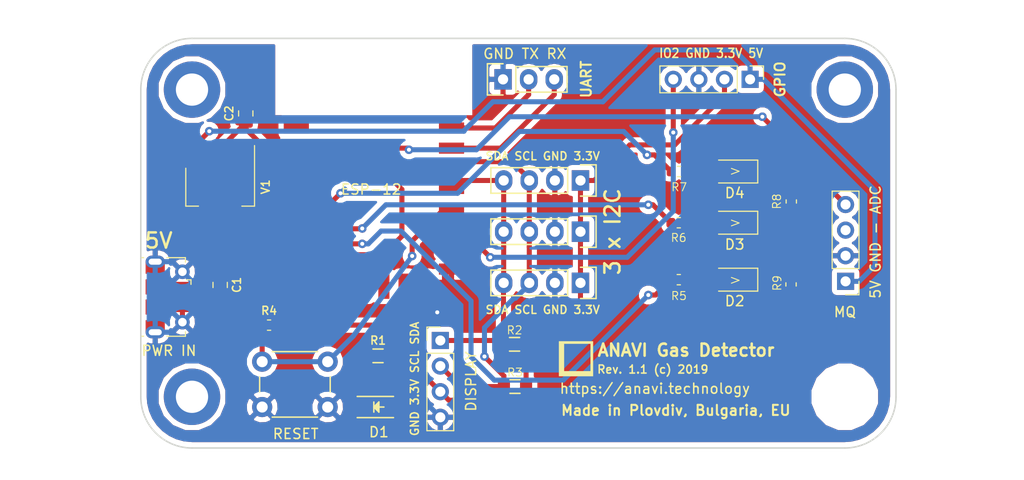
<source format=kicad_pcb>
(kicad_pcb (version 20171130) (host pcbnew "(5.1.9-0-10_14)")

  (general
    (thickness 1.6)
    (drawings 25)
    (tracks 192)
    (zones 0)
    (modules 30)
    (nets 28)
  )

  (page A4)
  (layers
    (0 F.Cu signal)
    (31 B.Cu signal)
    (32 B.Adhes user)
    (33 F.Adhes user)
    (34 B.Paste user)
    (35 F.Paste user)
    (36 B.SilkS user)
    (37 F.SilkS user)
    (38 B.Mask user)
    (39 F.Mask user)
    (40 Dwgs.User user)
    (41 Cmts.User user)
    (42 Eco1.User user)
    (43 Eco2.User user)
    (44 Edge.Cuts user)
    (45 Margin user)
    (46 B.CrtYd user)
    (47 F.CrtYd user)
    (48 B.Fab user)
    (49 F.Fab user)
  )

  (setup
    (last_trace_width 0.5)
    (user_trace_width 0.254)
    (user_trace_width 0.5)
    (trace_clearance 0.254)
    (zone_clearance 0.508)
    (zone_45_only yes)
    (trace_min 0.2)
    (via_size 0.85)
    (via_drill 0.4)
    (via_min_size 0.4)
    (via_min_drill 0.3)
    (uvia_size 0.35)
    (uvia_drill 0.1)
    (uvias_allowed no)
    (uvia_min_size 0.2)
    (uvia_min_drill 0.1)
    (edge_width 0.15)
    (segment_width 0.2)
    (pcb_text_width 0.3)
    (pcb_text_size 1.5 1.5)
    (mod_edge_width 0.15)
    (mod_text_size 1 1)
    (mod_text_width 0.15)
    (pad_size 5.6 5.6)
    (pad_drill 3.2)
    (pad_to_mask_clearance 0.2)
    (solder_mask_min_width 0.25)
    (aux_axis_origin 0 0)
    (visible_elements FFFFFF7F)
    (pcbplotparams
      (layerselection 0x010fc_ffffffff)
      (usegerberextensions true)
      (usegerberattributes false)
      (usegerberadvancedattributes false)
      (creategerberjobfile false)
      (excludeedgelayer true)
      (linewidth 1.000000)
      (plotframeref false)
      (viasonmask false)
      (mode 1)
      (useauxorigin false)
      (hpglpennumber 1)
      (hpglpenspeed 20)
      (hpglpendiameter 15.000000)
      (psnegative false)
      (psa4output false)
      (plotreference true)
      (plotvalue true)
      (plotinvisibletext false)
      (padsonsilk false)
      (subtractmaskfromsilk false)
      (outputformat 1)
      (mirror false)
      (drillshape 0)
      (scaleselection 1)
      (outputdirectory "plots/anavi-gas-detector-r1.1/"))
  )

  (net 0 "")
  (net 1 "Net-(D1-Pad2)")
  (net 2 GND)
  (net 3 +3V3)
  (net 4 "Net-(ESP-12-Pad13)")
  (net 5 "Net-(ESP-12-Pad14)")
  (net 6 "Net-(ESP-12-Pad6)")
  (net 7 "Net-(ESP-12-Pad15)")
  (net 8 "Net-(ESP-12-Pad16)")
  (net 9 "Net-(ESP-12-Pad4)")
  (net 10 "Net-(ESP-12-Pad12)")
  (net 11 +5V)
  (net 12 "Net-(ESP-12-Pad11)")
  (net 13 "Net-(D2-Pad2)")
  (net 14 "Net-(D3-Pad2)")
  (net 15 "Net-(D4-Pad2)")
  (net 16 "Net-(ESP-12-Pad1)")
  (net 17 "Net-(ESP-12-Pad2)")
  (net 18 "Net-(ESP-12-Pad5)")
  (net 19 "Net-(ESP-12-Pad7)")
  (net 20 "Net-(ESP-12-Pad17)")
  (net 21 "Net-(ESP-12-Pad18)")
  (net 22 "Net-(ESP-12-Pad19)")
  (net 23 "Net-(ESP-12-Pad20)")
  (net 24 "Net-(ESP-12-Pad21)")
  (net 25 "Net-(ESP-12-Pad22)")
  (net 26 "Net-(U5-Pad3)")
  (net 27 "Net-(R8-Pad1)")

  (net_class Default "This is the default net class."
    (clearance 0.254)
    (trace_width 0.5)
    (via_dia 0.85)
    (via_drill 0.4)
    (uvia_dia 0.35)
    (uvia_drill 0.1)
    (add_net +3V3)
    (add_net +5V)
    (add_net GND)
    (add_net "Net-(D1-Pad2)")
    (add_net "Net-(D2-Pad2)")
    (add_net "Net-(D3-Pad2)")
    (add_net "Net-(D4-Pad2)")
    (add_net "Net-(ESP-12-Pad1)")
    (add_net "Net-(ESP-12-Pad11)")
    (add_net "Net-(ESP-12-Pad12)")
    (add_net "Net-(ESP-12-Pad13)")
    (add_net "Net-(ESP-12-Pad14)")
    (add_net "Net-(ESP-12-Pad15)")
    (add_net "Net-(ESP-12-Pad16)")
    (add_net "Net-(ESP-12-Pad17)")
    (add_net "Net-(ESP-12-Pad18)")
    (add_net "Net-(ESP-12-Pad19)")
    (add_net "Net-(ESP-12-Pad2)")
    (add_net "Net-(ESP-12-Pad20)")
    (add_net "Net-(ESP-12-Pad21)")
    (add_net "Net-(ESP-12-Pad22)")
    (add_net "Net-(ESP-12-Pad4)")
    (add_net "Net-(ESP-12-Pad5)")
    (add_net "Net-(ESP-12-Pad6)")
    (add_net "Net-(ESP-12-Pad7)")
    (add_net "Net-(R8-Pad1)")
    (add_net "Net-(U5-Pad3)")
  )

  (net_class 12V ""
    (clearance 0.254)
    (trace_width 1.5)
    (via_dia 0.85)
    (via_drill 0.4)
    (uvia_dia 0.35)
    (uvia_drill 0.1)
  )

  (net_class usb ""
    (clearance 0.254)
    (trace_width 0.254)
    (via_dia 0.85)
    (via_drill 0.4)
    (uvia_dia 0.35)
    (uvia_drill 0.1)
  )

  (net_class vcc ""
    (clearance 0.254)
    (trace_width 1.5)
    (via_dia 0.85)
    (via_drill 0.4)
    (uvia_dia 0.35)
    (uvia_drill 0.1)
  )

  (module Pin_Headers:Pin_Header_Straight_1x04 (layer F.Cu) (tedit 598C067A) (tstamp 5BA8F36B)
    (at 108.3945 85.217 270)
    (descr "Through hole pin header")
    (tags "pin header")
    (path /598AD681)
    (fp_text reference U3 (at 0 -5.1 270) (layer F.SilkS) hide
      (effects (font (size 1 1) (thickness 0.15)))
    )
    (fp_text value I2C_SENS_1 (at 0 -3.1 270) (layer F.Fab) hide
      (effects (font (size 1 1) (thickness 0.15)))
    )
    (fp_line (start -1.55 -1.55) (end 1.55 -1.55) (layer F.SilkS) (width 0.15))
    (fp_line (start -1.55 0) (end -1.55 -1.55) (layer F.SilkS) (width 0.15))
    (fp_line (start 1.27 1.27) (end -1.27 1.27) (layer F.SilkS) (width 0.15))
    (fp_line (start -1.27 8.89) (end 1.27 8.89) (layer F.SilkS) (width 0.15))
    (fp_line (start 1.55 -1.55) (end 1.55 0) (layer F.SilkS) (width 0.15))
    (fp_line (start 1.27 1.27) (end 1.27 8.89) (layer F.SilkS) (width 0.15))
    (fp_line (start -1.27 1.27) (end -1.27 8.89) (layer F.SilkS) (width 0.15))
    (fp_line (start -1.75 9.4) (end 1.75 9.4) (layer F.CrtYd) (width 0.05))
    (fp_line (start -1.75 -1.75) (end 1.75 -1.75) (layer F.CrtYd) (width 0.05))
    (fp_line (start 1.75 -1.75) (end 1.75 9.4) (layer F.CrtYd) (width 0.05))
    (fp_line (start -1.75 -1.75) (end -1.75 9.4) (layer F.CrtYd) (width 0.05))
    (pad 1 thru_hole rect (at 0 0 270) (size 2.032 1.7272) (drill 1.016) (layers *.Cu *.Mask)
      (net 3 +3V3))
    (pad 2 thru_hole oval (at 0 2.54 270) (size 2.032 1.7272) (drill 1.016) (layers *.Cu *.Mask)
      (net 2 GND))
    (pad 3 thru_hole oval (at 0 5.08 270) (size 2.032 1.7272) (drill 1.016) (layers *.Cu *.Mask)
      (net 5 "Net-(ESP-12-Pad14)"))
    (pad 4 thru_hole oval (at 0 7.62 270) (size 2.032 1.7272) (drill 1.016) (layers *.Cu *.Mask)
      (net 4 "Net-(ESP-12-Pad13)"))
    (model Pin_Headers.3dshapes/Pin_Header_Straight_1x04.wrl
      (offset (xyz 0 -3.809999942779541 0))
      (scale (xyz 1 1 1))
      (rotate (xyz 0 0 90))
    )
  )

  (module ESP-12E_SMD (layer F.Cu) (tedit 5AEAC490) (tstamp 5BA8EF65)
    (at 80.899 80.01)
    (descr "Module, ESP-8266, ESP-12, 16 pad, SMD")
    (tags "Module ESP-8266 ESP8266")
    (path /598AC515)
    (fp_text reference ESP-12 (at 6.731 6.096 180) (layer F.SilkS)
      (effects (font (size 1 1) (thickness 0.15)))
    )
    (fp_text value ESP-12E (at 5.08 6.35 90) (layer F.Fab) hide
      (effects (font (size 1 1) (thickness 0.15)))
    )
    (fp_line (start -1.008 -8.4) (end 14.992 -8.4) (layer F.Fab) (width 0.05))
    (fp_line (start -1.008 15.6) (end -1.008 -8.4) (layer F.Fab) (width 0.05))
    (fp_line (start 14.992 15.6) (end -1.008 15.6) (layer F.Fab) (width 0.05))
    (fp_line (start 15 -8.4) (end 15 15.6) (layer F.Fab) (width 0.05))
    (fp_line (start -1.008 -2.6) (end 14.992 -2.6) (layer F.CrtYd) (width 0.1524))
    (fp_line (start -1.008 -8.4) (end 14.992 -2.6) (layer F.CrtYd) (width 0.1524))
    (fp_line (start 14.992 -8.4) (end -1.008 -2.6) (layer F.CrtYd) (width 0.1524))
    (fp_line (start -1.016 -8.382) (end -1.016 -1.016) (layer F.CrtYd) (width 0.1524))
    (fp_line (start 14.986 -8.382) (end 14.986 -0.889) (layer F.CrtYd) (width 0.1524))
    (fp_line (start -1.016 -8.382) (end 14.986 -8.382) (layer F.CrtYd) (width 0.1524))
    (fp_line (start -2.25 16) (end -2.25 -0.5) (layer F.CrtYd) (width 0.05))
    (fp_line (start 16.25 16) (end -2.25 16) (layer F.CrtYd) (width 0.05))
    (fp_line (start 16.25 -8.75) (end 16.25 16) (layer F.CrtYd) (width 0.05))
    (fp_line (start 15.25 -8.75) (end 16.25 -8.75) (layer F.CrtYd) (width 0.05))
    (fp_line (start -2.25 -8.75) (end 15.25 -8.75) (layer F.CrtYd) (width 0.05))
    (fp_line (start -2.25 -0.5) (end -2.25 -8.75) (layer F.CrtYd) (width 0.05))
    (fp_text user "No Copper" (at 6.892 -5.4) (layer F.CrtYd)
      (effects (font (size 1 1) (thickness 0.15)))
    )
    (pad 1 smd rect (at 0 0) (size 2.5 1.1) (drill (offset -0.7 0)) (layers F.Cu F.Paste F.Mask)
      (net 16 "Net-(ESP-12-Pad1)"))
    (pad 2 smd rect (at 0 2) (size 2.5 1.1) (drill (offset -0.7 0)) (layers F.Cu F.Paste F.Mask)
      (net 17 "Net-(ESP-12-Pad2)"))
    (pad 3 smd rect (at 0 4) (size 2.5 1.1) (drill (offset -0.7 0)) (layers F.Cu F.Paste F.Mask)
      (net 3 +3V3))
    (pad 4 smd rect (at 0 6) (size 2.5 1.1) (drill (offset -0.7 0)) (layers F.Cu F.Paste F.Mask)
      (net 9 "Net-(ESP-12-Pad4)"))
    (pad 5 smd rect (at 0 8) (size 2.5 1.1) (drill (offset -0.7 0)) (layers F.Cu F.Paste F.Mask)
      (net 18 "Net-(ESP-12-Pad5)"))
    (pad 6 smd rect (at 0 10) (size 2.5 1.1) (drill (offset -0.7 0)) (layers F.Cu F.Paste F.Mask)
      (net 6 "Net-(ESP-12-Pad6)"))
    (pad 7 smd rect (at 0 12) (size 2.5 1.1) (drill (offset -0.7 0)) (layers F.Cu F.Paste F.Mask)
      (net 19 "Net-(ESP-12-Pad7)"))
    (pad 8 smd rect (at 0 14) (size 2.5 1.1) (drill (offset -0.7 0)) (layers F.Cu F.Paste F.Mask)
      (net 3 +3V3))
    (pad 9 smd rect (at 14 14) (size 2.5 1.1) (drill (offset 0.7 0)) (layers F.Cu F.Paste F.Mask)
      (net 2 GND))
    (pad 10 smd rect (at 14 12) (size 2.5 1.1) (drill (offset 0.7 0)) (layers F.Cu F.Paste F.Mask)
      (net 2 GND))
    (pad 11 smd rect (at 14 10) (size 2.5 1.1) (drill (offset 0.7 0)) (layers F.Cu F.Paste F.Mask)
      (net 12 "Net-(ESP-12-Pad11)"))
    (pad 12 smd rect (at 14 8) (size 2.5 1.1) (drill (offset 0.7 0)) (layers F.Cu F.Paste F.Mask)
      (net 10 "Net-(ESP-12-Pad12)"))
    (pad 13 smd rect (at 14 6) (size 2.5 1.1) (drill (offset 0.7 0)) (layers F.Cu F.Paste F.Mask)
      (net 4 "Net-(ESP-12-Pad13)"))
    (pad 14 smd rect (at 14 4) (size 2.5 1.1) (drill (offset 0.7 0)) (layers F.Cu F.Paste F.Mask)
      (net 5 "Net-(ESP-12-Pad14)"))
    (pad 15 smd rect (at 14 2) (size 2.5 1.1) (drill (offset 0.7 0)) (layers F.Cu F.Paste F.Mask)
      (net 7 "Net-(ESP-12-Pad15)"))
    (pad 16 smd rect (at 14 0) (size 2.5 1.1) (drill (offset 0.7 0)) (layers F.Cu F.Paste F.Mask)
      (net 8 "Net-(ESP-12-Pad16)"))
    (pad 17 smd rect (at 1.99 15 90) (size 2.5 1.1) (drill (offset -0.7 0)) (layers F.Cu F.Paste F.Mask)
      (net 20 "Net-(ESP-12-Pad17)"))
    (pad 18 smd rect (at 3.99 15 90) (size 2.5 1.1) (drill (offset -0.7 0)) (layers F.Cu F.Paste F.Mask)
      (net 21 "Net-(ESP-12-Pad18)"))
    (pad 19 smd rect (at 5.99 15 90) (size 2.5 1.1) (drill (offset -0.7 0)) (layers F.Cu F.Paste F.Mask)
      (net 22 "Net-(ESP-12-Pad19)"))
    (pad 20 smd rect (at 7.99 15 90) (size 2.5 1.1) (drill (offset -0.7 0)) (layers F.Cu F.Paste F.Mask)
      (net 23 "Net-(ESP-12-Pad20)"))
    (pad 21 smd rect (at 9.99 15 90) (size 2.5 1.1) (drill (offset -0.7 0)) (layers F.Cu F.Paste F.Mask)
      (net 24 "Net-(ESP-12-Pad21)"))
    (pad 22 smd rect (at 11.99 15 90) (size 2.5 1.1) (drill (offset -0.7 0)) (layers F.Cu F.Paste F.Mask)
      (net 25 "Net-(ESP-12-Pad22)"))
    (model ${ESPLIB}/ESP8266.3dshapes/ESP-12.wrl
      (at (xyz 0 0 0))
      (scale (xyz 0.3937 0.3937 0.3937))
      (rotate (xyz 0 0 0))
    )
  )

  (module Mounting_Holes:MountingHole_3.2mm_M3_DIN965_Pad (layer F.Cu) (tedit 598CCB59) (tstamp 599001D4)
    (at 69.85 106.68)
    (descr "Mounting Hole 3.2mm, M3, DIN965")
    (tags "mounting hole 3.2mm m3 din965")
    (fp_text reference REF** (at 0 -3.8) (layer F.SilkS) hide
      (effects (font (size 1 1) (thickness 0.15)))
    )
    (fp_text value MountingHole_3.2mm_M3_DIN965_Pad (at 0 3.8) (layer F.Fab) hide
      (effects (font (size 1 1) (thickness 0.15)))
    )
    (fp_circle (center 0 0) (end 3.05 0) (layer F.CrtYd) (width 0.05))
    (fp_circle (center 0 0) (end 2.8 0) (layer Cmts.User) (width 0.15))
    (pad 4 thru_hole circle (at 0 0) (size 5.6 5.6) (drill 3.2) (layers *.Cu *.Mask))
  )

  (module LEDs:LED_1206 (layer F.Cu) (tedit 5AF0B2B3) (tstamp 598AECB1)
    (at 88.392 107.696)
    (descr "LED 1206 smd package")
    (tags "LED1206 SMD")
    (path /598AC94C)
    (attr smd)
    (fp_text reference D1 (at 0 2.4892) (layer F.SilkS)
      (effects (font (size 1 1) (thickness 0.15)))
    )
    (fp_text value LED (at 0 2) (layer F.Fab) hide
      (effects (font (size 1 1) (thickness 0.15)))
    )
    (fp_line (start 2.5 1.25) (end 2.5 -1.25) (layer F.CrtYd) (width 0.05))
    (fp_line (start -2.5 1.25) (end 2.5 1.25) (layer F.CrtYd) (width 0.05))
    (fp_line (start -2.5 -1.25) (end -2.5 1.25) (layer F.CrtYd) (width 0.05))
    (fp_line (start 2.5 -1.25) (end -2.5 -1.25) (layer F.CrtYd) (width 0.05))
    (fp_line (start 0 0.5) (end -0.5 0) (layer F.SilkS) (width 0.15))
    (fp_line (start 0 -0.5) (end 0 0.5) (layer F.SilkS) (width 0.15))
    (fp_line (start -0.5 0) (end 0 -0.5) (layer F.SilkS) (width 0.15))
    (fp_line (start 0 0) (end 0.5 0) (layer F.SilkS) (width 0.15))
    (fp_line (start -0.5 -0.5) (end -0.5 0.5) (layer F.SilkS) (width 0.15))
    (fp_line (start -0.2 0.05) (end -0.25 0) (layer F.SilkS) (width 0.15))
    (fp_line (start -0.2 -0.2) (end -0.2 0.05) (layer F.SilkS) (width 0.15))
    (fp_line (start -0.4 0) (end -0.2 -0.2) (layer F.SilkS) (width 0.15))
    (fp_line (start -0.1 0.3) (end -0.4 0) (layer F.SilkS) (width 0.15))
    (fp_line (start -0.1 -0.3) (end -0.1 0.3) (layer F.SilkS) (width 0.15))
    (fp_line (start -2.15 -1.05) (end 1.45 -1.05) (layer F.SilkS) (width 0.15))
    (fp_line (start -2.15 1.05) (end 1.45 1.05) (layer F.SilkS) (width 0.15))
    (fp_line (start -1.6 -0.8) (end 1.6 -0.8) (layer F.Fab) (width 0.15))
    (fp_line (start 1.6 -0.8) (end 1.6 0.8) (layer F.Fab) (width 0.15))
    (fp_line (start 1.6 0.8) (end -1.6 0.8) (layer F.Fab) (width 0.15))
    (fp_line (start -1.6 0.8) (end -1.6 -0.8) (layer F.Fab) (width 0.15))
    (fp_line (start 0 -0.5) (end 0 0.5) (layer F.Fab) (width 0.15))
    (fp_line (start 0 0.5) (end -0.5 0) (layer F.Fab) (width 0.15))
    (fp_line (start -0.5 0) (end 0 -0.5) (layer F.Fab) (width 0.15))
    (fp_line (start -0.5 -0.5) (end -0.5 0.5) (layer F.Fab) (width 0.15))
    (pad 2 smd rect (at 1.41986 0 180) (size 1.59766 1.80086) (layers F.Cu F.Paste F.Mask)
      (net 1 "Net-(D1-Pad2)"))
    (pad 1 smd rect (at -1.41986 0 180) (size 1.59766 1.80086) (layers F.Cu F.Paste F.Mask)
      (net 2 GND))
    (model LEDs.3dshapes/LED_1206.wrl
      (at (xyz 0 0 0))
      (scale (xyz 1 1 1))
      (rotate (xyz 0 0 180))
    )
  )

  (module Pin_Headers:Pin_Header_Straight_1x03 (layer F.Cu) (tedit 598C0697) (tstamp 5BA8F3A6)
    (at 100.711 75.184 90)
    (descr "Through hole pin header")
    (tags "pin header")
    (path /598AC863)
    (fp_text reference P1 (at 0 -5.1 90) (layer F.SilkS) hide
      (effects (font (size 1 1) (thickness 0.15)))
    )
    (fp_text value CONN_01X03 (at 0 -3.1 90) (layer F.Fab) hide
      (effects (font (size 1 1) (thickness 0.15)))
    )
    (fp_line (start -1.55 -1.55) (end 1.55 -1.55) (layer F.SilkS) (width 0.15))
    (fp_line (start -1.55 0) (end -1.55 -1.55) (layer F.SilkS) (width 0.15))
    (fp_line (start 1.27 1.27) (end -1.27 1.27) (layer F.SilkS) (width 0.15))
    (fp_line (start 1.55 -1.55) (end 1.55 0) (layer F.SilkS) (width 0.15))
    (fp_line (start 1.27 6.35) (end 1.27 1.27) (layer F.SilkS) (width 0.15))
    (fp_line (start -1.27 6.35) (end 1.27 6.35) (layer F.SilkS) (width 0.15))
    (fp_line (start -1.27 1.27) (end -1.27 6.35) (layer F.SilkS) (width 0.15))
    (fp_line (start -1.75 6.85) (end 1.75 6.85) (layer F.CrtYd) (width 0.05))
    (fp_line (start -1.75 -1.75) (end 1.75 -1.75) (layer F.CrtYd) (width 0.05))
    (fp_line (start 1.75 -1.75) (end 1.75 6.85) (layer F.CrtYd) (width 0.05))
    (fp_line (start -1.75 -1.75) (end -1.75 6.85) (layer F.CrtYd) (width 0.05))
    (pad 1 thru_hole rect (at 0 0 90) (size 2.032 1.7272) (drill 1.016) (layers *.Cu *.Mask)
      (net 2 GND))
    (pad 2 thru_hole oval (at 0 2.54 90) (size 2.032 1.7272) (drill 1.016) (layers *.Cu *.Mask)
      (net 8 "Net-(ESP-12-Pad16)"))
    (pad 3 thru_hole oval (at 0 5.08 90) (size 2.032 1.7272) (drill 1.016) (layers *.Cu *.Mask)
      (net 7 "Net-(ESP-12-Pad15)"))
    (model Pin_Headers.3dshapes/Pin_Header_Straight_1x03.wrl
      (offset (xyz 0 -2.539999961853027 0))
      (scale (xyz 1 1 1))
      (rotate (xyz 0 0 90))
    )
  )

  (module Resistors_SMD:R_0603_HandSoldering (layer F.Cu) (tedit 5BA96B24) (tstamp 598AED39)
    (at 88.308 102.616)
    (descr "Resistor SMD 0603, hand soldering")
    (tags "resistor 0603")
    (path /598ADC31)
    (attr smd)
    (fp_text reference R1 (at 0 -1.524) (layer F.SilkS)
      (effects (font (size 0.8 0.8) (thickness 0.15)))
    )
    (fp_text value 68R (at 0.1348 1.7272) (layer F.Fab)
      (effects (font (size 1 1) (thickness 0.15)))
    )
    (fp_line (start -0.5 -0.675) (end 0.5 -0.675) (layer F.SilkS) (width 0.15))
    (fp_line (start 0.5 0.675) (end -0.5 0.675) (layer F.SilkS) (width 0.15))
    (fp_line (start 2 -0.8) (end 2 0.8) (layer F.CrtYd) (width 0.05))
    (fp_line (start -2 -0.8) (end -2 0.8) (layer F.CrtYd) (width 0.05))
    (fp_line (start -2 0.8) (end 2 0.8) (layer F.CrtYd) (width 0.05))
    (fp_line (start -2 -0.8) (end 2 -0.8) (layer F.CrtYd) (width 0.05))
    (fp_line (start -0.8 -0.4) (end 0.8 -0.4) (layer F.Fab) (width 0.1))
    (fp_line (start 0.8 -0.4) (end 0.8 0.4) (layer F.Fab) (width 0.1))
    (fp_line (start 0.8 0.4) (end -0.8 0.4) (layer F.Fab) (width 0.1))
    (fp_line (start -0.8 0.4) (end -0.8 -0.4) (layer F.Fab) (width 0.1))
    (pad 1 smd rect (at -1.1 0) (size 1.2 0.9) (layers F.Cu F.Paste F.Mask)
      (net 9 "Net-(ESP-12-Pad4)"))
    (pad 2 smd rect (at 1.1 0) (size 1.2 0.9) (layers F.Cu F.Paste F.Mask)
      (net 1 "Net-(D1-Pad2)"))
    (model Resistors_SMD.3dshapes/R_0603_HandSoldering.wrl
      (at (xyz 0 0 0))
      (scale (xyz 1 1 1))
      (rotate (xyz 0 0 0))
    )
  )

  (module Resistors_SMD:R_0603_HandSoldering (layer F.Cu) (tedit 5BA96B45) (tstamp 5BA8F2F3)
    (at 101.854 101.473 180)
    (descr "Resistor SMD 0603, hand soldering")
    (tags "resistor 0603")
    (path /598ADBC1)
    (attr smd)
    (fp_text reference R2 (at 0 1.397 180) (layer F.SilkS)
      (effects (font (size 0.8 0.8) (thickness 0.1)))
    )
    (fp_text value 4,7K (at 0.084 1.524 180) (layer F.Fab)
      (effects (font (size 1 1) (thickness 0.15)))
    )
    (fp_line (start -0.8 0.4) (end -0.8 -0.4) (layer F.Fab) (width 0.1))
    (fp_line (start 0.8 0.4) (end -0.8 0.4) (layer F.Fab) (width 0.1))
    (fp_line (start 0.8 -0.4) (end 0.8 0.4) (layer F.Fab) (width 0.1))
    (fp_line (start -0.8 -0.4) (end 0.8 -0.4) (layer F.Fab) (width 0.1))
    (fp_line (start -2 -0.8) (end 2 -0.8) (layer F.CrtYd) (width 0.05))
    (fp_line (start -2 0.8) (end 2 0.8) (layer F.CrtYd) (width 0.05))
    (fp_line (start -2 -0.8) (end -2 0.8) (layer F.CrtYd) (width 0.05))
    (fp_line (start 2 -0.8) (end 2 0.8) (layer F.CrtYd) (width 0.05))
    (fp_line (start 0.5 0.675) (end -0.5 0.675) (layer F.SilkS) (width 0.15))
    (fp_line (start -0.5 -0.675) (end 0.5 -0.675) (layer F.SilkS) (width 0.15))
    (pad 2 smd rect (at 1.1 0 180) (size 1.2 0.9) (layers F.Cu F.Paste F.Mask)
      (net 4 "Net-(ESP-12-Pad13)"))
    (pad 1 smd rect (at -1.1 0 180) (size 1.2 0.9) (layers F.Cu F.Paste F.Mask)
      (net 3 +3V3))
    (model Resistors_SMD.3dshapes/R_0603_HandSoldering.wrl
      (at (xyz 0 0 0))
      (scale (xyz 1 1 1))
      (rotate (xyz 0 0 0))
    )
  )

  (module Resistors_SMD:R_0603_HandSoldering (layer F.Cu) (tedit 5BA96B70) (tstamp 5BA8F28D)
    (at 101.897 105.664 180)
    (descr "Resistor SMD 0603, hand soldering")
    (tags "resistor 0603")
    (path /598ADBF6)
    (attr smd)
    (fp_text reference R3 (at 0 1.397 180) (layer F.SilkS)
      (effects (font (size 0.8 0.8) (thickness 0.1)))
    )
    (fp_text value 4,7K (at 0 1.27 180) (layer F.Fab)
      (effects (font (size 1 1) (thickness 0.15)))
    )
    (fp_line (start -0.5 -0.675) (end 0.5 -0.675) (layer F.SilkS) (width 0.15))
    (fp_line (start 0.5 0.675) (end -0.5 0.675) (layer F.SilkS) (width 0.15))
    (fp_line (start 2 -0.8) (end 2 0.8) (layer F.CrtYd) (width 0.05))
    (fp_line (start -2 -0.8) (end -2 0.8) (layer F.CrtYd) (width 0.05))
    (fp_line (start -2 0.8) (end 2 0.8) (layer F.CrtYd) (width 0.05))
    (fp_line (start -2 -0.8) (end 2 -0.8) (layer F.CrtYd) (width 0.05))
    (fp_line (start -0.8 -0.4) (end 0.8 -0.4) (layer F.Fab) (width 0.1))
    (fp_line (start 0.8 -0.4) (end 0.8 0.4) (layer F.Fab) (width 0.1))
    (fp_line (start 0.8 0.4) (end -0.8 0.4) (layer F.Fab) (width 0.1))
    (fp_line (start -0.8 0.4) (end -0.8 -0.4) (layer F.Fab) (width 0.1))
    (pad 1 smd rect (at -1.1 0 180) (size 1.2 0.9) (layers F.Cu F.Paste F.Mask)
      (net 3 +3V3))
    (pad 2 smd rect (at 1.1 0 180) (size 1.2 0.9) (layers F.Cu F.Paste F.Mask)
      (net 5 "Net-(ESP-12-Pad14)"))
    (model Resistors_SMD.3dshapes/R_0603_HandSoldering.wrl
      (at (xyz 0 0 0))
      (scale (xyz 1 1 1))
      (rotate (xyz 0 0 0))
    )
  )

  (module Buttons_Switches_ThroughHole:SW_PUSH_6mm_h4.3mm (layer F.Cu) (tedit 5BA48320) (tstamp 598AED77)
    (at 83.312 107.696 180)
    (descr "tactile push button, 6x6mm e.g. PHAP33xx series, height=4.3mm")
    (tags "tact sw push 6mm")
    (path /598B559F)
    (fp_text reference RESET (at 3.175 -2.667) (layer F.SilkS)
      (effects (font (size 1 1) (thickness 0.15)))
    )
    (fp_text value SW_DIP_x01 (at 3.75 6.7 180) (layer F.Fab) hide
      (effects (font (size 1 1) (thickness 0.15)))
    )
    (fp_circle (center 3.25 2.25) (end 1.25 2.5) (layer F.Fab) (width 0.1))
    (fp_line (start 6.75 3) (end 6.75 1.5) (layer F.SilkS) (width 0.15))
    (fp_line (start 5.5 -1) (end 1 -1) (layer F.SilkS) (width 0.15))
    (fp_line (start -0.25 1.5) (end -0.25 3) (layer F.SilkS) (width 0.15))
    (fp_line (start 1 5.5) (end 5.5 5.5) (layer F.SilkS) (width 0.15))
    (fp_line (start 8 -1.25) (end 8 5.75) (layer F.CrtYd) (width 0.05))
    (fp_line (start 7.75 6) (end -1.25 6) (layer F.CrtYd) (width 0.05))
    (fp_line (start -1.5 5.75) (end -1.5 -1.25) (layer F.CrtYd) (width 0.05))
    (fp_line (start -1.25 -1.5) (end 7.75 -1.5) (layer F.CrtYd) (width 0.05))
    (fp_line (start -1.5 6) (end -1.25 6) (layer F.CrtYd) (width 0.05))
    (fp_line (start -1.5 5.75) (end -1.5 6) (layer F.CrtYd) (width 0.05))
    (fp_line (start -1.5 -1.5) (end -1.25 -1.5) (layer F.CrtYd) (width 0.05))
    (fp_line (start -1.5 -1.25) (end -1.5 -1.5) (layer F.CrtYd) (width 0.05))
    (fp_line (start 8 -1.5) (end 8 -1.25) (layer F.CrtYd) (width 0.05))
    (fp_line (start 7.75 -1.5) (end 8 -1.5) (layer F.CrtYd) (width 0.05))
    (fp_line (start 8 6) (end 8 5.75) (layer F.CrtYd) (width 0.05))
    (fp_line (start 7.75 6) (end 8 6) (layer F.CrtYd) (width 0.05))
    (fp_line (start 0.25 -0.75) (end 3.25 -0.75) (layer F.Fab) (width 0.1))
    (fp_line (start 0.25 5.25) (end 0.25 -0.75) (layer F.Fab) (width 0.1))
    (fp_line (start 6.25 5.25) (end 0.25 5.25) (layer F.Fab) (width 0.1))
    (fp_line (start 6.25 -0.75) (end 6.25 5.25) (layer F.Fab) (width 0.1))
    (fp_line (start 3.25 -0.75) (end 6.25 -0.75) (layer F.Fab) (width 0.1))
    (pad 2 thru_hole circle (at 0 4.5 270) (size 2 2) (drill 1.1) (layers *.Cu *.Mask)
      (net 10 "Net-(ESP-12-Pad12)"))
    (pad 1 thru_hole circle (at 0 0 270) (size 2 2) (drill 1.1) (layers *.Cu *.Mask)
      (net 2 GND))
    (pad 2 thru_hole circle (at 6.5 4.5 270) (size 2 2) (drill 1.1) (layers *.Cu *.Mask)
      (net 10 "Net-(ESP-12-Pad12)"))
    (pad 1 thru_hole circle (at 6.5 0 270) (size 2 2) (drill 1.1) (layers *.Cu *.Mask)
      (net 2 GND))
    (model Buttons_Switches_ThroughHole.3dshapes/SW_PUSH_6mm_h4.3mm.wrl
      (offset (xyz 0.1269999980926514 0 0))
      (scale (xyz 0.3937 0.3937 0.3937))
      (rotate (xyz 0 0 0))
    )
  )

  (module Pin_Headers:Pin_Header_Straight_1x04 (layer F.Cu) (tedit 598C0680) (tstamp 5BA8F329)
    (at 108.3945 95.377 270)
    (descr "Through hole pin header")
    (tags "pin header")
    (path /598AD5F1)
    (fp_text reference U1 (at 0 -5.1 270) (layer F.SilkS) hide
      (effects (font (size 1 1) (thickness 0.15)))
    )
    (fp_text value I2C_SENS_1 (at 0 -3.1 270) (layer F.Fab) hide
      (effects (font (size 1 1) (thickness 0.15)))
    )
    (fp_line (start -1.55 -1.55) (end 1.55 -1.55) (layer F.SilkS) (width 0.15))
    (fp_line (start -1.55 0) (end -1.55 -1.55) (layer F.SilkS) (width 0.15))
    (fp_line (start 1.27 1.27) (end -1.27 1.27) (layer F.SilkS) (width 0.15))
    (fp_line (start -1.27 8.89) (end 1.27 8.89) (layer F.SilkS) (width 0.15))
    (fp_line (start 1.55 -1.55) (end 1.55 0) (layer F.SilkS) (width 0.15))
    (fp_line (start 1.27 1.27) (end 1.27 8.89) (layer F.SilkS) (width 0.15))
    (fp_line (start -1.27 1.27) (end -1.27 8.89) (layer F.SilkS) (width 0.15))
    (fp_line (start -1.75 9.4) (end 1.75 9.4) (layer F.CrtYd) (width 0.05))
    (fp_line (start -1.75 -1.75) (end 1.75 -1.75) (layer F.CrtYd) (width 0.05))
    (fp_line (start 1.75 -1.75) (end 1.75 9.4) (layer F.CrtYd) (width 0.05))
    (fp_line (start -1.75 -1.75) (end -1.75 9.4) (layer F.CrtYd) (width 0.05))
    (pad 1 thru_hole rect (at 0 0 270) (size 2.032 1.7272) (drill 1.016) (layers *.Cu *.Mask)
      (net 3 +3V3))
    (pad 2 thru_hole oval (at 0 2.54 270) (size 2.032 1.7272) (drill 1.016) (layers *.Cu *.Mask)
      (net 2 GND))
    (pad 3 thru_hole oval (at 0 5.08 270) (size 2.032 1.7272) (drill 1.016) (layers *.Cu *.Mask)
      (net 5 "Net-(ESP-12-Pad14)"))
    (pad 4 thru_hole oval (at 0 7.62 270) (size 2.032 1.7272) (drill 1.016) (layers *.Cu *.Mask)
      (net 4 "Net-(ESP-12-Pad13)"))
    (model Pin_Headers.3dshapes/Pin_Header_Straight_1x04.wrl
      (offset (xyz 0 -3.809999942779541 0))
      (scale (xyz 1 1 1))
      (rotate (xyz 0 0 90))
    )
  )

  (module Pin_Headers:Pin_Header_Straight_1x04 (layer F.Cu) (tedit 598C067C) (tstamp 5BA8F2BD)
    (at 108.3945 90.297 270)
    (descr "Through hole pin header")
    (tags "pin header")
    (path /598AD642)
    (fp_text reference U2 (at 0 -5.1 270) (layer F.SilkS) hide
      (effects (font (size 1 1) (thickness 0.15)))
    )
    (fp_text value I2C_SENS_1 (at 0 -3.1 270) (layer F.Fab) hide
      (effects (font (size 1 1) (thickness 0.15)))
    )
    (fp_line (start -1.55 -1.55) (end 1.55 -1.55) (layer F.SilkS) (width 0.15))
    (fp_line (start -1.55 0) (end -1.55 -1.55) (layer F.SilkS) (width 0.15))
    (fp_line (start 1.27 1.27) (end -1.27 1.27) (layer F.SilkS) (width 0.15))
    (fp_line (start -1.27 8.89) (end 1.27 8.89) (layer F.SilkS) (width 0.15))
    (fp_line (start 1.55 -1.55) (end 1.55 0) (layer F.SilkS) (width 0.15))
    (fp_line (start 1.27 1.27) (end 1.27 8.89) (layer F.SilkS) (width 0.15))
    (fp_line (start -1.27 1.27) (end -1.27 8.89) (layer F.SilkS) (width 0.15))
    (fp_line (start -1.75 9.4) (end 1.75 9.4) (layer F.CrtYd) (width 0.05))
    (fp_line (start -1.75 -1.75) (end 1.75 -1.75) (layer F.CrtYd) (width 0.05))
    (fp_line (start 1.75 -1.75) (end 1.75 9.4) (layer F.CrtYd) (width 0.05))
    (fp_line (start -1.75 -1.75) (end -1.75 9.4) (layer F.CrtYd) (width 0.05))
    (pad 1 thru_hole rect (at 0 0 270) (size 2.032 1.7272) (drill 1.016) (layers *.Cu *.Mask)
      (net 3 +3V3))
    (pad 2 thru_hole oval (at 0 2.54 270) (size 2.032 1.7272) (drill 1.016) (layers *.Cu *.Mask)
      (net 2 GND))
    (pad 3 thru_hole oval (at 0 5.08 270) (size 2.032 1.7272) (drill 1.016) (layers *.Cu *.Mask)
      (net 5 "Net-(ESP-12-Pad14)"))
    (pad 4 thru_hole oval (at 0 7.62 270) (size 2.032 1.7272) (drill 1.016) (layers *.Cu *.Mask)
      (net 4 "Net-(ESP-12-Pad13)"))
    (model Pin_Headers.3dshapes/Pin_Header_Straight_1x04.wrl
      (offset (xyz 0 -3.809999942779541 0))
      (scale (xyz 1 1 1))
      (rotate (xyz 0 0 90))
    )
  )

  (module logo:anavi-logo (layer F.Cu) (tedit 0) (tstamp 5BA3C463)
    (at 107.95 102.9462)
    (fp_text reference G*** (at 0 0) (layer F.SilkS) hide
      (effects (font (size 1.524 1.524) (thickness 0.3)))
    )
    (fp_text value LOGO (at 0.75 0) (layer F.SilkS) hide
      (effects (font (size 1.524 1.524) (thickness 0.3)))
    )
    (fp_poly (pts (xy 1.693334 1.693334) (xy -1.693333 1.693334) (xy -1.693333 -1.524) (xy -1.185333 -1.524)
      (xy -1.185333 1.185334) (xy 1.439334 1.185334) (xy 1.439334 -1.524) (xy -1.185333 -1.524)
      (xy -1.693333 -1.524) (xy -1.693333 -1.778) (xy 1.693334 -1.778) (xy 1.693334 1.693334)) (layer F.SilkS) (width 0.01))
  )

  (module Mounting_Holes:MountingHole_3.2mm_M3_DIN965_Pad (layer F.Cu) (tedit 598CCB4F) (tstamp 59900192)
    (at 134.62 76.2)
    (descr "Mounting Hole 3.2mm, M3, DIN965")
    (tags "mounting hole 3.2mm m3 din965")
    (fp_text reference REF** (at 0 -3.8) (layer F.SilkS) hide
      (effects (font (size 1 1) (thickness 0.15)))
    )
    (fp_text value MountingHole_3.2mm_M3_DIN965_Pad (at 0 3.8) (layer F.Fab) hide
      (effects (font (size 1 1) (thickness 0.15)))
    )
    (fp_circle (center 0 0) (end 3.05 0) (layer F.CrtYd) (width 0.05))
    (fp_circle (center 0 0) (end 2.8 0) (layer Cmts.User) (width 0.15))
    (pad 2 thru_hole circle (at 0 0) (size 5.6 5.6) (drill 3.2) (layers *.Cu *.Mask))
  )

  (module Mounting_Holes:MountingHole_3.2mm_M3_DIN965_Pad (layer F.Cu) (tedit 598CCB4B) (tstamp 599001B2)
    (at 69.85 76.2)
    (descr "Mounting Hole 3.2mm, M3, DIN965")
    (tags "mounting hole 3.2mm m3 din965")
    (fp_text reference REF** (at 0 -3.8) (layer F.SilkS) hide
      (effects (font (size 1 1) (thickness 0.15)))
    )
    (fp_text value MountingHole_3.2mm_M3_DIN965_Pad (at 0 3.8) (layer F.Fab) hide
      (effects (font (size 1 1) (thickness 0.15)))
    )
    (fp_circle (center 0 0) (end 3.05 0) (layer F.CrtYd) (width 0.05))
    (fp_circle (center 0 0) (end 2.8 0) (layer Cmts.User) (width 0.15))
    (pad 1 thru_hole circle (at 0 0) (size 5.6 5.6) (drill 3.2) (layers *.Cu *.Mask))
  )

  (module Connector_USB:USB_Micro-B_Molex-105017-0001 (layer F.Cu) (tedit 5BA483A8) (tstamp 5BA8DF26)
    (at 67.437 96.774 270)
    (descr http://www.molex.com/pdm_docs/sd/1050170001_sd.pdf)
    (tags "Micro-USB SMD Typ-B")
    (path /5BA451A0)
    (attr smd)
    (fp_text reference "PWR IN" (at 5.334 -0.127) (layer F.SilkS)
      (effects (font (size 1 1) (thickness 0.15)))
    )
    (fp_text value USB_B_Micro (at 0.3 4.3375 270) (layer F.Fab)
      (effects (font (size 1 1) (thickness 0.15)))
    )
    (fp_line (start -1.1 -2.1225) (end -1.1 -1.9125) (layer F.Fab) (width 0.1))
    (fp_line (start -1.5 -2.1225) (end -1.5 -1.9125) (layer F.Fab) (width 0.1))
    (fp_line (start -1.5 -2.1225) (end -1.1 -2.1225) (layer F.Fab) (width 0.1))
    (fp_line (start -1.1 -1.9125) (end -1.3 -1.7125) (layer F.Fab) (width 0.1))
    (fp_line (start -1.3 -1.7125) (end -1.5 -1.9125) (layer F.Fab) (width 0.1))
    (fp_line (start -1.7 -2.3125) (end -1.7 -1.8625) (layer F.SilkS) (width 0.12))
    (fp_line (start -1.7 -2.3125) (end -1.25 -2.3125) (layer F.SilkS) (width 0.12))
    (fp_line (start 3.9 -1.7625) (end 3.45 -1.7625) (layer F.SilkS) (width 0.12))
    (fp_line (start 3.9 0.0875) (end 3.9 -1.7625) (layer F.SilkS) (width 0.12))
    (fp_line (start -3.9 2.6375) (end -3.9 2.3875) (layer F.SilkS) (width 0.12))
    (fp_line (start -3.75 3.3875) (end -3.75 -1.6125) (layer F.Fab) (width 0.1))
    (fp_line (start -3.75 -1.6125) (end 3.75 -1.6125) (layer F.Fab) (width 0.1))
    (fp_line (start -3.75 3.389204) (end 3.75 3.389204) (layer F.Fab) (width 0.1))
    (fp_line (start -3 2.689204) (end 3 2.689204) (layer F.Fab) (width 0.1))
    (fp_line (start 3.75 3.3875) (end 3.75 -1.6125) (layer F.Fab) (width 0.1))
    (fp_line (start 3.9 2.6375) (end 3.9 2.3875) (layer F.SilkS) (width 0.12))
    (fp_line (start -3.9 0.0875) (end -3.9 -1.7625) (layer F.SilkS) (width 0.12))
    (fp_line (start -3.9 -1.7625) (end -3.45 -1.7625) (layer F.SilkS) (width 0.12))
    (fp_line (start -4.4 3.64) (end -4.4 -2.46) (layer F.CrtYd) (width 0.05))
    (fp_line (start -4.4 -2.46) (end 4.4 -2.46) (layer F.CrtYd) (width 0.05))
    (fp_line (start 4.4 -2.46) (end 4.4 3.64) (layer F.CrtYd) (width 0.05))
    (fp_line (start -4.4 3.64) (end 4.4 3.64) (layer F.CrtYd) (width 0.05))
    (fp_text user "PCB Edge" (at 0 2.6875 270) (layer Dwgs.User)
      (effects (font (size 0.5 0.5) (thickness 0.08)))
    )
    (fp_text user %R (at 0 0.8875 270) (layer F.Fab)
      (effects (font (size 1 1) (thickness 0.15)))
    )
    (pad 6 smd rect (at 1 1.2375 270) (size 1.5 1.9) (layers F.Cu F.Paste F.Mask)
      (net 2 GND))
    (pad 6 thru_hole circle (at -2.5 -1.4625 270) (size 1.45 1.45) (drill 0.85) (layers *.Cu *.Mask)
      (net 2 GND))
    (pad 2 smd rect (at -0.65 -1.4625 270) (size 0.4 1.35) (layers F.Cu F.Paste F.Mask))
    (pad 1 smd rect (at -1.3 -1.4625 270) (size 0.4 1.35) (layers F.Cu F.Paste F.Mask)
      (net 11 +5V))
    (pad 5 smd rect (at 1.3 -1.4625 270) (size 0.4 1.35) (layers F.Cu F.Paste F.Mask)
      (net 2 GND))
    (pad 4 smd rect (at 0.65 -1.4625 270) (size 0.4 1.35) (layers F.Cu F.Paste F.Mask))
    (pad 3 smd rect (at 0 -1.4625 270) (size 0.4 1.35) (layers F.Cu F.Paste F.Mask))
    (pad 6 thru_hole circle (at 2.5 -1.4625 270) (size 1.45 1.45) (drill 0.85) (layers *.Cu *.Mask)
      (net 2 GND))
    (pad 6 smd rect (at -1 1.2375 270) (size 1.5 1.9) (layers F.Cu F.Paste F.Mask)
      (net 2 GND))
    (pad 6 thru_hole oval (at -3.5 1.2375 90) (size 1.2 1.9) (drill oval 0.6 1.3) (layers *.Cu *.Mask)
      (net 2 GND))
    (pad 6 thru_hole oval (at 3.5 1.2375 270) (size 1.2 1.9) (drill oval 0.6 1.3) (layers *.Cu *.Mask)
      (net 2 GND))
    (pad 6 smd rect (at 2.9 1.2375 270) (size 1.2 1.9) (layers F.Cu F.Mask)
      (net 2 GND))
    (pad 6 smd rect (at -2.9 1.2375 270) (size 1.2 1.9) (layers F.Cu F.Mask)
      (net 2 GND))
    (model ${KISYS3DMOD}/Connector_USB.3dshapes/USB_Micro-B_Molex-105017-0001.wrl
      (at (xyz 0 0 0))
      (scale (xyz 1 1 1))
      (rotate (xyz 0 0 0))
    )
  )

  (module Resistor_SMD:R_0603_1608Metric (layer F.Cu) (tedit 5BA96B28) (tstamp 5BA47910)
    (at 77.4955 99.568)
    (descr "Resistor SMD 0603 (1608 Metric), square (rectangular) end terminal, IPC_7351 nominal, (Body size source: http://www.tortai-tech.com/upload/download/2011102023233369053.pdf), generated with kicad-footprint-generator")
    (tags resistor)
    (path /59B813FF)
    (attr smd)
    (fp_text reference R4 (at 0 -1.43) (layer F.SilkS)
      (effects (font (size 0.8 0.8) (thickness 0.15)))
    )
    (fp_text value 2K (at 0 1.43) (layer F.Fab)
      (effects (font (size 1 1) (thickness 0.15)))
    )
    (fp_line (start 1.48 0.73) (end -1.48 0.73) (layer F.CrtYd) (width 0.05))
    (fp_line (start 1.48 -0.73) (end 1.48 0.73) (layer F.CrtYd) (width 0.05))
    (fp_line (start -1.48 -0.73) (end 1.48 -0.73) (layer F.CrtYd) (width 0.05))
    (fp_line (start -1.48 0.73) (end -1.48 -0.73) (layer F.CrtYd) (width 0.05))
    (fp_line (start -0.162779 0.51) (end 0.162779 0.51) (layer F.SilkS) (width 0.12))
    (fp_line (start -0.162779 -0.51) (end 0.162779 -0.51) (layer F.SilkS) (width 0.12))
    (fp_line (start 0.8 0.4) (end -0.8 0.4) (layer F.Fab) (width 0.1))
    (fp_line (start 0.8 -0.4) (end 0.8 0.4) (layer F.Fab) (width 0.1))
    (fp_line (start -0.8 -0.4) (end 0.8 -0.4) (layer F.Fab) (width 0.1))
    (fp_line (start -0.8 0.4) (end -0.8 -0.4) (layer F.Fab) (width 0.1))
    (fp_text user %R (at 0 0) (layer F.Fab)
      (effects (font (size 0.4 0.4) (thickness 0.06)))
    )
    (pad 1 smd roundrect (at -0.7875 0) (size 0.875 0.95) (layers F.Cu F.Paste F.Mask) (roundrect_rratio 0.25)
      (net 10 "Net-(ESP-12-Pad12)"))
    (pad 2 smd roundrect (at 0.7875 0) (size 0.875 0.95) (layers F.Cu F.Paste F.Mask) (roundrect_rratio 0.25)
      (net 3 +3V3))
    (model ${KISYS3DMOD}/Resistor_SMD.3dshapes/R_0603_1608Metric.wrl
      (at (xyz 0 0 0))
      (scale (xyz 1 1 1))
      (rotate (xyz 0 0 0))
    )
  )

  (module Connector_PinHeader_2.54mm:PinHeader_1x04_P2.54mm_Vertical (layer F.Cu) (tedit 5CAA6058) (tstamp 5BA8DAEB)
    (at 94.488 101.092)
    (descr "Through hole straight pin header, 1x04, 2.54mm pitch, single row")
    (tags "Through hole pin header THT 1x04 2.54mm single row")
    (path /5BA4BCDB)
    (fp_text reference DISPLAY (at 3.048 4.064 90) (layer F.SilkS)
      (effects (font (size 1 1) (thickness 0.15)))
    )
    (fp_text value Conn_01x04 (at 0 9.95) (layer F.Fab) hide
      (effects (font (size 1 1) (thickness 0.15)))
    )
    (fp_line (start 1.8 -1.8) (end -1.8 -1.8) (layer F.CrtYd) (width 0.05))
    (fp_line (start 1.8 9.4) (end 1.8 -1.8) (layer F.CrtYd) (width 0.05))
    (fp_line (start -1.8 9.4) (end 1.8 9.4) (layer F.CrtYd) (width 0.05))
    (fp_line (start -1.8 -1.8) (end -1.8 9.4) (layer F.CrtYd) (width 0.05))
    (fp_line (start -1.33 -1.33) (end 0 -1.33) (layer F.SilkS) (width 0.12))
    (fp_line (start -1.33 0) (end -1.33 -1.33) (layer F.SilkS) (width 0.12))
    (fp_line (start -1.33 1.27) (end 1.33 1.27) (layer F.SilkS) (width 0.12))
    (fp_line (start 1.33 1.27) (end 1.33 8.95) (layer F.SilkS) (width 0.12))
    (fp_line (start -1.33 1.27) (end -1.33 8.95) (layer F.SilkS) (width 0.12))
    (fp_line (start -1.33 8.95) (end 1.33 8.95) (layer F.SilkS) (width 0.12))
    (fp_line (start -1.27 -0.635) (end -0.635 -1.27) (layer F.Fab) (width 0.1))
    (fp_line (start -1.27 8.89) (end -1.27 -0.635) (layer F.Fab) (width 0.1))
    (fp_line (start 1.27 8.89) (end -1.27 8.89) (layer F.Fab) (width 0.1))
    (fp_line (start 1.27 -1.27) (end 1.27 8.89) (layer F.Fab) (width 0.1))
    (fp_line (start -0.635 -1.27) (end 1.27 -1.27) (layer F.Fab) (width 0.1))
    (fp_text user %R (at 0 3.81 90) (layer F.Fab)
      (effects (font (size 1 1) (thickness 0.15)))
    )
    (pad 1 thru_hole rect (at 0 0) (size 1.7 1.7) (drill 1) (layers *.Cu *.Mask)
      (net 4 "Net-(ESP-12-Pad13)"))
    (pad 2 thru_hole oval (at 0 2.54) (size 1.7 1.7) (drill 1) (layers *.Cu *.Mask)
      (net 5 "Net-(ESP-12-Pad14)"))
    (pad 3 thru_hole oval (at 0 5.08) (size 1.7 1.7) (drill 1) (layers *.Cu *.Mask)
      (net 3 +3V3))
    (pad 4 thru_hole oval (at 0 7.62) (size 1.7 1.7) (drill 1) (layers *.Cu *.Mask)
      (net 2 GND))
    (model ${KISYS3DMOD}/Connector_PinHeader_2.54mm.3dshapes/PinHeader_1x04_P2.54mm_Vertical.wrl
      (at (xyz 0 0 0))
      (scale (xyz 1 1 1))
      (rotate (xyz 0 0 0))
    )
  )

  (module Capacitor_SMD:C_0805_2012Metric (layer F.Cu) (tedit 5BA96B32) (tstamp 5BA4765A)
    (at 72.644 95.5825 270)
    (descr "Capacitor SMD 0805 (2012 Metric), square (rectangular) end terminal, IPC_7351 nominal, (Body size source: https://docs.google.com/spreadsheets/d/1BsfQQcO9C6DZCsRaXUlFlo91Tg2WpOkGARC1WS5S8t0/edit?usp=sharing), generated with kicad-footprint-generator")
    (tags capacitor)
    (path /598B21AC)
    (attr smd)
    (fp_text reference C1 (at 0 -1.65 270) (layer F.SilkS)
      (effects (font (size 0.8 0.8) (thickness 0.15)))
    )
    (fp_text value 10uF (at 0 -1.778 270) (layer F.Fab)
      (effects (font (size 1 1) (thickness 0.15)))
    )
    (fp_line (start 1.68 0.95) (end -1.68 0.95) (layer F.CrtYd) (width 0.05))
    (fp_line (start 1.68 -0.95) (end 1.68 0.95) (layer F.CrtYd) (width 0.05))
    (fp_line (start -1.68 -0.95) (end 1.68 -0.95) (layer F.CrtYd) (width 0.05))
    (fp_line (start -1.68 0.95) (end -1.68 -0.95) (layer F.CrtYd) (width 0.05))
    (fp_line (start -0.258578 0.71) (end 0.258578 0.71) (layer F.SilkS) (width 0.12))
    (fp_line (start -0.258578 -0.71) (end 0.258578 -0.71) (layer F.SilkS) (width 0.12))
    (fp_line (start 1 0.6) (end -1 0.6) (layer F.Fab) (width 0.1))
    (fp_line (start 1 -0.6) (end 1 0.6) (layer F.Fab) (width 0.1))
    (fp_line (start -1 -0.6) (end 1 -0.6) (layer F.Fab) (width 0.1))
    (fp_line (start -1 0.6) (end -1 -0.6) (layer F.Fab) (width 0.1))
    (fp_text user %R (at 0 0 270) (layer F.Fab)
      (effects (font (size 0.5 0.5) (thickness 0.08)))
    )
    (pad 1 smd roundrect (at -0.9375 0 270) (size 0.975 1.4) (layers F.Cu F.Paste F.Mask) (roundrect_rratio 0.25)
      (net 11 +5V))
    (pad 2 smd roundrect (at 0.9375 0 270) (size 0.975 1.4) (layers F.Cu F.Paste F.Mask) (roundrect_rratio 0.25)
      (net 2 GND))
    (model ${KISYS3DMOD}/Capacitor_SMD.3dshapes/C_0805_2012Metric.wrl
      (at (xyz 0 0 0))
      (scale (xyz 1 1 1))
      (rotate (xyz 0 0 0))
    )
  )

  (module Capacitor_SMD:C_0805_2012Metric (layer F.Cu) (tedit 5BA96B3F) (tstamp 5BA8E38B)
    (at 75.184 78.5645 90)
    (descr "Capacitor SMD 0805 (2012 Metric), square (rectangular) end terminal, IPC_7351 nominal, (Body size source: https://docs.google.com/spreadsheets/d/1BsfQQcO9C6DZCsRaXUlFlo91Tg2WpOkGARC1WS5S8t0/edit?usp=sharing), generated with kicad-footprint-generator")
    (tags capacitor)
    (path /598B222D)
    (attr smd)
    (fp_text reference C2 (at 0 -1.65 90) (layer F.SilkS)
      (effects (font (size 0.8 0.8) (thickness 0.15)))
    )
    (fp_text value 10uF (at 0.0785 1.778 90) (layer F.Fab)
      (effects (font (size 1 1) (thickness 0.15)))
    )
    (fp_line (start -1 0.6) (end -1 -0.6) (layer F.Fab) (width 0.1))
    (fp_line (start -1 -0.6) (end 1 -0.6) (layer F.Fab) (width 0.1))
    (fp_line (start 1 -0.6) (end 1 0.6) (layer F.Fab) (width 0.1))
    (fp_line (start 1 0.6) (end -1 0.6) (layer F.Fab) (width 0.1))
    (fp_line (start -0.258578 -0.71) (end 0.258578 -0.71) (layer F.SilkS) (width 0.12))
    (fp_line (start -0.258578 0.71) (end 0.258578 0.71) (layer F.SilkS) (width 0.12))
    (fp_line (start -1.68 0.95) (end -1.68 -0.95) (layer F.CrtYd) (width 0.05))
    (fp_line (start -1.68 -0.95) (end 1.68 -0.95) (layer F.CrtYd) (width 0.05))
    (fp_line (start 1.68 -0.95) (end 1.68 0.95) (layer F.CrtYd) (width 0.05))
    (fp_line (start 1.68 0.95) (end -1.68 0.95) (layer F.CrtYd) (width 0.05))
    (fp_text user %R (at 0 0 90) (layer F.Fab)
      (effects (font (size 0.5 0.5) (thickness 0.08)))
    )
    (pad 2 smd roundrect (at 0.9375 0 90) (size 0.975 1.4) (layers F.Cu F.Paste F.Mask) (roundrect_rratio 0.25)
      (net 2 GND))
    (pad 1 smd roundrect (at -0.9375 0 90) (size 0.975 1.4) (layers F.Cu F.Paste F.Mask) (roundrect_rratio 0.25)
      (net 3 +3V3))
    (model ${KISYS3DMOD}/Capacitor_SMD.3dshapes/C_0805_2012Metric.wrl
      (at (xyz 0 0 0))
      (scale (xyz 1 1 1))
      (rotate (xyz 0 0 0))
    )
  )

  (module Package_TO_SOT_SMD:SOT-223 (layer F.Cu) (tedit 5BA96B3A) (tstamp 5BA4976F)
    (at 72.644 85.852 270)
    (descr "module CMS SOT223 4 pins")
    (tags "CMS SOT")
    (path /59B80669)
    (attr smd)
    (fp_text reference V1 (at 0 -4.5 270) (layer F.SilkS)
      (effects (font (size 0.8 0.8) (thickness 0.15)))
    )
    (fp_text value LD1117S33TR (at 0 4.5 270) (layer F.Fab)
      (effects (font (size 1 1) (thickness 0.15)))
    )
    (fp_line (start 1.85 -3.35) (end 1.85 3.35) (layer F.Fab) (width 0.1))
    (fp_line (start -1.85 3.35) (end 1.85 3.35) (layer F.Fab) (width 0.1))
    (fp_line (start -4.1 -3.41) (end 1.91 -3.41) (layer F.SilkS) (width 0.12))
    (fp_line (start -0.8 -3.35) (end 1.85 -3.35) (layer F.Fab) (width 0.1))
    (fp_line (start -1.85 3.41) (end 1.91 3.41) (layer F.SilkS) (width 0.12))
    (fp_line (start -1.85 -2.3) (end -1.85 3.35) (layer F.Fab) (width 0.1))
    (fp_line (start -4.4 -3.6) (end -4.4 3.6) (layer F.CrtYd) (width 0.05))
    (fp_line (start -4.4 3.6) (end 4.4 3.6) (layer F.CrtYd) (width 0.05))
    (fp_line (start 4.4 3.6) (end 4.4 -3.6) (layer F.CrtYd) (width 0.05))
    (fp_line (start 4.4 -3.6) (end -4.4 -3.6) (layer F.CrtYd) (width 0.05))
    (fp_line (start 1.91 -3.41) (end 1.91 -2.15) (layer F.SilkS) (width 0.12))
    (fp_line (start 1.91 3.41) (end 1.91 2.15) (layer F.SilkS) (width 0.12))
    (fp_line (start -1.85 -2.3) (end -0.8 -3.35) (layer F.Fab) (width 0.1))
    (fp_text user %R (at 0 0) (layer F.Fab)
      (effects (font (size 0.8 0.8) (thickness 0.12)))
    )
    (pad 4 smd rect (at 3.15 0 270) (size 2 3.8) (layers F.Cu F.Paste F.Mask))
    (pad 2 smd rect (at -3.15 0 270) (size 2 1.5) (layers F.Cu F.Paste F.Mask)
      (net 3 +3V3))
    (pad 3 smd rect (at -3.15 2.3 270) (size 2 1.5) (layers F.Cu F.Paste F.Mask)
      (net 11 +5V))
    (pad 1 smd rect (at -3.15 -2.3 270) (size 2 1.5) (layers F.Cu F.Paste F.Mask)
      (net 2 GND))
    (model ${KISYS3DMOD}/Package_TO_SOT_SMD.3dshapes/SOT-223.wrl
      (at (xyz 0 0 0))
      (scale (xyz 1 1 1))
      (rotate (xyz 0 0 0))
    )
  )

  (module LED_SMD:LED_1206_3216Metric (layer F.Cu) (tedit 5CD14994) (tstamp 5CAA3419)
    (at 123.698 95.0595 180)
    (descr "LED SMD 1206 (3216 Metric), square (rectangular) end terminal, IPC_7351 nominal, (Body size source: http://www.tortai-tech.com/upload/download/2011102023233369053.pdf), generated with kicad-footprint-generator")
    (tags diode)
    (path /5CAB04B0)
    (attr smd)
    (fp_text reference D2 (at 0 -2.1209 180) (layer F.SilkS)
      (effects (font (size 1 1) (thickness 0.15)))
    )
    (fp_text value KP-3216SGC (at 0 1.82 180) (layer F.Fab)
      (effects (font (size 0.8 0.6) (thickness 0.15)))
    )
    (fp_line (start 2.28 1.12) (end -2.28 1.12) (layer F.CrtYd) (width 0.05))
    (fp_line (start 2.28 -1.12) (end 2.28 1.12) (layer F.CrtYd) (width 0.05))
    (fp_line (start -2.28 -1.12) (end 2.28 -1.12) (layer F.CrtYd) (width 0.05))
    (fp_line (start -2.28 1.12) (end -2.28 -1.12) (layer F.CrtYd) (width 0.05))
    (fp_line (start -2.285 1.135) (end 1.6 1.135) (layer F.SilkS) (width 0.12))
    (fp_line (start -2.285 -1.135) (end -2.285 1.135) (layer F.SilkS) (width 0.12))
    (fp_line (start 1.6 -1.135) (end -2.285 -1.135) (layer F.SilkS) (width 0.12))
    (fp_line (start 1.6 0.8) (end 1.6 -0.8) (layer F.Fab) (width 0.1))
    (fp_line (start -1.6 0.8) (end 1.6 0.8) (layer F.Fab) (width 0.1))
    (fp_line (start -1.6 -0.4) (end -1.6 0.8) (layer F.Fab) (width 0.1))
    (fp_line (start -1.2 -0.8) (end -1.6 -0.4) (layer F.Fab) (width 0.1))
    (fp_line (start 1.6 -0.8) (end -1.2 -0.8) (layer F.Fab) (width 0.1))
    (fp_text user %R (at 0 0 180) (layer F.Fab)
      (effects (font (size 0.8 0.8) (thickness 0.12)))
    )
    (pad 1 smd roundrect (at -1.4 0 180) (size 1.25 1.75) (layers F.Cu F.Paste F.Mask) (roundrect_rratio 0.2)
      (net 2 GND))
    (pad 2 smd roundrect (at 1.4 0 180) (size 1.25 1.75) (layers F.Cu F.Paste F.Mask) (roundrect_rratio 0.2)
      (net 13 "Net-(D2-Pad2)"))
    (model ${KISYS3DMOD}/LED_SMD.3dshapes/LED_1206_3216Metric.wrl
      (at (xyz 0 0 0))
      (scale (xyz 1 1 1))
      (rotate (xyz 0 0 0))
    )
  )

  (module LED_SMD:LED_1206_3216Metric (layer F.Cu) (tedit 5CD14990) (tstamp 5CAA48DF)
    (at 123.695 89.408 180)
    (descr "LED SMD 1206 (3216 Metric), square (rectangular) end terminal, IPC_7351 nominal, (Body size source: http://www.tortai-tech.com/upload/download/2011102023233369053.pdf), generated with kicad-footprint-generator")
    (tags diode)
    (path /5CAAEF49)
    (attr smd)
    (fp_text reference D3 (at 0 -2.159 180) (layer F.SilkS)
      (effects (font (size 1 1) (thickness 0.15)))
    )
    (fp_text value KP-3216YC (at 0 1.82 180) (layer F.Fab)
      (effects (font (size 0.8 0.6) (thickness 0.15)))
    )
    (fp_line (start 1.6 -0.8) (end -1.2 -0.8) (layer F.Fab) (width 0.1))
    (fp_line (start -1.2 -0.8) (end -1.6 -0.4) (layer F.Fab) (width 0.1))
    (fp_line (start -1.6 -0.4) (end -1.6 0.8) (layer F.Fab) (width 0.1))
    (fp_line (start -1.6 0.8) (end 1.6 0.8) (layer F.Fab) (width 0.1))
    (fp_line (start 1.6 0.8) (end 1.6 -0.8) (layer F.Fab) (width 0.1))
    (fp_line (start 1.6 -1.135) (end -2.285 -1.135) (layer F.SilkS) (width 0.12))
    (fp_line (start -2.285 -1.135) (end -2.285 1.135) (layer F.SilkS) (width 0.12))
    (fp_line (start -2.285 1.135) (end 1.6 1.135) (layer F.SilkS) (width 0.12))
    (fp_line (start -2.28 1.12) (end -2.28 -1.12) (layer F.CrtYd) (width 0.05))
    (fp_line (start -2.28 -1.12) (end 2.28 -1.12) (layer F.CrtYd) (width 0.05))
    (fp_line (start 2.28 -1.12) (end 2.28 1.12) (layer F.CrtYd) (width 0.05))
    (fp_line (start 2.28 1.12) (end -2.28 1.12) (layer F.CrtYd) (width 0.05))
    (fp_text user %R (at 0 0 180) (layer F.Fab)
      (effects (font (size 0.8 0.8) (thickness 0.12)))
    )
    (pad 2 smd roundrect (at 1.4 0 180) (size 1.25 1.75) (layers F.Cu F.Paste F.Mask) (roundrect_rratio 0.2)
      (net 14 "Net-(D3-Pad2)"))
    (pad 1 smd roundrect (at -1.4 0 180) (size 1.25 1.75) (layers F.Cu F.Paste F.Mask) (roundrect_rratio 0.2)
      (net 2 GND))
    (model ${KISYS3DMOD}/LED_SMD.3dshapes/LED_1206_3216Metric.wrl
      (at (xyz 0 0 0))
      (scale (xyz 1 1 1))
      (rotate (xyz 0 0 0))
    )
  )

  (module LED_SMD:LED_1206_3216Metric (layer F.Cu) (tedit 5CD1498A) (tstamp 5CAB2D96)
    (at 123.698 84.328 180)
    (descr "LED SMD 1206 (3216 Metric), square (rectangular) end terminal, IPC_7351 nominal, (Body size source: http://www.tortai-tech.com/upload/download/2011102023233369053.pdf), generated with kicad-footprint-generator")
    (tags diode)
    (path /5CAADB24)
    (attr smd)
    (fp_text reference D4 (at 0 -2.1336 180) (layer F.SilkS)
      (effects (font (size 1 1) (thickness 0.15)))
    )
    (fp_text value KP-3216EC (at 0 1.82 180) (layer F.Fab)
      (effects (font (size 0.8 0.6) (thickness 0.15)))
    )
    (fp_line (start 2.28 1.12) (end -2.28 1.12) (layer F.CrtYd) (width 0.05))
    (fp_line (start 2.28 -1.12) (end 2.28 1.12) (layer F.CrtYd) (width 0.05))
    (fp_line (start -2.28 -1.12) (end 2.28 -1.12) (layer F.CrtYd) (width 0.05))
    (fp_line (start -2.28 1.12) (end -2.28 -1.12) (layer F.CrtYd) (width 0.05))
    (fp_line (start -2.285 1.135) (end 1.6 1.135) (layer F.SilkS) (width 0.12))
    (fp_line (start -2.285 -1.135) (end -2.285 1.135) (layer F.SilkS) (width 0.12))
    (fp_line (start 1.6 -1.135) (end -2.285 -1.135) (layer F.SilkS) (width 0.12))
    (fp_line (start 1.6 0.8) (end 1.6 -0.8) (layer F.Fab) (width 0.1))
    (fp_line (start -1.6 0.8) (end 1.6 0.8) (layer F.Fab) (width 0.1))
    (fp_line (start -1.6 -0.4) (end -1.6 0.8) (layer F.Fab) (width 0.1))
    (fp_line (start -1.2 -0.8) (end -1.6 -0.4) (layer F.Fab) (width 0.1))
    (fp_line (start 1.6 -0.8) (end -1.2 -0.8) (layer F.Fab) (width 0.1))
    (fp_text user %R (at 0 0 180) (layer F.Fab)
      (effects (font (size 0.8 0.8) (thickness 0.12)))
    )
    (pad 1 smd roundrect (at -1.4 0 180) (size 1.25 1.75) (layers F.Cu F.Paste F.Mask) (roundrect_rratio 0.2)
      (net 2 GND))
    (pad 2 smd roundrect (at 1.4 0 180) (size 1.25 1.75) (layers F.Cu F.Paste F.Mask) (roundrect_rratio 0.2)
      (net 15 "Net-(D4-Pad2)"))
    (model ${KISYS3DMOD}/LED_SMD.3dshapes/LED_1206_3216Metric.wrl
      (at (xyz 0 0 0))
      (scale (xyz 1 1 1))
      (rotate (xyz 0 0 0))
    )
  )

  (module Resistor_SMD:R_0603_1608Metric (layer F.Cu) (tedit 5CAA591B) (tstamp 5CAA3479)
    (at 118.148 95.0595)
    (descr "Resistor SMD 0603 (1608 Metric), square (rectangular) end terminal, IPC_7351 nominal, (Body size source: http://www.tortai-tech.com/upload/download/2011102023233369053.pdf), generated with kicad-footprint-generator")
    (tags resistor)
    (path /5CAB04B7)
    (attr smd)
    (fp_text reference R5 (at 0.0128 1.6129) (layer F.SilkS)
      (effects (font (size 0.8 0.8) (thickness 0.1)))
    )
    (fp_text value 68R (at 0 -1.4605) (layer F.Fab)
      (effects (font (size 1 1) (thickness 0.15)))
    )
    (fp_line (start 1.48 0.73) (end -1.48 0.73) (layer F.CrtYd) (width 0.05))
    (fp_line (start 1.48 -0.73) (end 1.48 0.73) (layer F.CrtYd) (width 0.05))
    (fp_line (start -1.48 -0.73) (end 1.48 -0.73) (layer F.CrtYd) (width 0.05))
    (fp_line (start -1.48 0.73) (end -1.48 -0.73) (layer F.CrtYd) (width 0.05))
    (fp_line (start -0.162779 0.51) (end 0.162779 0.51) (layer F.SilkS) (width 0.12))
    (fp_line (start -0.162779 -0.51) (end 0.162779 -0.51) (layer F.SilkS) (width 0.12))
    (fp_line (start 0.8 0.4) (end -0.8 0.4) (layer F.Fab) (width 0.1))
    (fp_line (start 0.8 -0.4) (end 0.8 0.4) (layer F.Fab) (width 0.1))
    (fp_line (start -0.8 -0.4) (end 0.8 -0.4) (layer F.Fab) (width 0.1))
    (fp_line (start -0.8 0.4) (end -0.8 -0.4) (layer F.Fab) (width 0.1))
    (fp_text user %R (at 0 0) (layer F.Fab)
      (effects (font (size 0.4 0.4) (thickness 0.06)))
    )
    (pad 1 smd roundrect (at -0.7875 0) (size 0.875 0.95) (layers F.Cu F.Paste F.Mask) (roundrect_rratio 0.25)
      (net 19 "Net-(ESP-12-Pad7)"))
    (pad 2 smd roundrect (at 0.7875 0) (size 0.875 0.95) (layers F.Cu F.Paste F.Mask) (roundrect_rratio 0.25)
      (net 13 "Net-(D2-Pad2)"))
    (model ${KISYS3DMOD}/Resistor_SMD.3dshapes/R_0603_1608Metric.wrl
      (at (xyz 0 0 0))
      (scale (xyz 1 1 1))
      (rotate (xyz 0 0 0))
    )
  )

  (module Resistor_SMD:R_0603_1608Metric (layer F.Cu) (tedit 5CAA590A) (tstamp 5CAA348A)
    (at 118.148 89.408)
    (descr "Resistor SMD 0603 (1608 Metric), square (rectangular) end terminal, IPC_7351 nominal, (Body size source: http://www.tortai-tech.com/upload/download/2011102023233369053.pdf), generated with kicad-footprint-generator")
    (tags resistor)
    (path /5CAAEF50)
    (attr smd)
    (fp_text reference R6 (at -0.0126 1.4986) (layer F.SilkS)
      (effects (font (size 0.8 0.8) (thickness 0.1)))
    )
    (fp_text value 68R (at 0.1398 -1.3716) (layer F.Fab)
      (effects (font (size 1 1) (thickness 0.15)))
    )
    (fp_line (start -0.8 0.4) (end -0.8 -0.4) (layer F.Fab) (width 0.1))
    (fp_line (start -0.8 -0.4) (end 0.8 -0.4) (layer F.Fab) (width 0.1))
    (fp_line (start 0.8 -0.4) (end 0.8 0.4) (layer F.Fab) (width 0.1))
    (fp_line (start 0.8 0.4) (end -0.8 0.4) (layer F.Fab) (width 0.1))
    (fp_line (start -0.162779 -0.51) (end 0.162779 -0.51) (layer F.SilkS) (width 0.12))
    (fp_line (start -0.162779 0.51) (end 0.162779 0.51) (layer F.SilkS) (width 0.12))
    (fp_line (start -1.48 0.73) (end -1.48 -0.73) (layer F.CrtYd) (width 0.05))
    (fp_line (start -1.48 -0.73) (end 1.48 -0.73) (layer F.CrtYd) (width 0.05))
    (fp_line (start 1.48 -0.73) (end 1.48 0.73) (layer F.CrtYd) (width 0.05))
    (fp_line (start 1.48 0.73) (end -1.48 0.73) (layer F.CrtYd) (width 0.05))
    (fp_text user %R (at 0 0) (layer F.Fab)
      (effects (font (size 0.4 0.4) (thickness 0.06)))
    )
    (pad 2 smd roundrect (at 0.7875 0) (size 0.875 0.95) (layers F.Cu F.Paste F.Mask) (roundrect_rratio 0.25)
      (net 14 "Net-(D3-Pad2)"))
    (pad 1 smd roundrect (at -0.7875 0) (size 0.875 0.95) (layers F.Cu F.Paste F.Mask) (roundrect_rratio 0.25)
      (net 6 "Net-(ESP-12-Pad6)"))
    (model ${KISYS3DMOD}/Resistor_SMD.3dshapes/R_0603_1608Metric.wrl
      (at (xyz 0 0 0))
      (scale (xyz 1 1 1))
      (rotate (xyz 0 0 0))
    )
  )

  (module Resistor_SMD:R_0603_1608Metric (layer F.Cu) (tedit 5CAA58FF) (tstamp 5CAA349B)
    (at 118.1735 84.328)
    (descr "Resistor SMD 0603 (1608 Metric), square (rectangular) end terminal, IPC_7351 nominal, (Body size source: http://www.tortai-tech.com/upload/download/2011102023233369053.pdf), generated with kicad-footprint-generator")
    (tags resistor)
    (path /5CAADB2B)
    (attr smd)
    (fp_text reference R7 (at 0.0127 1.5494) (layer F.SilkS)
      (effects (font (size 0.8 0.8) (thickness 0.1)))
    )
    (fp_text value 68R (at 0.0381 -1.3716) (layer F.Fab)
      (effects (font (size 1 1) (thickness 0.15)))
    )
    (fp_line (start 1.48 0.73) (end -1.48 0.73) (layer F.CrtYd) (width 0.05))
    (fp_line (start 1.48 -0.73) (end 1.48 0.73) (layer F.CrtYd) (width 0.05))
    (fp_line (start -1.48 -0.73) (end 1.48 -0.73) (layer F.CrtYd) (width 0.05))
    (fp_line (start -1.48 0.73) (end -1.48 -0.73) (layer F.CrtYd) (width 0.05))
    (fp_line (start -0.162779 0.51) (end 0.162779 0.51) (layer F.SilkS) (width 0.12))
    (fp_line (start -0.162779 -0.51) (end 0.162779 -0.51) (layer F.SilkS) (width 0.12))
    (fp_line (start 0.8 0.4) (end -0.8 0.4) (layer F.Fab) (width 0.1))
    (fp_line (start 0.8 -0.4) (end 0.8 0.4) (layer F.Fab) (width 0.1))
    (fp_line (start -0.8 -0.4) (end 0.8 -0.4) (layer F.Fab) (width 0.1))
    (fp_line (start -0.8 0.4) (end -0.8 -0.4) (layer F.Fab) (width 0.1))
    (fp_text user %R (at 0 0) (layer F.Fab)
      (effects (font (size 0.4 0.4) (thickness 0.06)))
    )
    (pad 1 smd roundrect (at -0.7875 0) (size 0.875 0.95) (layers F.Cu F.Paste F.Mask) (roundrect_rratio 0.25)
      (net 18 "Net-(ESP-12-Pad5)"))
    (pad 2 smd roundrect (at 0.7875 0) (size 0.875 0.95) (layers F.Cu F.Paste F.Mask) (roundrect_rratio 0.25)
      (net 15 "Net-(D4-Pad2)"))
    (model ${KISYS3DMOD}/Resistor_SMD.3dshapes/R_0603_1608Metric.wrl
      (at (xyz 0 0 0))
      (scale (xyz 1 1 1))
      (rotate (xyz 0 0 0))
    )
  )

  (module Connector_PinHeader_2.54mm:PinHeader_1x04_P2.54mm_Vertical (layer F.Cu) (tedit 5CAA5ADA) (tstamp 5CAA66C6)
    (at 134.6962 95.2246 180)
    (descr "Through hole straight pin header, 1x04, 2.54mm pitch, single row")
    (tags "Through hole pin header THT 1x04 2.54mm single row")
    (path /5CAB7080)
    (fp_text reference MQ (at 0.0635 -3.048 180) (layer F.SilkS)
      (effects (font (size 1 1) (thickness 0.15)))
    )
    (fp_text value Conn_01x04 (at 0 9.95 180) (layer F.Fab) hide
      (effects (font (size 1 1) (thickness 0.15)))
    )
    (fp_line (start -0.635 -1.27) (end 1.27 -1.27) (layer F.Fab) (width 0.1))
    (fp_line (start 1.27 -1.27) (end 1.27 8.89) (layer F.Fab) (width 0.1))
    (fp_line (start 1.27 8.89) (end -1.27 8.89) (layer F.Fab) (width 0.1))
    (fp_line (start -1.27 8.89) (end -1.27 -0.635) (layer F.Fab) (width 0.1))
    (fp_line (start -1.27 -0.635) (end -0.635 -1.27) (layer F.Fab) (width 0.1))
    (fp_line (start -1.33 8.95) (end 1.33 8.95) (layer F.SilkS) (width 0.12))
    (fp_line (start -1.33 1.27) (end -1.33 8.95) (layer F.SilkS) (width 0.12))
    (fp_line (start 1.33 1.27) (end 1.33 8.95) (layer F.SilkS) (width 0.12))
    (fp_line (start -1.33 1.27) (end 1.33 1.27) (layer F.SilkS) (width 0.12))
    (fp_line (start -1.33 0) (end -1.33 -1.33) (layer F.SilkS) (width 0.12))
    (fp_line (start -1.33 -1.33) (end 0 -1.33) (layer F.SilkS) (width 0.12))
    (fp_line (start -1.8 -1.8) (end -1.8 9.4) (layer F.CrtYd) (width 0.05))
    (fp_line (start -1.8 9.4) (end 1.8 9.4) (layer F.CrtYd) (width 0.05))
    (fp_line (start 1.8 9.4) (end 1.8 -1.8) (layer F.CrtYd) (width 0.05))
    (fp_line (start 1.8 -1.8) (end -1.8 -1.8) (layer F.CrtYd) (width 0.05))
    (fp_text user %R (at 0 3.81 270) (layer F.Fab)
      (effects (font (size 1 1) (thickness 0.15)))
    )
    (pad 4 thru_hole oval (at 0 7.62 180) (size 1.7 1.7) (drill 1) (layers *.Cu *.Mask)
      (net 17 "Net-(ESP-12-Pad2)"))
    (pad 3 thru_hole oval (at 0 5.08 180) (size 1.7 1.7) (drill 1) (layers *.Cu *.Mask)
      (net 26 "Net-(U5-Pad3)"))
    (pad 2 thru_hole oval (at 0 2.54 180) (size 1.7 1.7) (drill 1) (layers *.Cu *.Mask)
      (net 2 GND))
    (pad 1 thru_hole rect (at 0 0 180) (size 1.7 1.7) (drill 1) (layers *.Cu *.Mask)
      (net 11 +5V))
    (model ${KISYS3DMOD}/Connector_PinHeader_2.54mm.3dshapes/PinHeader_1x04_P2.54mm_Vertical.wrl
      (at (xyz 0 0 0))
      (scale (xyz 1 1 1))
      (rotate (xyz 0 0 0))
    )
  )

  (module Connector_PinHeader_2.54mm:PinHeader_1x04_P2.54mm_Vertical (layer F.Cu) (tedit 5CAB2E03) (tstamp 5CAA3B7C)
    (at 125.222 75.184 270)
    (descr "Through hole straight pin header, 1x04, 2.54mm pitch, single row")
    (tags "Through hole pin header THT 1x04 2.54mm single row")
    (path /5CABCF1E)
    (fp_text reference GPIO (at 0 -2.9718 270) (layer F.SilkS)
      (effects (font (size 1 1) (thickness 0.2)))
    )
    (fp_text value Conn_01x04 (at 0 9.95 270) (layer F.Fab) hide
      (effects (font (size 1 1) (thickness 0.15)))
    )
    (fp_line (start 1.8 -1.8) (end -1.8 -1.8) (layer F.CrtYd) (width 0.05))
    (fp_line (start 1.8 9.4) (end 1.8 -1.8) (layer F.CrtYd) (width 0.05))
    (fp_line (start -1.8 9.4) (end 1.8 9.4) (layer F.CrtYd) (width 0.05))
    (fp_line (start -1.8 -1.8) (end -1.8 9.4) (layer F.CrtYd) (width 0.05))
    (fp_line (start -1.33 -1.33) (end 0 -1.33) (layer F.SilkS) (width 0.12))
    (fp_line (start -1.33 0) (end -1.33 -1.33) (layer F.SilkS) (width 0.12))
    (fp_line (start -1.33 1.27) (end 1.33 1.27) (layer F.SilkS) (width 0.12))
    (fp_line (start 1.33 1.27) (end 1.33 8.95) (layer F.SilkS) (width 0.12))
    (fp_line (start -1.33 1.27) (end -1.33 8.95) (layer F.SilkS) (width 0.12))
    (fp_line (start -1.33 8.95) (end 1.33 8.95) (layer F.SilkS) (width 0.12))
    (fp_line (start -1.27 -0.635) (end -0.635 -1.27) (layer F.Fab) (width 0.1))
    (fp_line (start -1.27 8.89) (end -1.27 -0.635) (layer F.Fab) (width 0.1))
    (fp_line (start 1.27 8.89) (end -1.27 8.89) (layer F.Fab) (width 0.1))
    (fp_line (start 1.27 -1.27) (end 1.27 8.89) (layer F.Fab) (width 0.1))
    (fp_line (start -0.635 -1.27) (end 1.27 -1.27) (layer F.Fab) (width 0.1))
    (fp_text user %R (at 0 3.81) (layer F.Fab)
      (effects (font (size 1 1) (thickness 0.15)))
    )
    (pad 1 thru_hole rect (at 0 0 270) (size 1.7 1.7) (drill 1) (layers *.Cu *.Mask)
      (net 11 +5V))
    (pad 2 thru_hole oval (at 0 2.54 270) (size 1.7 1.7) (drill 1) (layers *.Cu *.Mask)
      (net 3 +3V3))
    (pad 3 thru_hole oval (at 0 5.08 270) (size 1.7 1.7) (drill 1) (layers *.Cu *.Mask)
      (net 2 GND))
    (pad 4 thru_hole oval (at 0 7.62 270) (size 1.7 1.7) (drill 1) (layers *.Cu *.Mask)
      (net 12 "Net-(ESP-12-Pad11)"))
    (model ${KISYS3DMOD}/Connector_PinHeader_2.54mm.3dshapes/PinHeader_1x04_P2.54mm_Vertical.wrl
      (at (xyz 0 0 0))
      (scale (xyz 1 1 1))
      (rotate (xyz 0 0 0))
    )
  )

  (module Resistor_SMD:R_0603_1608Metric (layer F.Cu) (tedit 5CB242B7) (tstamp 5CB2A140)
    (at 129.3114 87.2997 90)
    (descr "Resistor SMD 0603 (1608 Metric), square (rectangular) end terminal, IPC_7351 nominal, (Body size source: http://www.tortai-tech.com/upload/download/2011102023233369053.pdf), generated with kicad-footprint-generator")
    (tags resistor)
    (path /5CB2C30F)
    (attr smd)
    (fp_text reference R8 (at 0 -1.43 90) (layer F.SilkS)
      (effects (font (size 0.8 0.8) (thickness 0.1)))
    )
    (fp_text value 220K (at -0.0255 1.6002 90) (layer F.Fab)
      (effects (font (size 1 1) (thickness 0.15)))
    )
    (fp_line (start -0.8 0.4) (end -0.8 -0.4) (layer F.Fab) (width 0.1))
    (fp_line (start -0.8 -0.4) (end 0.8 -0.4) (layer F.Fab) (width 0.1))
    (fp_line (start 0.8 -0.4) (end 0.8 0.4) (layer F.Fab) (width 0.1))
    (fp_line (start 0.8 0.4) (end -0.8 0.4) (layer F.Fab) (width 0.1))
    (fp_line (start -0.162779 -0.51) (end 0.162779 -0.51) (layer F.SilkS) (width 0.12))
    (fp_line (start -0.162779 0.51) (end 0.162779 0.51) (layer F.SilkS) (width 0.12))
    (fp_line (start -1.48 0.73) (end -1.48 -0.73) (layer F.CrtYd) (width 0.05))
    (fp_line (start -1.48 -0.73) (end 1.48 -0.73) (layer F.CrtYd) (width 0.05))
    (fp_line (start 1.48 -0.73) (end 1.48 0.73) (layer F.CrtYd) (width 0.05))
    (fp_line (start 1.48 0.73) (end -1.48 0.73) (layer F.CrtYd) (width 0.05))
    (fp_text user %R (at 0 0 90) (layer F.Fab)
      (effects (font (size 0.4 0.4) (thickness 0.06)))
    )
    (pad 2 smd roundrect (at 0.7875 0 90) (size 0.875 0.95) (layers F.Cu F.Paste F.Mask) (roundrect_rratio 0.25)
      (net 17 "Net-(ESP-12-Pad2)"))
    (pad 1 smd roundrect (at -0.7875 0 90) (size 0.875 0.95) (layers F.Cu F.Paste F.Mask) (roundrect_rratio 0.25)
      (net 27 "Net-(R8-Pad1)"))
    (model ${KISYS3DMOD}/Resistor_SMD.3dshapes/R_0603_1608Metric.wrl
      (at (xyz 0 0 0))
      (scale (xyz 1 1 1))
      (rotate (xyz 0 0 0))
    )
  )

  (module Resistor_SMD:R_0603_1608Metric (layer F.Cu) (tedit 5CB242BE) (tstamp 5CB29F28)
    (at 129.286 95.5295 270)
    (descr "Resistor SMD 0603 (1608 Metric), square (rectangular) end terminal, IPC_7351 nominal, (Body size source: http://www.tortai-tech.com/upload/download/2011102023233369053.pdf), generated with kicad-footprint-generator")
    (tags resistor)
    (path /5CB2C3AE)
    (attr smd)
    (fp_text reference R9 (at -0.1271 1.3716 270) (layer F.SilkS)
      (effects (font (size 0.8 0.8) (thickness 0.1)))
    )
    (fp_text value 56K (at 0.0253 -1.5748 270) (layer F.Fab)
      (effects (font (size 1 1) (thickness 0.15)))
    )
    (fp_line (start 1.48 0.73) (end -1.48 0.73) (layer F.CrtYd) (width 0.05))
    (fp_line (start 1.48 -0.73) (end 1.48 0.73) (layer F.CrtYd) (width 0.05))
    (fp_line (start -1.48 -0.73) (end 1.48 -0.73) (layer F.CrtYd) (width 0.05))
    (fp_line (start -1.48 0.73) (end -1.48 -0.73) (layer F.CrtYd) (width 0.05))
    (fp_line (start -0.162779 0.51) (end 0.162779 0.51) (layer F.SilkS) (width 0.12))
    (fp_line (start -0.162779 -0.51) (end 0.162779 -0.51) (layer F.SilkS) (width 0.12))
    (fp_line (start 0.8 0.4) (end -0.8 0.4) (layer F.Fab) (width 0.1))
    (fp_line (start 0.8 -0.4) (end 0.8 0.4) (layer F.Fab) (width 0.1))
    (fp_line (start -0.8 -0.4) (end 0.8 -0.4) (layer F.Fab) (width 0.1))
    (fp_line (start -0.8 0.4) (end -0.8 -0.4) (layer F.Fab) (width 0.1))
    (fp_text user %R (at 0 0 270) (layer F.Fab)
      (effects (font (size 0.4 0.4) (thickness 0.06)))
    )
    (pad 1 smd roundrect (at -0.7875 0 270) (size 0.875 0.95) (layers F.Cu F.Paste F.Mask) (roundrect_rratio 0.25)
      (net 17 "Net-(ESP-12-Pad2)"))
    (pad 2 smd roundrect (at 0.7875 0 270) (size 0.875 0.95) (layers F.Cu F.Paste F.Mask) (roundrect_rratio 0.25)
      (net 2 GND))
    (model ${KISYS3DMOD}/Resistor_SMD.3dshapes/R_0603_1608Metric.wrl
      (at (xyz 0 0 0))
      (scale (xyz 1 1 1))
      (rotate (xyz 0 0 0))
    )
  )

  (gr_text > (at 123.7488 95.0468) (layer F.SilkS)
    (effects (font (size 1 1) (thickness 0.1)))
  )
  (gr_text > (at 123.7488 89.3572) (layer F.SilkS)
    (effects (font (size 1 1) (thickness 0.1)))
  )
  (gr_text > (at 123.7488 84.2264) (layer F.SilkS)
    (effects (font (size 1 1) (thickness 0.1)))
  )
  (gr_text "IO2 GND 3.3V 5V" (at 121.3612 72.5932) (layer F.SilkS) (tstamp 5CAA68B7)
    (effects (font (size 0.9 0.8) (thickness 0.15)))
  )
  (gr_text "5V GND - ADC" (at 137.668 91.313 90) (layer F.SilkS)
    (effects (font (size 1 1) (thickness 0.15)))
  )
  (gr_text "GND 3.3V SCL SDA" (at 91.948 104.902 90) (layer F.SilkS) (tstamp 5BA49269)
    (effects (font (size 0.8 0.8) (thickness 0.15)))
  )
  (gr_text KP-3216EC (at 88.646 109.728) (layer F.Fab) (tstamp 5CAA682D)
    (effects (font (size 0.8 0.8) (thickness 0.15)))
  )
  (gr_text "SDA SCL GND 3.3V" (at 104.648 98.044) (layer F.SilkS) (tstamp 5BA49266)
    (effects (font (size 0.8 0.8) (thickness 0.15)))
  )
  (gr_text "SDA SCL GND 3.3V" (at 104.648 82.804) (layer F.SilkS) (tstamp 5BA47E17)
    (effects (font (size 0.8 0.8) (thickness 0.15)))
  )
  (gr_text 5V (at 66.548 91.186) (layer F.SilkS)
    (effects (font (size 1.5 1.5) (thickness 0.25)))
  )
  (gr_text UART (at 108.966 75.184 90) (layer F.SilkS) (tstamp 5BA3C82F)
    (effects (font (size 1 1) (thickness 0.2)))
  )
  (gr_text "3 x I2C" (at 111.5822 90.297 90) (layer F.SilkS) (tstamp 5BA8F315)
    (effects (font (size 1.5 1.5) (thickness 0.25)))
  )
  (gr_line (start 69.85 71.12) (end 134.62 71.12) (angle 90) (layer Edge.Cuts) (width 0.15) (tstamp 5BA8EF39))
  (gr_line (start 69.85 111.76) (end 134.62 111.76) (angle 90) (layer Edge.Cuts) (width 0.15))
  (gr_arc (start 69.85 76.2) (end 64.77 76.2) (angle 90) (layer Edge.Cuts) (width 0.15))
  (gr_arc (start 69.85 106.68) (end 69.85 111.76) (angle 90) (layer Edge.Cuts) (width 0.15))
  (gr_arc (start 134.62 106.68) (end 139.7 106.68) (angle 90) (layer Edge.Cuts) (width 0.15))
  (gr_arc (start 134.62 76.2) (end 134.62 71.12) (angle 90) (layer Edge.Cuts) (width 0.15))
  (gr_line (start 139.7 106.68) (end 139.7 76.2) (angle 90) (layer Edge.Cuts) (width 0.15))
  (gr_line (start 64.77 106.68) (end 64.77 76.2) (angle 90) (layer Edge.Cuts) (width 0.15))
  (gr_text "GND TX RX" (at 102.87 72.644) (layer F.SilkS) (tstamp 5BAFB664)
    (effects (font (size 1 1) (thickness 0.15)))
  )
  (gr_text "Made in Plovdiv, Bulgaria, EU" (at 117.856 108.0262) (layer F.SilkS) (tstamp 5CB42D21)
    (effects (font (size 1 1) (thickness 0.2)))
  )
  (gr_text https://anavi.technology (at 115.7732 105.8672) (layer F.SilkS) (tstamp 5CB42D1E)
    (effects (font (size 1 1) (thickness 0.15)))
  )
  (gr_text "Rev. 1.1 (c) 2019" (at 115.57 103.9622) (layer F.SilkS) (tstamp 5CB42D1B)
    (effects (font (size 0.8 0.8) (thickness 0.15)))
  )
  (gr_text "ANAVI Gas Detector" (at 118.872 102.0572) (layer F.SilkS) (tstamp 5CB42D18)
    (effects (font (size 1.2 1.2) (thickness 0.25)))
  )

  (segment (start 89.81186 103.01986) (end 89.408 102.616) (width 0.5) (layer F.Cu) (net 1))
  (segment (start 89.81186 107.696) (end 89.81186 103.01986) (width 0.5) (layer F.Cu) (net 1))
  (segment (start 68.8995 99.274) (end 68.8995 98.128001) (width 0.5) (layer F.Cu) (net 2))
  (via (at 94.1832 98.298) (size 0.85) (drill 0.4) (layers F.Cu B.Cu) (net 2))
  (segment (start 94.899 94.01) (end 94.899 97.5822) (width 0.5) (layer F.Cu) (net 2))
  (segment (start 94.899 97.5822) (end 94.1832 98.298) (width 0.5) (layer F.Cu) (net 2))
  (segment (start 93.58216 98.298) (end 91.948 99.93216) (width 0.5) (layer B.Cu) (net 2))
  (segment (start 94.1832 98.298) (end 93.58216 98.298) (width 0.5) (layer B.Cu) (net 2))
  (segment (start 91.948 106.172) (end 94.488 108.712) (width 0.5) (layer B.Cu) (net 2))
  (segment (start 91.948 99.93216) (end 91.948 106.172) (width 0.5) (layer B.Cu) (net 2))
  (segment (start 108.288 85.1105) (end 108.3945 85.217) (width 0.5) (layer F.Cu) (net 3) (tstamp 5BA8F357))
  (segment (start 74.384 79.502) (end 75.184 79.502) (width 0.5) (layer F.Cu) (net 3))
  (segment (start 72.644 82.042) (end 75.184 79.502) (width 0.5) (layer F.Cu) (net 3))
  (segment (start 72.644 82.702) (end 72.644 82.042) (width 0.5) (layer F.Cu) (net 3))
  (segment (start 78.283 99.568) (end 89.916 99.568) (width 0.5) (layer F.Cu) (net 3))
  (segment (start 89.916 99.568) (end 91.948 101.6) (width 0.5) (layer F.Cu) (net 3))
  (segment (start 91.948 103.632) (end 94.488 106.172) (width 0.5) (layer F.Cu) (net 3))
  (segment (start 91.948 101.6) (end 91.948 103.632) (width 0.5) (layer F.Cu) (net 3))
  (segment (start 108.3945 86.733) (end 108.3945 90.297) (width 0.5) (layer F.Cu) (net 3))
  (segment (start 108.3945 85.217) (end 108.3945 86.733) (width 0.5) (layer F.Cu) (net 3))
  (segment (start 108.3945 91.813) (end 108.3945 95.377) (width 0.5) (layer F.Cu) (net 3))
  (segment (start 108.3945 90.297) (end 108.3945 91.813) (width 0.5) (layer F.Cu) (net 3))
  (segment (start 108.3945 95.5294) (end 108.3945 95.377) (width 0.5) (layer F.Cu) (net 3))
  (segment (start 78.283 99.568) (end 78.283 99.619) (width 0.5) (layer F.Cu) (net 3))
  (segment (start 80.899 84.01) (end 88.582 84.01) (width 0.5) (layer F.Cu) (net 3))
  (segment (start 88.582 84.01) (end 90.678 86.106) (width 0.5) (layer F.Cu) (net 3))
  (segment (start 90.678 86.106) (end 90.678 90.7415) (width 0.5) (layer F.Cu) (net 3))
  (segment (start 90.678 90.7415) (end 88.8365 92.583) (width 0.5) (layer F.Cu) (net 3))
  (segment (start 82.326 92.583) (end 80.899 94.01) (width 0.5) (layer F.Cu) (net 3))
  (segment (start 88.8365 92.583) (end 82.326 92.583) (width 0.5) (layer F.Cu) (net 3))
  (segment (start 108.3945 96.893) (end 108.3945 95.377) (width 0.5) (layer F.Cu) (net 3))
  (segment (start 108.3945 97.1325) (end 108.3945 96.893) (width 0.5) (layer F.Cu) (net 3))
  (segment (start 104.054 101.473) (end 108.3945 97.1325) (width 0.5) (layer F.Cu) (net 3))
  (segment (start 102.954 101.473) (end 104.054 101.473) (width 0.5) (layer F.Cu) (net 3))
  (segment (start 102.997 101.516) (end 102.954 101.473) (width 0.5) (layer F.Cu) (net 3))
  (segment (start 102.997 105.664) (end 102.997 101.516) (width 0.5) (layer F.Cu) (net 3))
  (segment (start 101.489001 107.021999) (end 102.847 105.664) (width 0.5) (layer F.Cu) (net 3))
  (segment (start 95.337999 107.021999) (end 101.489001 107.021999) (width 0.5) (layer F.Cu) (net 3))
  (segment (start 102.847 105.664) (end 102.997 105.664) (width 0.5) (layer F.Cu) (net 3))
  (segment (start 94.488 106.172) (end 95.337999 107.021999) (width 0.5) (layer F.Cu) (net 3))
  (segment (start 79.1045 84.01) (end 80.899 84.01) (width 0.5) (layer F.Cu) (net 3))
  (segment (start 75.184 80.0895) (end 79.1045 84.01) (width 0.5) (layer F.Cu) (net 3))
  (segment (start 75.184 79.502) (end 75.184 80.0895) (width 0.5) (layer F.Cu) (net 3))
  (segment (start 109.7581 85.217) (end 113.2887 81.6864) (width 0.5) (layer F.Cu) (net 3))
  (segment (start 108.3945 85.217) (end 109.7581 85.217) (width 0.5) (layer F.Cu) (net 3))
  (segment (start 122.682 76.386081) (end 122.682 75.184) (width 0.5) (layer F.Cu) (net 3))
  (segment (start 122.682 76.749422) (end 122.682 76.386081) (width 0.5) (layer F.Cu) (net 3))
  (segment (start 117.745022 81.6864) (end 122.682 76.749422) (width 0.5) (layer F.Cu) (net 3))
  (segment (start 113.2887 81.6864) (end 117.745022 81.6864) (width 0.5) (layer F.Cu) (net 3))
  (segment (start 78.744612 99.106388) (end 78.744612 96.164388) (width 0.5) (layer F.Cu) (net 3))
  (segment (start 78.744612 96.164388) (end 80.899 94.01) (width 0.5) (layer F.Cu) (net 3))
  (segment (start 78.283 99.568) (end 78.744612 99.106388) (width 0.5) (layer F.Cu) (net 3))
  (segment (start 100.5635 95.969) (end 100.7745 95.758) (width 0.5) (layer F.Cu) (net 4) (tstamp 5BA8F354))
  (segment (start 100.754 85.1965) (end 100.7745 85.217) (width 0.5) (layer F.Cu) (net 4) (tstamp 5BA8F34E))
  (segment (start 95.692 85.217) (end 100.7745 85.217) (width 0.5) (layer F.Cu) (net 4))
  (segment (start 94.899 86.01) (end 95.692 85.217) (width 0.5) (layer F.Cu) (net 4))
  (segment (start 100.7745 85.217) (end 100.7745 90.297) (width 0.5) (layer F.Cu) (net 4))
  (segment (start 100.7745 91.813) (end 100.7745 95.377) (width 0.5) (layer F.Cu) (net 4))
  (segment (start 100.7745 90.297) (end 100.7745 91.813) (width 0.5) (layer F.Cu) (net 4))
  (segment (start 100.584 95.5675) (end 100.7745 95.377) (width 0.5) (layer F.Cu) (net 4))
  (segment (start 94.8055 100.7745) (end 94.488 101.092) (width 0.5) (layer F.Cu) (net 4))
  (segment (start 100.373 101.092) (end 100.754 101.473) (width 0.5) (layer F.Cu) (net 4))
  (segment (start 94.488 101.092) (end 100.373 101.092) (width 0.5) (layer F.Cu) (net 4))
  (segment (start 100.754 95.3975) (end 100.7745 95.377) (width 0.5) (layer F.Cu) (net 4))
  (segment (start 100.754 101.473) (end 100.754 95.3975) (width 0.5) (layer F.Cu) (net 4))
  (segment (start 103.3145 85.0646) (end 101.6 83.3501) (width 0.5) (layer F.Cu) (net 5))
  (segment (start 95.5589 83.3501) (end 94.899 84.01) (width 0.5) (layer F.Cu) (net 5))
  (segment (start 101.6 83.3501) (end 95.5589 83.3501) (width 0.5) (layer F.Cu) (net 5))
  (segment (start 103.3145 85.0646) (end 103.3145 85.217) (width 0.5) (layer F.Cu) (net 5))
  (segment (start 103.3145 85.217) (end 103.3145 90.297) (width 0.5) (layer F.Cu) (net 5))
  (segment (start 103.3145 91.813) (end 103.3145 95.377) (width 0.5) (layer F.Cu) (net 5))
  (segment (start 103.3145 90.297) (end 103.3145 91.813) (width 0.5) (layer F.Cu) (net 5))
  (segment (start 96.52 105.664) (end 100.797 105.664) (width 0.5) (layer F.Cu) (net 5))
  (segment (start 94.488 103.632) (end 96.52 105.664) (width 0.5) (layer F.Cu) (net 5))
  (via (at 98.8695 102.6795) (size 0.85) (drill 0.4) (layers F.Cu B.Cu) (net 5))
  (segment (start 100.797 105.664) (end 100.797 104.607) (width 0.5) (layer F.Cu) (net 5))
  (segment (start 100.797 104.607) (end 98.8695 102.6795) (width 0.5) (layer F.Cu) (net 5))
  (segment (start 103.3145 95.5294) (end 103.3145 95.377) (width 0.5) (layer B.Cu) (net 5))
  (segment (start 101.9509 96.893) (end 103.3145 95.5294) (width 0.5) (layer B.Cu) (net 5))
  (segment (start 101.7985 96.893) (end 101.9509 96.893) (width 0.5) (layer B.Cu) (net 5))
  (segment (start 98.8695 99.822) (end 101.7985 96.893) (width 0.5) (layer B.Cu) (net 5))
  (segment (start 98.8695 102.6795) (end 98.8695 99.822) (width 0.5) (layer B.Cu) (net 5))
  (via (at 86.741 89.9795) (size 0.85) (drill 0.4) (layers F.Cu B.Cu) (net 6))
  (segment (start 80.899 90.01) (end 86.7105 90.01) (width 0.5) (layer F.Cu) (net 6))
  (segment (start 86.7105 90.01) (end 86.741 89.9795) (width 0.5) (layer F.Cu) (net 6))
  (via (at 115.1255 87.63) (size 0.85) (drill 0.4) (layers F.Cu B.Cu) (net 6))
  (segment (start 115.5825 87.63) (end 117.3605 89.408) (width 0.5) (layer F.Cu) (net 6))
  (segment (start 115.1255 87.63) (end 115.5825 87.63) (width 0.5) (layer F.Cu) (net 6))
  (segment (start 89.0905 87.63) (end 115.1255 87.63) (width 0.5) (layer B.Cu) (net 6))
  (segment (start 86.741 89.9795) (end 89.0905 87.63) (width 0.5) (layer B.Cu) (net 6))
  (segment (start 100.481 82.01) (end 94.899 82.01) (width 0.5) (layer F.Cu) (net 7))
  (segment (start 105.791 76.7) (end 100.481 82.01) (width 0.5) (layer F.Cu) (net 7))
  (segment (start 105.791 75.184) (end 105.791 76.7) (width 0.5) (layer F.Cu) (net 7))
  (segment (start 99.941 80.01) (end 94.899 80.01) (width 0.5) (layer F.Cu) (net 8))
  (segment (start 103.251 76.7) (end 99.941 80.01) (width 0.5) (layer F.Cu) (net 8))
  (segment (start 103.251 75.184) (end 103.251 76.7) (width 0.5) (layer F.Cu) (net 8))
  (segment (start 87.208 104.2064) (end 87.208 102.616) (width 0.5) (layer F.Cu) (net 9))
  (segment (start 86.0044 105.41) (end 87.208 104.2064) (width 0.5) (layer F.Cu) (net 9))
  (segment (start 76.1492 105.41) (end 86.0044 105.41) (width 0.5) (layer F.Cu) (net 9))
  (segment (start 79.491798 86.01) (end 77.5716 87.930198) (width 0.5) (layer F.Cu) (net 9))
  (segment (start 77.5716 95.8596) (end 74.7268 98.7044) (width 0.5) (layer F.Cu) (net 9))
  (segment (start 80.899 86.01) (end 79.491798 86.01) (width 0.5) (layer F.Cu) (net 9))
  (segment (start 74.7268 103.9876) (end 76.1492 105.41) (width 0.5) (layer F.Cu) (net 9))
  (segment (start 77.5716 87.930198) (end 77.5716 95.8596) (width 0.5) (layer F.Cu) (net 9))
  (segment (start 74.7268 98.7044) (end 74.7268 103.9876) (width 0.5) (layer F.Cu) (net 9))
  (segment (start 76.812 99.672) (end 76.708 99.568) (width 0.5) (layer F.Cu) (net 10))
  (segment (start 76.812 103.196) (end 76.812 99.672) (width 0.5) (layer F.Cu) (net 10))
  (via (at 83.312 103.196) (size 0.85) (drill 0.4) (layers F.Cu B.Cu) (net 10))
  (segment (start 78.226213 103.196) (end 83.312 103.196) (width 0.5) (layer B.Cu) (net 10))
  (segment (start 76.812 103.196) (end 78.226213 103.196) (width 0.5) (layer B.Cu) (net 10))
  (segment (start 85.852 100.656) (end 83.312 103.196) (width 0.5) (layer B.Cu) (net 10))
  (via (at 91.694 92.71) (size 0.85) (drill 0.4) (layers F.Cu B.Cu) (net 10))
  (segment (start 91.694 92.71) (end 85.852 100.656) (width 0.5) (layer B.Cu) (net 10))
  (segment (start 91.694 91.215) (end 94.899 88.01) (width 0.5) (layer F.Cu) (net 10))
  (segment (start 91.694 92.71) (end 91.694 91.215) (width 0.5) (layer F.Cu) (net 10))
  (segment (start 69.3745 95.474) (end 69.4045 95.504) (width 0.254) (layer F.Cu) (net 11))
  (segment (start 68.8995 95.474) (end 69.3745 95.474) (width 0.254) (layer F.Cu) (net 11))
  (segment (start 71.815 95.474) (end 72.644 94.645) (width 0.254) (layer F.Cu) (net 11))
  (segment (start 68.8995 95.474) (end 71.815 95.474) (width 0.254) (layer F.Cu) (net 11))
  (segment (start 70.344 82.952) (end 68.072 85.224) (width 0.5) (layer F.Cu) (net 11))
  (segment (start 70.344 82.702) (end 70.344 82.952) (width 0.5) (layer F.Cu) (net 11))
  (segment (start 68.072 90.073) (end 72.644 94.645) (width 0.5) (layer F.Cu) (net 11))
  (segment (start 68.072 85.224) (end 68.072 90.073) (width 0.5) (layer F.Cu) (net 11))
  (segment (start 125.222 73.834) (end 123.651 72.263) (width 0.5) (layer B.Cu) (net 11))
  (segment (start 125.222 75.184) (end 125.222 73.834) (width 0.5) (layer B.Cu) (net 11))
  (segment (start 123.651 72.263) (end 115.7605 72.263) (width 0.5) (layer B.Cu) (net 11))
  (segment (start 115.7605 72.263) (end 110.617 77.4065) (width 0.5) (layer B.Cu) (net 11))
  (segment (start 110.617 77.4065) (end 99.70928 77.4065) (width 0.5) (layer B.Cu) (net 11))
  (via (at 71.5645 80.3275) (size 0.85) (drill 0.4) (layers F.Cu B.Cu) (net 11))
  (segment (start 70.344 82.702) (end 70.344 81.548) (width 0.5) (layer F.Cu) (net 11))
  (segment (start 70.344 81.548) (end 71.5645 80.3275) (width 0.5) (layer F.Cu) (net 11))
  (segment (start 71.5645 80.3275) (end 96.8375 80.3275) (width 0.5) (layer B.Cu) (net 11))
  (segment (start 96.8375 80.27828) (end 99.70928 77.4065) (width 0.5) (layer B.Cu) (net 11))
  (segment (start 96.8375 80.3275) (end 96.8375 80.27828) (width 0.5) (layer B.Cu) (net 11))
  (segment (start 126.572 75.184) (end 137.6172 86.2292) (width 0.5) (layer B.Cu) (net 11))
  (segment (start 125.222 75.184) (end 126.572 75.184) (width 0.5) (layer B.Cu) (net 11))
  (segment (start 136.0462 95.2246) (end 134.6962 95.2246) (width 0.5) (layer B.Cu) (net 11))
  (segment (start 137.6172 93.6536) (end 136.0462 95.2246) (width 0.5) (layer B.Cu) (net 11))
  (segment (start 137.6172 86.2292) (end 137.6172 93.6536) (width 0.5) (layer B.Cu) (net 11))
  (segment (start 96.306202 90.01) (end 94.899 90.01) (width 0.5) (layer F.Cu) (net 12))
  (via (at 99.441 92.837) (size 0.85) (drill 0.4) (layers F.Cu B.Cu) (net 12))
  (segment (start 94.899 90.01) (end 96.614 90.01) (width 0.5) (layer F.Cu) (net 12))
  (segment (start 96.614 90.01) (end 99.441 92.837) (width 0.5) (layer F.Cu) (net 12))
  (segment (start 99.441 92.837) (end 111.293422 92.837) (width 0.5) (layer B.Cu) (net 12))
  (segment (start 111.293422 92.837) (end 113.03 92.837) (width 0.5) (layer B.Cu) (net 12))
  (via (at 117.602 80.4545) (size 0.85) (drill 0.4) (layers F.Cu B.Cu) (net 12))
  (segment (start 113.03 92.837) (end 117.602 88.265) (width 0.5) (layer B.Cu) (net 12))
  (segment (start 117.602 88.265) (end 117.602 80.4545) (width 0.5) (layer B.Cu) (net 12))
  (segment (start 117.602 80.4545) (end 117.602 75.184) (width 0.5) (layer F.Cu) (net 12))
  (segment (start 118.9355 95.0595) (end 122.298 95.0595) (width 0.5) (layer F.Cu) (net 13))
  (segment (start 118.9355 89.408) (end 122.295 89.408) (width 0.5) (layer F.Cu) (net 14))
  (segment (start 118.961 84.328) (end 122.298 84.328) (width 0.5) (layer F.Cu) (net 15))
  (via (at 91.3765 82.169) (size 0.85) (drill 0.4) (layers F.Cu B.Cu) (net 17))
  (segment (start 80.899 82.01) (end 91.2175 82.01) (width 0.5) (layer F.Cu) (net 17))
  (segment (start 91.2175 82.01) (end 91.3765 82.169) (width 0.5) (layer F.Cu) (net 17))
  (segment (start 91.3765 82.169) (end 98.0694 82.169) (width 0.5) (layer B.Cu) (net 17))
  (via (at 126.4412 78.8924) (size 0.85) (drill 0.4) (layers F.Cu B.Cu) (net 17))
  (segment (start 98.0694 82.169) (end 101.346 78.8924) (width 0.5) (layer B.Cu) (net 17))
  (segment (start 101.346 78.8924) (end 126.4412 78.8924) (width 0.5) (layer B.Cu) (net 17))
  (segment (start 129.3114 81.7626) (end 129.3114 86.5122) (width 0.5) (layer F.Cu) (net 17))
  (segment (start 126.4412 78.8924) (end 129.3114 81.7626) (width 0.5) (layer F.Cu) (net 17))
  (segment (start 133.6038 86.5122) (end 134.6962 87.6046) (width 0.5) (layer F.Cu) (net 17))
  (segment (start 129.3114 86.5122) (end 133.6038 86.5122) (width 0.5) (layer F.Cu) (net 17))
  (segment (start 129.861 94.742) (end 131.4704 93.1326) (width 0.5) (layer F.Cu) (net 17))
  (segment (start 129.286 94.742) (end 129.861 94.742) (width 0.5) (layer F.Cu) (net 17))
  (segment (start 131.4704 88.6712) (end 129.3114 86.5122) (width 0.5) (layer F.Cu) (net 17))
  (segment (start 131.4704 93.1326) (end 131.4704 88.6712) (width 0.5) (layer F.Cu) (net 17))
  (via (at 84.582 86.487) (size 0.85) (drill 0.4) (layers F.Cu B.Cu) (net 18))
  (segment (start 80.899 88.01) (end 83.059 88.01) (width 0.5) (layer F.Cu) (net 18))
  (segment (start 83.059 88.01) (end 84.582 86.487) (width 0.5) (layer F.Cu) (net 18))
  (segment (start 84.582 86.487) (end 85.006999 86.062001) (width 0.5) (layer B.Cu) (net 18))
  (via (at 114.9985 82.677) (size 0.85) (drill 0.4) (layers F.Cu B.Cu) (net 18))
  (segment (start 115.735 82.677) (end 117.386 84.328) (width 0.5) (layer F.Cu) (net 18))
  (segment (start 114.9985 82.677) (end 115.735 82.677) (width 0.5) (layer F.Cu) (net 18))
  (segment (start 84.582 86.487) (end 96.2025 86.487) (width 0.5) (layer B.Cu) (net 18))
  (segment (start 96.2025 86.487) (end 102.338501 80.350999) (width 0.5) (layer B.Cu) (net 18))
  (segment (start 112.672499 80.350999) (end 114.9985 82.677) (width 0.5) (layer B.Cu) (net 18))
  (segment (start 102.338501 80.350999) (end 112.672499 80.350999) (width 0.5) (layer B.Cu) (net 18))
  (via (at 86.741 91.5035) (size 0.85) (drill 0.4) (layers F.Cu B.Cu) (net 19))
  (segment (start 80.899 92.01) (end 81.4055 91.5035) (width 0.5) (layer F.Cu) (net 19))
  (segment (start 81.4055 91.5035) (end 86.741 91.5035) (width 0.5) (layer F.Cu) (net 19))
  (via (at 115.1255 96.5835) (size 0.85) (drill 0.4) (layers F.Cu B.Cu) (net 19))
  (segment (start 106.68 105.029) (end 115.1255 96.5835) (width 0.5) (layer B.Cu) (net 19))
  (segment (start 115.8365 96.5835) (end 117.3605 95.0595) (width 0.5) (layer F.Cu) (net 19))
  (segment (start 115.1255 96.5835) (end 115.8365 96.5835) (width 0.5) (layer F.Cu) (net 19))
  (segment (start 99.844078 105.029) (end 106.68 105.029) (width 0.5) (layer B.Cu) (net 19))
  (segment (start 86.741 91.5035) (end 87.34204 91.5035) (width 0.5) (layer B.Cu) (net 19))
  (segment (start 87.34204 91.5035) (end 88.61204 90.2335) (width 0.5) (layer B.Cu) (net 19))
  (segment (start 88.61204 90.2335) (end 90.592422 90.2335) (width 0.5) (layer B.Cu) (net 19))
  (segment (start 97.536 102.720922) (end 99.844078 105.029) (width 0.5) (layer B.Cu) (net 19))
  (segment (start 97.536 97.177078) (end 97.536 102.720922) (width 0.5) (layer B.Cu) (net 19))
  (segment (start 90.592422 90.2335) (end 97.536 97.177078) (width 0.5) (layer B.Cu) (net 19))

  (zone (net 2) (net_name GND) (layer F.Cu) (tstamp 5CB42DEF) (hatch edge 0.508)
    (connect_pads (clearance 0.508))
    (min_thickness 0.254)
    (fill yes (arc_segments 16) (thermal_gap 0.508) (thermal_bridge_width 0.508))
    (polygon
      (pts
        (xy 152.4 114.935) (xy 50.8 114.935) (xy 50.8 67.31) (xy 152.4 67.31)
      )
    )
    (filled_polygon
      (pts
        (xy 77.978 78.74) (xy 77.987667 78.788601) (xy 78.015197 78.829803) (xy 78.056399 78.857333) (xy 78.105 78.867)
        (xy 78.693517 78.867) (xy 78.491191 79.002191) (xy 78.350843 79.212235) (xy 78.30156 79.46) (xy 78.30156 80.56)
        (xy 78.350843 80.807765) (xy 78.485973 81.01) (xy 78.350843 81.212235) (xy 78.30156 81.46) (xy 78.30156 81.955481)
        (xy 76.451293 80.105215) (xy 76.463602 80.086794) (xy 76.53144 79.74575) (xy 76.53144 79.25825) (xy 76.463602 78.917206)
        (xy 76.270416 78.628084) (xy 76.269233 78.627293) (xy 76.422327 78.474198) (xy 76.519 78.240809) (xy 76.519 77.91275)
        (xy 76.36025 77.754) (xy 75.311 77.754) (xy 75.311 77.774) (xy 75.057 77.774) (xy 75.057 77.754)
        (xy 74.00775 77.754) (xy 73.849 77.91275) (xy 73.849 78.240809) (xy 73.945673 78.474198) (xy 74.098767 78.627293)
        (xy 74.097584 78.628084) (xy 74.075584 78.661009) (xy 74.03869 78.668348) (xy 73.745951 78.863951) (xy 73.550348 79.15669)
        (xy 73.481662 79.502) (xy 73.550348 79.84731) (xy 73.565073 79.869348) (xy 72.379862 81.05456) (xy 72.336507 81.05456)
        (xy 72.463125 80.927942) (xy 72.6245 80.538347) (xy 72.6245 80.116653) (xy 72.463125 79.727058) (xy 72.164942 79.428875)
        (xy 71.775347 79.2675) (xy 71.420488 79.2675) (xy 71.795771 79.112053) (xy 72.762053 78.145771) (xy 73.231182 77.013191)
        (xy 73.849 77.013191) (xy 73.849 77.34125) (xy 74.00775 77.5) (xy 75.057 77.5) (xy 75.057 76.66325)
        (xy 75.311 76.66325) (xy 75.311 77.5) (xy 76.36025 77.5) (xy 76.519 77.34125) (xy 76.519 77.013191)
        (xy 76.422327 76.779802) (xy 76.243699 76.601173) (xy 76.01031 76.5045) (xy 75.46975 76.5045) (xy 75.311 76.66325)
        (xy 75.057 76.66325) (xy 74.89825 76.5045) (xy 74.35769 76.5045) (xy 74.124301 76.601173) (xy 73.945673 76.779802)
        (xy 73.849 77.013191) (xy 73.231182 77.013191) (xy 73.285 76.883264) (xy 73.285 75.516736) (xy 72.762053 74.254229)
        (xy 71.795771 73.287947) (xy 70.533264 72.765) (xy 69.166736 72.765) (xy 67.904229 73.287947) (xy 66.937947 74.254229)
        (xy 66.415 75.516736) (xy 66.415 76.883264) (xy 66.937947 78.145771) (xy 67.904229 79.112053) (xy 69.166736 79.635)
        (xy 70.533264 79.635) (xy 70.916798 79.476135) (xy 70.665875 79.727058) (xy 70.5045 80.116653) (xy 70.5045 80.135921)
        (xy 69.779845 80.860577) (xy 69.705952 80.909951) (xy 69.656578 80.983844) (xy 69.656576 80.983846) (xy 69.609326 81.05456)
        (xy 69.594 81.05456) (xy 69.346235 81.103843) (xy 69.136191 81.244191) (xy 68.995843 81.454235) (xy 68.94656 81.702)
        (xy 68.94656 83.097861) (xy 67.507847 84.536575) (xy 67.433951 84.585951) (xy 67.238348 84.878691) (xy 67.187 85.136836)
        (xy 67.187 85.136839) (xy 67.169663 85.224) (xy 67.187 85.311161) (xy 67.187001 89.985835) (xy 67.169663 90.073)
        (xy 67.238348 90.418309) (xy 67.384576 90.637154) (xy 67.384578 90.637156) (xy 67.433952 90.711049) (xy 67.507845 90.760423)
        (xy 71.29656 94.549139) (xy 71.29656 94.712) (xy 70.187149 94.712) (xy 70.271812 94.472854) (xy 70.243449 93.932556)
        (xy 70.091253 93.565122) (xy 69.852898 93.500207) (xy 69.079105 94.274) (xy 69.093248 94.288143) (xy 68.913643 94.467748)
        (xy 68.8995 94.453605) (xy 68.885358 94.467748) (xy 68.705753 94.288143) (xy 68.719895 94.274) (xy 67.946102 93.500207)
        (xy 67.7845 93.544219) (xy 67.7845 93.320602) (xy 68.125707 93.320602) (xy 68.8995 94.094395) (xy 69.673293 93.320602)
        (xy 69.608378 93.082247) (xy 69.098354 92.901688) (xy 68.558056 92.930051) (xy 68.190622 93.082247) (xy 68.125707 93.320602)
        (xy 67.7845 93.320602) (xy 67.7845 93.147691) (xy 67.719875 92.991672) (xy 67.742962 92.956391) (xy 67.739092 92.918719)
        (xy 67.51258 92.490526) (xy 67.139447 92.18161) (xy 66.6765 92.039) (xy 66.3265 92.039) (xy 66.3265 95.647)
        (xy 66.3465 95.647) (xy 66.3465 95.901) (xy 66.3265 95.901) (xy 66.3265 97.647) (xy 66.3465 97.647)
        (xy 66.3465 97.901) (xy 66.3265 97.901) (xy 66.3265 101.509) (xy 66.6765 101.509) (xy 67.139447 101.36639)
        (xy 67.51258 101.057474) (xy 67.739092 100.629281) (xy 67.742962 100.591609) (xy 67.719875 100.556328) (xy 67.7845 100.400309)
        (xy 67.7845 100.227398) (xy 68.125707 100.227398) (xy 68.190622 100.465753) (xy 68.700646 100.646312) (xy 69.240944 100.617949)
        (xy 69.608378 100.465753) (xy 69.673293 100.227398) (xy 68.8995 99.453605) (xy 68.125707 100.227398) (xy 67.7845 100.227398)
        (xy 67.7845 100.003781) (xy 67.946102 100.047793) (xy 68.719895 99.274) (xy 68.705753 99.259858) (xy 68.885358 99.080253)
        (xy 68.8995 99.094395) (xy 68.913643 99.080253) (xy 69.093248 99.259858) (xy 69.079105 99.274) (xy 69.852898 100.047793)
        (xy 70.091253 99.982878) (xy 70.271812 99.472854) (xy 70.243449 98.932556) (xy 70.116243 98.625452) (xy 70.2095 98.400309)
        (xy 70.2095 98.33275) (xy 70.05075 98.174) (xy 69.894336 98.174) (xy 70.032309 98.081809) (xy 70.172657 97.871765)
        (xy 70.177542 97.847208) (xy 70.2095 97.81525) (xy 70.2095 97.747691) (xy 70.201283 97.727853) (xy 70.22194 97.624)
        (xy 70.22194 97.224) (xy 70.197076 97.099) (xy 70.22194 96.974) (xy 70.22194 96.80575) (xy 71.309 96.80575)
        (xy 71.309 97.133809) (xy 71.405673 97.367198) (xy 71.584301 97.545827) (xy 71.81769 97.6425) (xy 72.35825 97.6425)
        (xy 72.517 97.48375) (xy 72.517 96.647) (xy 72.771 96.647) (xy 72.771 97.48375) (xy 72.92975 97.6425)
        (xy 73.47031 97.6425) (xy 73.703699 97.545827) (xy 73.882327 97.367198) (xy 73.979 97.133809) (xy 73.979 96.80575)
        (xy 73.82025 96.647) (xy 72.771 96.647) (xy 72.517 96.647) (xy 71.46775 96.647) (xy 71.309 96.80575)
        (xy 70.22194 96.80575) (xy 70.22194 96.574) (xy 70.197076 96.449) (xy 70.22194 96.324) (xy 70.22194 96.236)
        (xy 71.31075 96.236) (xy 71.46775 96.393) (xy 72.517 96.393) (xy 72.517 96.373) (xy 72.771 96.373)
        (xy 72.771 96.393) (xy 73.82025 96.393) (xy 73.979 96.23425) (xy 73.979 95.906191) (xy 73.882327 95.672802)
        (xy 73.729233 95.519707) (xy 73.730416 95.518916) (xy 73.923602 95.229794) (xy 73.99144 94.88875) (xy 73.99144 94.40125)
        (xy 73.923602 94.060206) (xy 73.730416 93.771084) (xy 73.441294 93.577898) (xy 73.10025 93.51006) (xy 72.760639 93.51006)
        (xy 68.957 89.706422) (xy 68.957 88.002) (xy 70.09656 88.002) (xy 70.09656 90.002) (xy 70.145843 90.249765)
        (xy 70.286191 90.459809) (xy 70.496235 90.600157) (xy 70.744 90.64944) (xy 74.544 90.64944) (xy 74.791765 90.600157)
        (xy 75.001809 90.459809) (xy 75.142157 90.249765) (xy 75.19144 90.002) (xy 75.19144 88.002) (xy 75.142157 87.754235)
        (xy 75.001809 87.544191) (xy 74.791765 87.403843) (xy 74.544 87.35456) (xy 70.744 87.35456) (xy 70.496235 87.403843)
        (xy 70.286191 87.544191) (xy 70.145843 87.754235) (xy 70.09656 88.002) (xy 68.957 88.002) (xy 68.957 85.590578)
        (xy 70.198139 84.34944) (xy 71.094 84.34944) (xy 71.341765 84.300157) (xy 71.494 84.198436) (xy 71.646235 84.300157)
        (xy 71.894 84.34944) (xy 73.394 84.34944) (xy 73.641765 84.300157) (xy 73.793047 84.199073) (xy 73.834301 84.240327)
        (xy 74.06769 84.337) (xy 74.65825 84.337) (xy 74.817 84.17825) (xy 74.817 82.829) (xy 75.071 82.829)
        (xy 75.071 84.17825) (xy 75.22975 84.337) (xy 75.82031 84.337) (xy 76.053699 84.240327) (xy 76.232327 84.061698)
        (xy 76.329 83.828309) (xy 76.329 82.98775) (xy 76.17025 82.829) (xy 75.071 82.829) (xy 74.817 82.829)
        (xy 74.797 82.829) (xy 74.797 82.575) (xy 74.817 82.575) (xy 74.817 82.555) (xy 75.071 82.555)
        (xy 75.071 82.575) (xy 76.17025 82.575) (xy 76.294086 82.451164) (xy 78.30156 84.458639) (xy 78.30156 84.56)
        (xy 78.350843 84.807765) (xy 78.485973 85.01) (xy 78.350843 85.212235) (xy 78.30156 85.46) (xy 78.30156 85.948659)
        (xy 77.007447 87.242773) (xy 76.933551 87.292149) (xy 76.737948 87.584889) (xy 76.6866 87.843034) (xy 76.6866 87.843037)
        (xy 76.669263 87.930198) (xy 76.6866 88.017359) (xy 76.686601 95.49302) (xy 74.162647 98.016975) (xy 74.088751 98.066351)
        (xy 73.893148 98.359091) (xy 73.8418 98.617236) (xy 73.8418 98.617239) (xy 73.824463 98.7044) (xy 73.8418 98.791561)
        (xy 73.841801 103.900435) (xy 73.824463 103.9876) (xy 73.893148 104.332909) (xy 74.039376 104.551754) (xy 74.039378 104.551756)
        (xy 74.088752 104.625649) (xy 74.162645 104.675023) (xy 75.461777 105.974156) (xy 75.511151 106.048049) (xy 75.585044 106.097423)
        (xy 75.585045 106.097424) (xy 75.609853 106.114) (xy 75.80389 106.243652) (xy 75.948072 106.272332) (xy 75.937736 106.276613)
        (xy 75.839073 106.543468) (xy 76.812 107.516395) (xy 77.784927 106.543468) (xy 77.693062 106.295) (xy 82.430938 106.295)
        (xy 82.339073 106.543468) (xy 83.312 107.516395) (xy 84.284927 106.543468) (xy 84.193062 106.295) (xy 85.775855 106.295)
        (xy 85.634983 106.435871) (xy 85.53831 106.66926) (xy 85.53831 107.41025) (xy 85.69706 107.569) (xy 86.84514 107.569)
        (xy 86.84514 106.31932) (xy 86.68639 106.16057) (xy 86.47405 106.16057) (xy 86.642449 106.048049) (xy 86.691825 105.974153)
        (xy 87.772156 104.893823) (xy 87.846049 104.844449) (xy 87.905022 104.756191) (xy 88.031729 104.56656) (xy 88.041652 104.55171)
        (xy 88.093 104.293565) (xy 88.093 104.293561) (xy 88.110337 104.206401) (xy 88.093 104.119241) (xy 88.093 103.639277)
        (xy 88.265809 103.523809) (xy 88.308 103.460666) (xy 88.350191 103.523809) (xy 88.560235 103.664157) (xy 88.808 103.71344)
        (xy 88.926861 103.71344) (xy 88.92686 106.16527) (xy 88.765265 106.197413) (xy 88.555221 106.337761) (xy 88.414873 106.547805)
        (xy 88.395664 106.644378) (xy 88.309297 106.435871) (xy 88.130668 106.257243) (xy 87.897279 106.16057) (xy 87.25789 106.16057)
        (xy 87.09914 106.31932) (xy 87.09914 107.569) (xy 87.11914 107.569) (xy 87.11914 107.823) (xy 87.09914 107.823)
        (xy 87.09914 109.07268) (xy 87.25789 109.23143) (xy 87.897279 109.23143) (xy 88.130668 109.134757) (xy 88.309297 108.956129)
        (xy 88.395664 108.747622) (xy 88.414873 108.844195) (xy 88.555221 109.054239) (xy 88.765265 109.194587) (xy 89.01303 109.24387)
        (xy 90.61069 109.24387) (xy 90.858455 109.194587) (xy 91.046572 109.06889) (xy 93.046524 109.06889) (xy 93.216355 109.478924)
        (xy 93.606642 109.907183) (xy 94.131108 110.153486) (xy 94.361 110.032819) (xy 94.361 108.839) (xy 94.615 108.839)
        (xy 94.615 110.032819) (xy 94.844892 110.153486) (xy 95.369358 109.907183) (xy 95.759645 109.478924) (xy 95.929476 109.06889)
        (xy 95.808155 108.839) (xy 94.615 108.839) (xy 94.361 108.839) (xy 93.167845 108.839) (xy 93.046524 109.06889)
        (xy 91.046572 109.06889) (xy 91.068499 109.054239) (xy 91.208847 108.844195) (xy 91.25813 108.59643) (xy 91.25813 106.79557)
        (xy 91.208847 106.547805) (xy 91.068499 106.337761) (xy 90.858455 106.197413) (xy 90.69686 106.16527) (xy 90.69686 103.107019)
        (xy 90.714197 103.019859) (xy 90.69686 102.932699) (xy 90.69686 102.932695) (xy 90.65544 102.724462) (xy 90.65544 102.166)
        (xy 90.606157 101.918235) (xy 90.465809 101.708191) (xy 90.255765 101.567843) (xy 90.008 101.51856) (xy 88.808 101.51856)
        (xy 88.560235 101.567843) (xy 88.350191 101.708191) (xy 88.308 101.771334) (xy 88.265809 101.708191) (xy 88.055765 101.567843)
        (xy 87.808 101.51856) (xy 86.608 101.51856) (xy 86.360235 101.567843) (xy 86.150191 101.708191) (xy 86.009843 101.918235)
        (xy 85.96056 102.166) (xy 85.96056 103.066) (xy 86.009843 103.313765) (xy 86.150191 103.523809) (xy 86.323 103.639277)
        (xy 86.323 103.839821) (xy 85.637822 104.525) (xy 84.295239 104.525) (xy 84.698086 104.122153) (xy 84.947 103.521222)
        (xy 84.947 102.870778) (xy 84.698086 102.269847) (xy 84.238153 101.809914) (xy 83.637222 101.561) (xy 82.986778 101.561)
        (xy 82.385847 101.809914) (xy 81.925914 102.269847) (xy 81.677 102.870778) (xy 81.677 103.521222) (xy 81.925914 104.122153)
        (xy 82.328761 104.525) (xy 77.795239 104.525) (xy 78.198086 104.122153) (xy 78.447 103.521222) (xy 78.447 102.870778)
        (xy 78.198086 102.269847) (xy 77.738153 101.809914) (xy 77.697 101.792868) (xy 77.697 100.600602) (xy 77.732773 100.624505)
        (xy 78.06425 100.69044) (xy 78.50175 100.69044) (xy 78.833227 100.624505) (xy 79.089903 100.453) (xy 89.549422 100.453)
        (xy 91.063 101.966579) (xy 91.063001 103.544835) (xy 91.045663 103.632) (xy 91.114348 103.977309) (xy 91.260576 104.196154)
        (xy 91.260578 104.196156) (xy 91.309952 104.270049) (xy 91.383845 104.319423) (xy 93.017462 105.95304) (xy 92.973908 106.172)
        (xy 93.089161 106.751418) (xy 93.417375 107.242625) (xy 93.736478 107.455843) (xy 93.606642 107.516817) (xy 93.216355 107.945076)
        (xy 93.046524 108.35511) (xy 93.167845 108.585) (xy 94.361 108.585) (xy 94.361 108.565) (xy 94.615 108.565)
        (xy 94.615 108.585) (xy 95.808155 108.585) (xy 95.929476 108.35511) (xy 95.759645 107.945076) (xy 95.724944 107.906999)
        (xy 101.40184 107.906999) (xy 101.489001 107.924336) (xy 101.576162 107.906999) (xy 101.576166 107.906999) (xy 101.834311 107.855651)
        (xy 102.12705 107.660048) (xy 102.176426 107.586152) (xy 103.001139 106.76144) (xy 103.597 106.76144) (xy 103.844765 106.712157)
        (xy 104.054809 106.571809) (xy 104.195157 106.361765) (xy 104.24444 106.114) (xy 104.24444 105.996736) (xy 131.185 105.996736)
        (xy 131.185 107.363264) (xy 131.707947 108.625771) (xy 132.674229 109.592053) (xy 133.936736 110.115) (xy 135.303264 110.115)
        (xy 136.565771 109.592053) (xy 137.532053 108.625771) (xy 138.055 107.363264) (xy 138.055 105.996736) (xy 137.532053 104.734229)
        (xy 136.565771 103.767947) (xy 135.303264 103.245) (xy 133.936736 103.245) (xy 132.674229 103.767947) (xy 131.707947 104.734229)
        (xy 131.185 105.996736) (xy 104.24444 105.996736) (xy 104.24444 105.214) (xy 104.195157 104.966235) (xy 104.054809 104.756191)
        (xy 103.882 104.640723) (xy 103.882 102.467545) (xy 104.011809 102.380809) (xy 104.019986 102.368571) (xy 104.054 102.375337)
        (xy 104.141161 102.358) (xy 104.141165 102.358) (xy 104.39931 102.306652) (xy 104.692049 102.111049) (xy 104.741425 102.037153)
        (xy 108.958656 97.819923) (xy 109.032549 97.770549) (xy 109.115103 97.647) (xy 109.228152 97.47781) (xy 109.240087 97.417809)
        (xy 109.2795 97.219665) (xy 109.2795 97.219661) (xy 109.296837 97.1325) (xy 109.2795 97.045339) (xy 109.2795 97.036183)
        (xy 109.505865 96.991157) (xy 109.715909 96.850809) (xy 109.856257 96.640765) (xy 109.90554 96.393) (xy 109.90554 96.372653)
        (xy 114.0655 96.372653) (xy 114.0655 96.794347) (xy 114.226875 97.183942) (xy 114.525058 97.482125) (xy 114.914653 97.6435)
        (xy 115.336347 97.6435) (xy 115.725942 97.482125) (xy 115.739567 97.4685) (xy 115.749339 97.4685) (xy 115.8365 97.485837)
        (xy 115.923661 97.4685) (xy 115.923665 97.4685) (xy 116.18181 97.417152) (xy 116.474549 97.221549) (xy 116.523925 97.147653)
        (xy 117.068828 96.60275) (xy 128.176 96.60275) (xy 128.176 96.880809) (xy 128.272673 97.114198) (xy 128.451301 97.292827)
        (xy 128.68469 97.3895) (xy 129.00025 97.3895) (xy 129.159 97.23075) (xy 129.159 96.444) (xy 129.413 96.444)
        (xy 129.413 97.23075) (xy 129.57175 97.3895) (xy 129.88731 97.3895) (xy 130.120699 97.292827) (xy 130.299327 97.114198)
        (xy 130.396 96.880809) (xy 130.396 96.60275) (xy 130.23725 96.444) (xy 129.413 96.444) (xy 129.159 96.444)
        (xy 128.33475 96.444) (xy 128.176 96.60275) (xy 117.068828 96.60275) (xy 117.489639 96.18194) (xy 117.57925 96.18194)
        (xy 117.910727 96.116005) (xy 118.148 95.957464) (xy 118.385273 96.116005) (xy 118.71675 96.18194) (xy 119.15425 96.18194)
        (xy 119.485727 96.116005) (xy 119.742403 95.9445) (xy 121.077278 95.9445) (xy 121.093874 96.027935) (xy 121.288414 96.319086)
        (xy 121.579565 96.513626) (xy 121.923 96.58194) (xy 122.673 96.58194) (xy 123.016435 96.513626) (xy 123.307586 96.319086)
        (xy 123.502126 96.027935) (xy 123.57044 95.6845) (xy 123.57044 95.34525) (xy 123.838 95.34525) (xy 123.838 96.06081)
        (xy 123.934673 96.294199) (xy 124.113302 96.472827) (xy 124.346691 96.5695) (xy 124.81225 96.5695) (xy 124.971 96.41075)
        (xy 124.971 95.1865) (xy 125.225 95.1865) (xy 125.225 96.41075) (xy 125.38375 96.5695) (xy 125.849309 96.5695)
        (xy 126.082698 96.472827) (xy 126.261327 96.294199) (xy 126.358 96.06081) (xy 126.358 95.34525) (xy 126.19925 95.1865)
        (xy 125.225 95.1865) (xy 124.971 95.1865) (xy 123.99675 95.1865) (xy 123.838 95.34525) (xy 123.57044 95.34525)
        (xy 123.57044 94.4345) (xy 123.502126 94.091065) (xy 123.48016 94.05819) (xy 123.838 94.05819) (xy 123.838 94.77375)
        (xy 123.99675 94.9325) (xy 124.971 94.9325) (xy 124.971 93.70825) (xy 125.225 93.70825) (xy 125.225 94.9325)
        (xy 126.19925 94.9325) (xy 126.358 94.77375) (xy 126.358 94.05819) (xy 126.261327 93.824801) (xy 126.082698 93.646173)
        (xy 125.849309 93.5495) (xy 125.38375 93.5495) (xy 125.225 93.70825) (xy 124.971 93.70825) (xy 124.81225 93.5495)
        (xy 124.346691 93.5495) (xy 124.113302 93.646173) (xy 123.934673 93.824801) (xy 123.838 94.05819) (xy 123.48016 94.05819)
        (xy 123.307586 93.799914) (xy 123.016435 93.605374) (xy 122.673 93.53706) (xy 121.923 93.53706) (xy 121.579565 93.605374)
        (xy 121.288414 93.799914) (xy 121.093874 94.091065) (xy 121.077278 94.1745) (xy 119.742403 94.1745) (xy 119.485727 94.002995)
        (xy 119.15425 93.93706) (xy 118.71675 93.93706) (xy 118.385273 94.002995) (xy 118.148 94.161536) (xy 117.910727 94.002995)
        (xy 117.57925 93.93706) (xy 117.14175 93.93706) (xy 116.810273 94.002995) (xy 116.529261 94.190761) (xy 116.341495 94.471773)
        (xy 116.27556 94.80325) (xy 116.27556 94.892861) (xy 115.554543 95.613879) (xy 115.336347 95.5235) (xy 114.914653 95.5235)
        (xy 114.525058 95.684875) (xy 114.226875 95.983058) (xy 114.0655 96.372653) (xy 109.90554 96.372653) (xy 109.90554 94.361)
        (xy 109.856257 94.113235) (xy 109.715909 93.903191) (xy 109.505865 93.762843) (xy 109.2795 93.717817) (xy 109.2795 91.956183)
        (xy 109.505865 91.911157) (xy 109.715909 91.770809) (xy 109.856257 91.560765) (xy 109.90554 91.313) (xy 109.90554 89.281)
        (xy 109.856257 89.033235) (xy 109.715909 88.823191) (xy 109.505865 88.682843) (xy 109.2795 88.637817) (xy 109.2795 87.419153)
        (xy 114.0655 87.419153) (xy 114.0655 87.840847) (xy 114.226875 88.230442) (xy 114.525058 88.528625) (xy 114.914653 88.69)
        (xy 115.336347 88.69) (xy 115.374937 88.674015) (xy 116.27556 89.574639) (xy 116.27556 89.66425) (xy 116.341495 89.995727)
        (xy 116.529261 90.276739) (xy 116.810273 90.464505) (xy 117.14175 90.53044) (xy 117.57925 90.53044) (xy 117.910727 90.464505)
        (xy 118.148 90.305964) (xy 118.385273 90.464505) (xy 118.71675 90.53044) (xy 119.15425 90.53044) (xy 119.485727 90.464505)
        (xy 119.742403 90.293) (xy 121.074278 90.293) (xy 121.090874 90.376435) (xy 121.285414 90.667586) (xy 121.576565 90.862126)
        (xy 121.92 90.93044) (xy 122.67 90.93044) (xy 123.013435 90.862126) (xy 123.304586 90.667586) (xy 123.499126 90.376435)
        (xy 123.56744 90.033) (xy 123.56744 89.69375) (xy 123.835 89.69375) (xy 123.835 90.40931) (xy 123.931673 90.642699)
        (xy 124.110302 90.821327) (xy 124.343691 90.918) (xy 124.80925 90.918) (xy 124.968 90.75925) (xy 124.968 89.535)
        (xy 125.222 89.535) (xy 125.222 90.75925) (xy 125.38075 90.918) (xy 125.846309 90.918) (xy 126.079698 90.821327)
        (xy 126.258327 90.642699) (xy 126.355 90.40931) (xy 126.355 89.69375) (xy 126.19625 89.535) (xy 125.222 89.535)
        (xy 124.968 89.535) (xy 123.99375 89.535) (xy 123.835 89.69375) (xy 123.56744 89.69375) (xy 123.56744 88.783)
        (xy 123.499126 88.439565) (xy 123.47716 88.40669) (xy 123.835 88.40669) (xy 123.835 89.12225) (xy 123.99375 89.281)
        (xy 124.968 89.281) (xy 124.968 88.05675) (xy 125.222 88.05675) (xy 125.222 89.281) (xy 126.19625 89.281)
        (xy 126.355 89.12225) (xy 126.355 88.40669) (xy 126.258327 88.173301) (xy 126.079698 87.994673) (xy 125.846309 87.898)
        (xy 125.38075 87.898) (xy 125.222 88.05675) (xy 124.968 88.05675) (xy 124.80925 87.898) (xy 124.343691 87.898)
        (xy 124.110302 87.994673) (xy 123.931673 88.173301) (xy 123.835 88.40669) (xy 123.47716 88.40669) (xy 123.304586 88.148414)
        (xy 123.013435 87.953874) (xy 122.67 87.88556) (xy 121.92 87.88556) (xy 121.576565 87.953874) (xy 121.285414 88.148414)
        (xy 121.090874 88.439565) (xy 121.074278 88.523) (xy 119.742403 88.523) (xy 119.485727 88.351495) (xy 119.15425 88.28556)
        (xy 118.71675 88.28556) (xy 118.385273 88.351495) (xy 118.148 88.510036) (xy 117.910727 88.351495) (xy 117.57925 88.28556)
        (xy 117.489639 88.28556) (xy 116.269925 87.065847) (xy 116.220549 86.991951) (xy 115.92781 86.796348) (xy 115.756924 86.762357)
        (xy 115.725942 86.731375) (xy 115.336347 86.57) (xy 114.914653 86.57) (xy 114.525058 86.731375) (xy 114.226875 87.029558)
        (xy 114.0655 87.419153) (xy 109.2795 87.419153) (xy 109.2795 86.876183) (xy 109.505865 86.831157) (xy 109.715909 86.690809)
        (xy 109.856257 86.480765) (xy 109.90554 86.233) (xy 109.90554 86.090011) (xy 110.10341 86.050652) (xy 110.396149 85.855049)
        (xy 110.445525 85.781153) (xy 113.655279 82.5714) (xy 113.9385 82.5714) (xy 113.9385 82.887847) (xy 114.099875 83.277442)
        (xy 114.398058 83.575625) (xy 114.787653 83.737) (xy 115.209347 83.737) (xy 115.445574 83.639152) (xy 116.30106 84.494639)
        (xy 116.30106 84.58425) (xy 116.366995 84.915727) (xy 116.554761 85.196739) (xy 116.835773 85.384505) (xy 117.16725 85.45044)
        (xy 117.60475 85.45044) (xy 117.936227 85.384505) (xy 118.1735 85.225964) (xy 118.410773 85.384505) (xy 118.74225 85.45044)
        (xy 119.17975 85.45044) (xy 119.511227 85.384505) (xy 119.767903 85.213) (xy 121.077278 85.213) (xy 121.093874 85.296435)
        (xy 121.288414 85.587586) (xy 121.579565 85.782126) (xy 121.923 85.85044) (xy 122.673 85.85044) (xy 123.016435 85.782126)
        (xy 123.307586 85.587586) (xy 123.502126 85.296435) (xy 123.57044 84.953) (xy 123.57044 84.61375) (xy 123.838 84.61375)
        (xy 123.838 85.32931) (xy 123.934673 85.562699) (xy 124.113302 85.741327) (xy 124.346691 85.838) (xy 124.81225 85.838)
        (xy 124.971 85.67925) (xy 124.971 84.455) (xy 125.225 84.455) (xy 125.225 85.67925) (xy 125.38375 85.838)
        (xy 125.849309 85.838) (xy 126.082698 85.741327) (xy 126.261327 85.562699) (xy 126.358 85.32931) (xy 126.358 84.61375)
        (xy 126.19925 84.455) (xy 125.225 84.455) (xy 124.971 84.455) (xy 123.99675 84.455) (xy 123.838 84.61375)
        (xy 123.57044 84.61375) (xy 123.57044 83.703) (xy 123.502126 83.359565) (xy 123.48016 83.32669) (xy 123.838 83.32669)
        (xy 123.838 84.04225) (xy 123.99675 84.201) (xy 124.971 84.201) (xy 124.971 82.97675) (xy 125.225 82.97675)
        (xy 125.225 84.201) (xy 126.19925 84.201) (xy 126.358 84.04225) (xy 126.358 83.32669) (xy 126.261327 83.093301)
        (xy 126.082698 82.914673) (xy 125.849309 82.818) (xy 125.38375 82.818) (xy 125.225 82.97675) (xy 124.971 82.97675)
        (xy 124.81225 82.818) (xy 124.346691 82.818) (xy 124.113302 82.914673) (xy 123.934673 83.093301) (xy 123.838 83.32669)
        (xy 123.48016 83.32669) (xy 123.307586 83.068414) (xy 123.016435 82.873874) (xy 122.673 82.80556) (xy 121.923 82.80556)
        (xy 121.579565 82.873874) (xy 121.288414 83.068414) (xy 121.093874 83.359565) (xy 121.077278 83.443) (xy 119.767903 83.443)
        (xy 119.511227 83.271495) (xy 119.17975 83.20556) (xy 118.74225 83.20556) (xy 118.410773 83.271495) (xy 118.1735 83.430036)
        (xy 117.936227 83.271495) (xy 117.60475 83.20556) (xy 117.515139 83.20556) (xy 116.880978 82.5714) (xy 117.657861 82.5714)
        (xy 117.745022 82.588737) (xy 117.832183 82.5714) (xy 117.832187 82.5714) (xy 118.090332 82.520052) (xy 118.383071 82.324449)
        (xy 118.432447 82.250553) (xy 122.001447 78.681553) (xy 125.3812 78.681553) (xy 125.3812 79.103247) (xy 125.542575 79.492842)
        (xy 125.840758 79.791025) (xy 126.230353 79.9524) (xy 126.249622 79.9524) (xy 128.4264 82.129179) (xy 128.426401 85.705296)
        (xy 128.254895 85.961973) (xy 128.18896 86.29345) (xy 128.18896 86.73095) (xy 128.254895 87.062427) (xy 128.413436 87.2997)
        (xy 128.254895 87.536973) (xy 128.18896 87.86845) (xy 128.18896 88.30595) (xy 128.254895 88.637427) (xy 128.442661 88.918439)
        (xy 128.723673 89.106205) (xy 129.05515 89.17214) (xy 129.56765 89.17214) (xy 129.899127 89.106205) (xy 130.180139 88.918439)
        (xy 130.294663 88.747042) (xy 130.585401 89.03778) (xy 130.5854 92.766021) (xy 129.669125 93.682297) (xy 129.54225 93.65706)
        (xy 129.02975 93.65706) (xy 128.698273 93.722995) (xy 128.417261 93.910761) (xy 128.229495 94.191773) (xy 128.16356 94.52325)
        (xy 128.16356 94.96075) (xy 128.229495 95.292227) (xy 128.337943 95.454531) (xy 128.272673 95.519802) (xy 128.176 95.753191)
        (xy 128.176 96.03125) (xy 128.33475 96.19) (xy 129.159 96.19) (xy 129.159 96.17) (xy 129.413 96.17)
        (xy 129.413 96.19) (xy 130.23725 96.19) (xy 130.396 96.03125) (xy 130.396 95.753191) (xy 130.299327 95.519802)
        (xy 130.295549 95.516024) (xy 130.499049 95.380049) (xy 130.548425 95.306153) (xy 131.479978 94.3746) (xy 133.19876 94.3746)
        (xy 133.19876 96.0746) (xy 133.248043 96.322365) (xy 133.388391 96.532409) (xy 133.598435 96.672757) (xy 133.8462 96.72204)
        (xy 135.5462 96.72204) (xy 135.793965 96.672757) (xy 136.004009 96.532409) (xy 136.144357 96.322365) (xy 136.19364 96.0746)
        (xy 136.19364 94.3746) (xy 136.144357 94.126835) (xy 136.004009 93.916791) (xy 135.793965 93.776443) (xy 135.690492 93.755861)
        (xy 135.967845 93.451524) (xy 136.137676 93.04149) (xy 136.016355 92.8116) (xy 134.8232 92.8116) (xy 134.8232 92.8316)
        (xy 134.5692 92.8316) (xy 134.5692 92.8116) (xy 133.376045 92.8116) (xy 133.254724 93.04149) (xy 133.424555 93.451524)
        (xy 133.701908 93.755861) (xy 133.598435 93.776443) (xy 133.388391 93.916791) (xy 133.248043 94.126835) (xy 133.19876 94.3746)
        (xy 131.479978 94.3746) (xy 132.034556 93.820023) (xy 132.108449 93.770649) (xy 132.304052 93.47791) (xy 132.3554 93.219765)
        (xy 132.3554 93.219761) (xy 132.372737 93.132601) (xy 132.3554 93.045441) (xy 132.3554 88.758359) (xy 132.372737 88.671199)
        (xy 132.3554 88.58404) (xy 132.3554 88.584035) (xy 132.304052 88.32589) (xy 132.108449 88.033151) (xy 132.034556 87.983777)
        (xy 131.447979 87.3972) (xy 133.223362 87.3972) (xy 133.182108 87.6046) (xy 133.297361 88.184018) (xy 133.625575 88.675225)
        (xy 133.923961 88.8746) (xy 133.625575 89.073975) (xy 133.297361 89.565182) (xy 133.182108 90.1446) (xy 133.297361 90.724018)
        (xy 133.625575 91.215225) (xy 133.944678 91.428443) (xy 133.814842 91.489417) (xy 133.424555 91.917676) (xy 133.254724 92.32771)
        (xy 133.376045 92.5576) (xy 134.5692 92.5576) (xy 134.5692 92.5376) (xy 134.8232 92.5376) (xy 134.8232 92.5576)
        (xy 136.016355 92.5576) (xy 136.137676 92.32771) (xy 135.967845 91.917676) (xy 135.577558 91.489417) (xy 135.447722 91.428443)
        (xy 135.766825 91.215225) (xy 136.095039 90.724018) (xy 136.210292 90.1446) (xy 136.095039 89.565182) (xy 135.766825 89.073975)
        (xy 135.468439 88.8746) (xy 135.766825 88.675225) (xy 136.095039 88.184018) (xy 136.210292 87.6046) (xy 136.095039 87.025182)
        (xy 135.766825 86.533975) (xy 135.275618 86.205761) (xy 134.842456 86.1196) (xy 134.549944 86.1196) (xy 134.47724 86.134062)
        (xy 134.291225 85.948047) (xy 134.241849 85.874151) (xy 133.94911 85.678548) (xy 133.690965 85.6272) (xy 133.690961 85.6272)
        (xy 133.6038 85.609863) (xy 133.516639 85.6272) (xy 130.1964 85.6272) (xy 130.1964 81.849761) (xy 130.213737 81.7626)
        (xy 130.1964 81.675439) (xy 130.1964 81.675435) (xy 130.145052 81.41729) (xy 130.046886 81.270375) (xy 129.998824 81.198445)
        (xy 129.998823 81.198444) (xy 129.949449 81.124551) (xy 129.875556 81.075177) (xy 127.5012 78.700822) (xy 127.5012 78.681553)
        (xy 127.339825 78.291958) (xy 127.041642 77.993775) (xy 126.652047 77.8324) (xy 126.230353 77.8324) (xy 125.840758 77.993775)
        (xy 125.542575 78.291958) (xy 125.3812 78.681553) (xy 122.001447 78.681553) (xy 123.246156 77.436845) (xy 123.320049 77.387471)
        (xy 123.515652 77.094732) (xy 123.567 76.836587) (xy 123.567 76.836583) (xy 123.584337 76.749423) (xy 123.567 76.662263)
        (xy 123.567 76.378656) (xy 123.752625 76.254625) (xy 123.764816 76.236381) (xy 123.773843 76.281765) (xy 123.914191 76.491809)
        (xy 124.124235 76.632157) (xy 124.372 76.68144) (xy 126.072 76.68144) (xy 126.319765 76.632157) (xy 126.529809 76.491809)
        (xy 126.670157 76.281765) (xy 126.71944 76.034) (xy 126.71944 75.516736) (xy 131.185 75.516736) (xy 131.185 76.883264)
        (xy 131.707947 78.145771) (xy 132.674229 79.112053) (xy 133.936736 79.635) (xy 135.303264 79.635) (xy 136.565771 79.112053)
        (xy 137.532053 78.145771) (xy 138.055 76.883264) (xy 138.055 75.516736) (xy 137.532053 74.254229) (xy 136.565771 73.287947)
        (xy 135.303264 72.765) (xy 133.936736 72.765) (xy 132.674229 73.287947) (xy 131.707947 74.254229) (xy 131.185 75.516736)
        (xy 126.71944 75.516736) (xy 126.71944 74.334) (xy 126.670157 74.086235) (xy 126.529809 73.876191) (xy 126.319765 73.735843)
        (xy 126.072 73.68656) (xy 124.372 73.68656) (xy 124.124235 73.735843) (xy 123.914191 73.876191) (xy 123.773843 74.086235)
        (xy 123.764816 74.131619) (xy 123.752625 74.113375) (xy 123.261418 73.785161) (xy 122.828256 73.699) (xy 122.535744 73.699)
        (xy 122.102582 73.785161) (xy 121.611375 74.113375) (xy 121.398157 74.432478) (xy 121.337183 74.302642) (xy 120.908924 73.912355)
        (xy 120.49889 73.742524) (xy 120.269 73.863845) (xy 120.269 75.057) (xy 120.289 75.057) (xy 120.289 75.311)
        (xy 120.269 75.311) (xy 120.269 76.504155) (xy 120.49889 76.625476) (xy 120.908924 76.455645) (xy 121.337183 76.065358)
        (xy 121.398157 75.935522) (xy 121.611375 76.254625) (xy 121.797 76.378656) (xy 121.797 76.382843) (xy 118.487 79.692844)
        (xy 118.487 76.378656) (xy 118.672625 76.254625) (xy 118.885843 75.935522) (xy 118.946817 76.065358) (xy 119.375076 76.455645)
        (xy 119.78511 76.625476) (xy 120.015 76.504155) (xy 120.015 75.311) (xy 119.995 75.311) (xy 119.995 75.057)
        (xy 120.015 75.057) (xy 120.015 73.863845) (xy 119.78511 73.742524) (xy 119.375076 73.912355) (xy 118.946817 74.302642)
        (xy 118.885843 74.432478) (xy 118.672625 74.113375) (xy 118.181418 73.785161) (xy 117.748256 73.699) (xy 117.455744 73.699)
        (xy 117.022582 73.785161) (xy 116.531375 74.113375) (xy 116.203161 74.604582) (xy 116.087908 75.184) (xy 116.203161 75.763418)
        (xy 116.531375 76.254625) (xy 116.717001 76.378656) (xy 116.717 79.840433) (xy 116.703375 79.854058) (xy 116.542 80.243653)
        (xy 116.542 80.665347) (xy 116.598355 80.8014) (xy 113.375859 80.8014) (xy 113.288699 80.784063) (xy 113.201539 80.8014)
        (xy 113.201535 80.8014) (xy 112.94339 80.852748) (xy 112.885162 80.891655) (xy 112.724545 80.998976) (xy 112.724544 80.998977)
        (xy 112.650651 81.048351) (xy 112.601277 81.122244) (xy 109.821822 83.9017) (xy 109.715909 83.743191) (xy 109.505865 83.602843)
        (xy 109.2581 83.55356) (xy 107.5309 83.55356) (xy 107.283135 83.602843) (xy 107.073091 83.743191) (xy 106.932743 83.953235)
        (xy 106.914806 84.04341) (xy 106.756536 83.866268) (xy 106.229291 83.612291) (xy 106.213526 83.609642) (xy 105.9815 83.730783)
        (xy 105.9815 85.09) (xy 106.0015 85.09) (xy 106.0015 85.344) (xy 105.9815 85.344) (xy 105.9815 86.703217)
        (xy 106.213526 86.824358) (xy 106.229291 86.821709) (xy 106.756536 86.567732) (xy 106.914806 86.39059) (xy 106.932743 86.480765)
        (xy 107.073091 86.690809) (xy 107.283135 86.831157) (xy 107.5095 86.876183) (xy 107.509501 88.637817) (xy 107.283135 88.682843)
        (xy 107.073091 88.823191) (xy 106.932743 89.033235) (xy 106.914806 89.12341) (xy 106.756536 88.946268) (xy 106.229291 88.692291)
        (xy 106.213526 88.689642) (xy 105.9815 88.810783) (xy 105.9815 90.17) (xy 106.0015 90.17) (xy 106.0015 90.424)
        (xy 105.9815 90.424) (xy 105.9815 91.783217) (xy 106.213526 91.904358) (xy 106.229291 91.901709) (xy 106.756536 91.647732)
        (xy 106.914806 91.47059) (xy 106.932743 91.560765) (xy 107.073091 91.770809) (xy 107.283135 91.911157) (xy 107.5095 91.956183)
        (xy 107.509501 93.717817) (xy 107.283135 93.762843) (xy 107.073091 93.903191) (xy 106.932743 94.113235) (xy 106.914806 94.20341)
        (xy 106.756536 94.026268) (xy 106.229291 93.772291) (xy 106.213526 93.769642) (xy 105.9815 93.890783) (xy 105.9815 95.25)
        (xy 106.0015 95.25) (xy 106.0015 95.504) (xy 105.9815 95.504) (xy 105.9815 96.863217) (xy 106.213526 96.984358)
        (xy 106.229291 96.981709) (xy 106.756536 96.727732) (xy 106.914806 96.55059) (xy 106.932743 96.640765) (xy 107.073091 96.850809)
        (xy 107.283135 96.991157) (xy 107.284077 96.991344) (xy 103.831027 100.444395) (xy 103.801765 100.424843) (xy 103.554 100.37556)
        (xy 102.354 100.37556) (xy 102.106235 100.424843) (xy 101.896191 100.565191) (xy 101.854 100.628334) (xy 101.811809 100.565191)
        (xy 101.639 100.449723) (xy 101.639 96.75411) (xy 101.85493 96.60983) (xy 102.0445 96.326119) (xy 102.23407 96.60983)
        (xy 102.729775 96.94105) (xy 103.3145 97.057359) (xy 103.899224 96.94105) (xy 104.39493 96.60983) (xy 104.58841 96.320268)
        (xy 104.952464 96.727732) (xy 105.479709 96.981709) (xy 105.495474 96.984358) (xy 105.7275 96.863217) (xy 105.7275 95.504)
        (xy 105.7075 95.504) (xy 105.7075 95.25) (xy 105.7275 95.25) (xy 105.7275 93.890783) (xy 105.495474 93.769642)
        (xy 105.479709 93.772291) (xy 104.952464 94.026268) (xy 104.588409 94.433733) (xy 104.39493 94.14417) (xy 104.1995 94.013588)
        (xy 104.1995 91.660412) (xy 104.39493 91.52983) (xy 104.58841 91.240268) (xy 104.952464 91.647732) (xy 105.479709 91.901709)
        (xy 105.495474 91.904358) (xy 105.7275 91.783217) (xy 105.7275 90.424) (xy 105.7075 90.424) (xy 105.7075 90.17)
        (xy 105.7275 90.17) (xy 105.7275 88.810783) (xy 105.495474 88.689642) (xy 105.479709 88.692291) (xy 104.952464 88.946268)
        (xy 104.588409 89.353733) (xy 104.39493 89.06417) (xy 104.1995 88.933588) (xy 104.1995 86.580412) (xy 104.39493 86.44983)
        (xy 104.58841 86.160268) (xy 104.952464 86.567732) (xy 105.479709 86.821709) (xy 105.495474 86.824358) (xy 105.7275 86.703217)
        (xy 105.7275 85.344) (xy 105.7075 85.344) (xy 105.7075 85.09) (xy 105.7275 85.09) (xy 105.7275 83.730783)
        (xy 105.495474 83.609642) (xy 105.479709 83.612291) (xy 104.952464 83.866268) (xy 104.588409 84.273733) (xy 104.39493 83.98417)
        (xy 103.899225 83.65295) (xy 103.3145 83.536641) (xy 103.083974 83.582496) (xy 102.287425 82.785947) (xy 102.238049 82.712051)
        (xy 101.94531 82.516448) (xy 101.687165 82.4651) (xy 101.687161 82.4651) (xy 101.6 82.447763) (xy 101.512839 82.4651)
        (xy 101.277478 82.4651) (xy 106.355156 77.387423) (xy 106.429049 77.338049) (xy 106.591629 77.094733) (xy 106.624652 77.04531)
        (xy 106.631041 77.013191) (xy 106.676 76.787165) (xy 106.676 76.787162) (xy 106.693337 76.700001) (xy 106.676 76.61284)
        (xy 106.676 76.547412) (xy 106.87143 76.41683) (xy 107.20265 75.921124) (xy 107.2896 75.483997) (xy 107.2896 74.884002)
        (xy 107.20265 74.446875) (xy 106.87143 73.95117) (xy 106.375724 73.61995) (xy 105.791 73.503641) (xy 105.206275 73.61995)
        (xy 104.71057 73.95117) (xy 104.521 74.234881) (xy 104.33143 73.95117) (xy 103.835724 73.61995) (xy 103.251 73.503641)
        (xy 102.666275 73.61995) (xy 102.171772 73.950367) (xy 102.112927 73.808302) (xy 101.934299 73.629673) (xy 101.70091 73.533)
        (xy 100.99675 73.533) (xy 100.838 73.69175) (xy 100.838 75.057) (xy 100.858 75.057) (xy 100.858 75.311)
        (xy 100.838 75.311) (xy 100.838 76.67625) (xy 100.99675 76.835) (xy 101.70091 76.835) (xy 101.934299 76.738327)
        (xy 102.112927 76.559698) (xy 102.171772 76.417633) (xy 102.237722 76.461699) (xy 99.574422 79.125) (xy 97.388868 79.125)
        (xy 97.306809 79.002191) (xy 97.104483 78.867) (xy 97.663 78.867) (xy 97.711601 78.857333) (xy 97.752803 78.829803)
        (xy 97.780333 78.788601) (xy 97.79 78.74) (xy 97.79 75.46975) (xy 99.2124 75.46975) (xy 99.2124 76.326309)
        (xy 99.309073 76.559698) (xy 99.487701 76.738327) (xy 99.72109 76.835) (xy 100.42525 76.835) (xy 100.584 76.67625)
        (xy 100.584 75.311) (xy 99.37115 75.311) (xy 99.2124 75.46975) (xy 97.79 75.46975) (xy 97.79 74.041691)
        (xy 99.2124 74.041691) (xy 99.2124 74.89825) (xy 99.37115 75.057) (xy 100.584 75.057) (xy 100.584 73.69175)
        (xy 100.42525 73.533) (xy 99.72109 73.533) (xy 99.487701 73.629673) (xy 99.309073 73.808302) (xy 99.2124 74.041691)
        (xy 97.79 74.041691) (xy 97.79 71.83) (xy 134.588382 71.83) (xy 135.393358 71.901842) (xy 136.142277 72.106723)
        (xy 136.843072 72.440986) (xy 137.473605 72.894069) (xy 138.013934 73.451645) (xy 138.446989 74.096099) (xy 138.759073 74.807044)
        (xy 138.94164 75.567493) (xy 138.990001 76.226044) (xy 138.99 106.648382) (xy 138.918158 107.453359) (xy 138.713277 108.202277)
        (xy 138.379013 108.903075) (xy 137.925931 109.533605) (xy 137.368354 110.073935) (xy 136.723901 110.506989) (xy 136.012956 110.819073)
        (xy 135.252506 111.00164) (xy 134.593968 111.05) (xy 69.881618 111.05) (xy 69.076641 110.978158) (xy 68.327723 110.773277)
        (xy 67.626925 110.439013) (xy 66.996395 109.985931) (xy 66.456065 109.428354) (xy 66.023011 108.783901) (xy 65.710927 108.072956)
        (xy 65.52836 107.312506) (xy 65.48 106.653968) (xy 65.48 105.996736) (xy 66.415 105.996736) (xy 66.415 107.363264)
        (xy 66.937947 108.625771) (xy 67.904229 109.592053) (xy 69.166736 110.115) (xy 70.533264 110.115) (xy 71.795771 109.592053)
        (xy 72.539292 108.848532) (xy 75.839073 108.848532) (xy 75.937736 109.115387) (xy 76.547461 109.341908) (xy 77.19746 109.317856)
        (xy 77.686264 109.115387) (xy 77.784927 108.848532) (xy 82.339073 108.848532) (xy 82.437736 109.115387) (xy 83.047461 109.341908)
        (xy 83.69746 109.317856) (xy 84.186264 109.115387) (xy 84.284927 108.848532) (xy 83.312 107.875605) (xy 82.339073 108.848532)
        (xy 77.784927 108.848532) (xy 76.812 107.875605) (xy 75.839073 108.848532) (xy 72.539292 108.848532) (xy 72.762053 108.625771)
        (xy 73.256751 107.431461) (xy 75.166092 107.431461) (xy 75.190144 108.08146) (xy 75.392613 108.570264) (xy 75.659468 108.668927)
        (xy 76.632395 107.696) (xy 76.991605 107.696) (xy 77.964532 108.668927) (xy 78.231387 108.570264) (xy 78.457908 107.960539)
        (xy 78.438331 107.431461) (xy 81.666092 107.431461) (xy 81.690144 108.08146) (xy 81.892613 108.570264) (xy 82.159468 108.668927)
        (xy 83.132395 107.696) (xy 83.491605 107.696) (xy 84.464532 108.668927) (xy 84.731387 108.570264) (xy 84.950027 107.98175)
        (xy 85.53831 107.98175) (xy 85.53831 108.72274) (xy 85.634983 108.956129) (xy 85.813612 109.134757) (xy 86.047001 109.23143)
        (xy 86.68639 109.23143) (xy 86.84514 109.07268) (xy 86.84514 107.823) (xy 85.69706 107.823) (xy 85.53831 107.98175)
        (xy 84.950027 107.98175) (xy 84.957908 107.960539) (xy 84.933856 107.31054) (xy 84.731387 106.821736) (xy 84.464532 106.723073)
        (xy 83.491605 107.696) (xy 83.132395 107.696) (xy 82.159468 106.723073) (xy 81.892613 106.821736) (xy 81.666092 107.431461)
        (xy 78.438331 107.431461) (xy 78.433856 107.31054) (xy 78.231387 106.821736) (xy 77.964532 106.723073) (xy 76.991605 107.696)
        (xy 76.632395 107.696) (xy 75.659468 106.723073) (xy 75.392613 106.821736) (xy 75.166092 107.431461) (xy 73.256751 107.431461)
        (xy 73.285 107.363264) (xy 73.285 105.996736) (xy 72.762053 104.734229) (xy 71.795771 103.767947) (xy 70.533264 103.245)
        (xy 69.166736 103.245) (xy 67.904229 103.767947) (xy 66.937947 104.734229) (xy 66.415 105.996736) (xy 65.48 105.996736)
        (xy 65.48 101.434298) (xy 65.7225 101.509) (xy 66.0725 101.509) (xy 66.0725 97.901) (xy 66.0525 97.901)
        (xy 66.0525 97.647) (xy 66.0725 97.647) (xy 66.0725 95.901) (xy 66.0525 95.901) (xy 66.0525 95.647)
        (xy 66.0725 95.647) (xy 66.0725 92.039) (xy 65.7225 92.039) (xy 65.48 92.113702) (xy 65.48 76.231618)
        (xy 65.551842 75.426642) (xy 65.756723 74.677723) (xy 66.090986 73.976928) (xy 66.544069 73.346395) (xy 67.101645 72.806066)
        (xy 67.746099 72.373011) (xy 68.457044 72.060927) (xy 69.217493 71.87836) (xy 69.876031 71.83) (xy 77.978 71.83)
      )
    )
    (filled_polygon
      (pts
        (xy 93.70156 90.56) (xy 93.750843 90.807765) (xy 93.891191 91.017809) (xy 93.892375 91.0186) (xy 93.810673 91.100301)
        (xy 93.714 91.33369) (xy 93.714 91.72425) (xy 93.87275 91.883) (xy 95.472 91.883) (xy 95.472 91.863)
        (xy 95.726 91.863) (xy 95.726 91.883) (xy 95.746 91.883) (xy 95.746 92.137) (xy 95.726 92.137)
        (xy 95.726 93.883) (xy 97.32525 93.883) (xy 97.484 93.72425) (xy 97.484 93.33369) (xy 97.387327 93.100301)
        (xy 97.297025 93.01) (xy 97.387327 92.919699) (xy 97.484 92.68631) (xy 97.484 92.29575) (xy 97.325252 92.137002)
        (xy 97.484 92.137002) (xy 97.484 92.131578) (xy 98.381 93.028579) (xy 98.381 93.047847) (xy 98.542375 93.437442)
        (xy 98.840558 93.735625) (xy 99.230153 93.897) (xy 99.651847 93.897) (xy 99.889501 93.798561) (xy 99.889501 94.013588)
        (xy 99.69407 94.14417) (xy 99.36285 94.639875) (xy 99.2759 95.077002) (xy 99.2759 95.676997) (xy 99.36285 96.114124)
        (xy 99.69407 96.60983) (xy 99.869001 96.726715) (xy 99.869 100.207) (xy 95.978478 100.207) (xy 95.936157 99.994235)
        (xy 95.795809 99.784191) (xy 95.585765 99.643843) (xy 95.338 99.59456) (xy 93.638 99.59456) (xy 93.390235 99.643843)
        (xy 93.180191 99.784191) (xy 93.039843 99.994235) (xy 92.99056 100.242) (xy 92.99056 101.942) (xy 93.039843 102.189765)
        (xy 93.180191 102.399809) (xy 93.390235 102.540157) (xy 93.435619 102.549184) (xy 93.417375 102.561375) (xy 93.089161 103.052582)
        (xy 93.011349 103.443771) (xy 92.833 103.265422) (xy 92.833 101.687161) (xy 92.850337 101.6) (xy 92.833 101.512839)
        (xy 92.833 101.512835) (xy 92.781652 101.25469) (xy 92.691527 101.119809) (xy 92.635424 101.035845) (xy 92.635423 101.035844)
        (xy 92.586049 100.961951) (xy 92.512156 100.912577) (xy 90.603424 99.003846) (xy 90.554049 98.929951) (xy 90.26131 98.734348)
        (xy 90.003165 98.683) (xy 90.003161 98.683) (xy 89.916 98.665663) (xy 89.828839 98.683) (xy 79.629612 98.683)
        (xy 79.629612 96.530966) (xy 80.953139 95.20744) (xy 81.449 95.20744) (xy 81.69156 95.159192) (xy 81.69156 96.96)
        (xy 81.740843 97.207765) (xy 81.881191 97.417809) (xy 82.091235 97.558157) (xy 82.339 97.60744) (xy 83.439 97.60744)
        (xy 83.686765 97.558157) (xy 83.889 97.423027) (xy 84.091235 97.558157) (xy 84.339 97.60744) (xy 85.439 97.60744)
        (xy 85.686765 97.558157) (xy 85.889 97.423027) (xy 86.091235 97.558157) (xy 86.339 97.60744) (xy 87.439 97.60744)
        (xy 87.686765 97.558157) (xy 87.889 97.423027) (xy 88.091235 97.558157) (xy 88.339 97.60744) (xy 89.439 97.60744)
        (xy 89.686765 97.558157) (xy 89.889 97.423027) (xy 90.091235 97.558157) (xy 90.339 97.60744) (xy 91.439 97.60744)
        (xy 91.686765 97.558157) (xy 91.889 97.423027) (xy 92.091235 97.558157) (xy 92.339 97.60744) (xy 93.439 97.60744)
        (xy 93.686765 97.558157) (xy 93.896809 97.417809) (xy 94.037157 97.207765) (xy 94.08644 96.96) (xy 94.08644 95.138563)
        (xy 94.222691 95.195) (xy 95.31325 95.195) (xy 95.472 95.03625) (xy 95.472 94.137) (xy 95.726 94.137)
        (xy 95.726 95.03625) (xy 95.88475 95.195) (xy 96.975309 95.195) (xy 97.208698 95.098327) (xy 97.387327 94.919699)
        (xy 97.484 94.68631) (xy 97.484 94.29575) (xy 97.32525 94.137) (xy 95.726 94.137) (xy 95.472 94.137)
        (xy 95.452 94.137) (xy 95.452 93.883) (xy 95.472 93.883) (xy 95.472 92.137) (xy 93.87275 92.137)
        (xy 93.714 92.29575) (xy 93.714 92.68631) (xy 93.810673 92.919699) (xy 93.900975 93.01) (xy 93.810673 93.100301)
        (xy 93.714 93.33369) (xy 93.714 93.72425) (xy 93.872748 93.882998) (xy 93.718425 93.882998) (xy 93.686765 93.861843)
        (xy 93.439 93.81256) (xy 92.339 93.81256) (xy 92.091235 93.861843) (xy 91.889 93.996973) (xy 91.686765 93.861843)
        (xy 91.439 93.81256) (xy 90.339 93.81256) (xy 90.091235 93.861843) (xy 89.889 93.996973) (xy 89.686765 93.861843)
        (xy 89.439 93.81256) (xy 88.339 93.81256) (xy 88.091235 93.861843) (xy 87.889 93.996973) (xy 87.686765 93.861843)
        (xy 87.439 93.81256) (xy 86.339 93.81256) (xy 86.091235 93.861843) (xy 85.889 93.996973) (xy 85.686765 93.861843)
        (xy 85.439 93.81256) (xy 84.339 93.81256) (xy 84.091235 93.861843) (xy 83.889 93.996973) (xy 83.686765 93.861843)
        (xy 83.439 93.81256) (xy 82.348019 93.81256) (xy 82.692579 93.468) (xy 88.749339 93.468) (xy 88.8365 93.485337)
        (xy 88.923661 93.468) (xy 88.923665 93.468) (xy 89.18181 93.416652) (xy 89.474549 93.221049) (xy 89.523925 93.147153)
        (xy 90.809001 91.862078) (xy 90.809 92.095933) (xy 90.795375 92.109558) (xy 90.634 92.499153) (xy 90.634 92.920847)
        (xy 90.795375 93.310442) (xy 91.093558 93.608625) (xy 91.483153 93.77) (xy 91.904847 93.77) (xy 92.294442 93.608625)
        (xy 92.592625 93.310442) (xy 92.754 92.920847) (xy 92.754 92.499153) (xy 92.592625 92.109558) (xy 92.579 92.095933)
        (xy 92.579 91.581578) (xy 93.70156 90.459018)
      )
    )
  )
  (zone (net 0) (net_name "") (layer F.Cu) (tstamp 5BA8EFBA) (hatch edge 0.508)
    (connect_pads (clearance 0.508))
    (min_thickness 0.254)
    (keepout (tracks not_allowed) (vias not_allowed) (copperpour not_allowed))
    (fill (arc_segments 16) (thermal_gap 0.508) (thermal_bridge_width 0.508))
    (polygon
      (pts
        (xy 97.663 78.74) (xy 78.105 78.74) (xy 78.105 70.866) (xy 97.663 70.866)
      )
    )
  )
  (zone (net 0) (net_name "") (layer B.Cu) (tstamp 5BA8EFBD) (hatch edge 0.508)
    (connect_pads (clearance 0.508))
    (min_thickness 0.254)
    (keepout (tracks not_allowed) (vias not_allowed) (copperpour not_allowed))
    (fill (arc_segments 16) (thermal_gap 0.508) (thermal_bridge_width 0.508))
    (polygon
      (pts
        (xy 97.663 78.74) (xy 78.105 78.74) (xy 78.105 70.866) (xy 97.663 70.866)
      )
    )
  )
  (zone (net 2) (net_name GND) (layer B.Cu) (tstamp 5CB42DEC) (hatch edge 0.508)
    (connect_pads (clearance 0.508))
    (min_thickness 0.254)
    (fill yes (arc_segments 16) (thermal_gap 0.508) (thermal_bridge_width 0.508))
    (polygon
      (pts
        (xy 152.4 114.935) (xy 50.8 114.935) (xy 50.8 67.31) (xy 152.4 67.31)
      )
    )
    (filled_polygon
      (pts
        (xy 77.978 78.74) (xy 77.987667 78.788601) (xy 78.015197 78.829803) (xy 78.056399 78.857333) (xy 78.105 78.867)
        (xy 96.997202 78.867) (xy 96.421702 79.4425) (xy 72.178567 79.4425) (xy 72.164942 79.428875) (xy 71.775347 79.2675)
        (xy 71.420488 79.2675) (xy 71.795771 79.112053) (xy 72.762053 78.145771) (xy 73.285 76.883264) (xy 73.285 75.516736)
        (xy 72.762053 74.254229) (xy 71.795771 73.287947) (xy 70.533264 72.765) (xy 69.166736 72.765) (xy 67.904229 73.287947)
        (xy 66.937947 74.254229) (xy 66.415 75.516736) (xy 66.415 76.883264) (xy 66.937947 78.145771) (xy 67.904229 79.112053)
        (xy 69.166736 79.635) (xy 70.533264 79.635) (xy 70.916798 79.476135) (xy 70.665875 79.727058) (xy 70.5045 80.116653)
        (xy 70.5045 80.538347) (xy 70.665875 80.927942) (xy 70.964058 81.226125) (xy 71.353653 81.3875) (xy 71.775347 81.3875)
        (xy 72.164942 81.226125) (xy 72.178567 81.2125) (xy 90.915781 81.2125) (xy 90.776058 81.270375) (xy 90.477875 81.568558)
        (xy 90.3165 81.958153) (xy 90.3165 82.379847) (xy 90.477875 82.769442) (xy 90.776058 83.067625) (xy 91.165653 83.229)
        (xy 91.587347 83.229) (xy 91.976942 83.067625) (xy 91.990567 83.054) (xy 97.982239 83.054) (xy 98.0694 83.071337)
        (xy 98.156561 83.054) (xy 98.156565 83.054) (xy 98.41471 83.002652) (xy 98.47667 82.961251) (xy 95.835922 85.602)
        (xy 85.764015 85.602) (xy 85.645048 85.423952) (xy 85.352308 85.22835) (xy 85.006998 85.159664) (xy 84.661688 85.22835)
        (xy 84.442845 85.374577) (xy 84.390422 85.427) (xy 84.371153 85.427) (xy 83.981558 85.588375) (xy 83.683375 85.886558)
        (xy 83.522 86.276153) (xy 83.522 86.697847) (xy 83.683375 87.087442) (xy 83.981558 87.385625) (xy 84.371153 87.547)
        (xy 84.792847 87.547) (xy 85.182442 87.385625) (xy 85.196067 87.372) (xy 88.096921 87.372) (xy 86.549422 88.9195)
        (xy 86.530153 88.9195) (xy 86.140558 89.080875) (xy 85.842375 89.379058) (xy 85.681 89.768653) (xy 85.681 90.190347)
        (xy 85.842375 90.579942) (xy 86.003933 90.7415) (xy 85.842375 90.903058) (xy 85.681 91.292653) (xy 85.681 91.714347)
        (xy 85.842375 92.103942) (xy 86.140558 92.402125) (xy 86.530153 92.5635) (xy 86.951847 92.5635) (xy 87.335582 92.404552)
        (xy 87.34204 92.405837) (xy 87.429201 92.3885) (xy 87.429205 92.3885) (xy 87.68735 92.337152) (xy 87.980089 92.141549)
        (xy 88.029465 92.067653) (xy 88.978619 91.1185) (xy 90.225844 91.1185) (xy 91.006138 91.898795) (xy 90.795375 92.109558)
        (xy 90.634 92.499153) (xy 90.634 92.657705) (xy 85.178743 100.077678) (xy 83.678375 101.578046) (xy 83.637222 101.561)
        (xy 82.986778 101.561) (xy 82.385847 101.809914) (xy 81.925914 102.269847) (xy 81.908868 102.311) (xy 78.215132 102.311)
        (xy 78.198086 102.269847) (xy 77.738153 101.809914) (xy 77.137222 101.561) (xy 76.486778 101.561) (xy 75.885847 101.809914)
        (xy 75.425914 102.269847) (xy 75.177 102.870778) (xy 75.177 103.521222) (xy 75.425914 104.122153) (xy 75.885847 104.582086)
        (xy 76.486778 104.831) (xy 77.137222 104.831) (xy 77.738153 104.582086) (xy 78.198086 104.122153) (xy 78.215132 104.081)
        (xy 81.908868 104.081) (xy 81.925914 104.122153) (xy 82.385847 104.582086) (xy 82.986778 104.831) (xy 83.637222 104.831)
        (xy 84.238153 104.582086) (xy 84.698086 104.122153) (xy 84.901114 103.632) (xy 92.973908 103.632) (xy 93.089161 104.211418)
        (xy 93.417375 104.702625) (xy 93.715761 104.902) (xy 93.417375 105.101375) (xy 93.089161 105.592582) (xy 92.973908 106.172)
        (xy 93.089161 106.751418) (xy 93.417375 107.242625) (xy 93.736478 107.455843) (xy 93.606642 107.516817) (xy 93.216355 107.945076)
        (xy 93.046524 108.35511) (xy 93.167845 108.585) (xy 94.361 108.585) (xy 94.361 108.565) (xy 94.615 108.565)
        (xy 94.615 108.585) (xy 95.808155 108.585) (xy 95.929476 108.35511) (xy 95.759645 107.945076) (xy 95.369358 107.516817)
        (xy 95.239522 107.455843) (xy 95.558625 107.242625) (xy 95.886839 106.751418) (xy 96.002092 106.172) (xy 95.96723 105.996736)
        (xy 131.185 105.996736) (xy 131.185 107.363264) (xy 131.707947 108.625771) (xy 132.674229 109.592053) (xy 133.936736 110.115)
        (xy 135.303264 110.115) (xy 136.565771 109.592053) (xy 137.532053 108.625771) (xy 138.055 107.363264) (xy 138.055 105.996736)
        (xy 137.532053 104.734229) (xy 136.565771 103.767947) (xy 135.303264 103.245) (xy 133.936736 103.245) (xy 132.674229 103.767947)
        (xy 131.707947 104.734229) (xy 131.185 105.996736) (xy 95.96723 105.996736) (xy 95.886839 105.592582) (xy 95.558625 105.101375)
        (xy 95.260239 104.902) (xy 95.558625 104.702625) (xy 95.886839 104.211418) (xy 96.002092 103.632) (xy 95.886839 103.052582)
        (xy 95.558625 102.561375) (xy 95.540381 102.549184) (xy 95.585765 102.540157) (xy 95.795809 102.399809) (xy 95.936157 102.189765)
        (xy 95.98544 101.942) (xy 95.98544 100.242) (xy 95.936157 99.994235) (xy 95.795809 99.784191) (xy 95.585765 99.643843)
        (xy 95.338 99.59456) (xy 93.638 99.59456) (xy 93.390235 99.643843) (xy 93.180191 99.784191) (xy 93.039843 99.994235)
        (xy 92.99056 100.242) (xy 92.99056 101.942) (xy 93.039843 102.189765) (xy 93.180191 102.399809) (xy 93.390235 102.540157)
        (xy 93.435619 102.549184) (xy 93.417375 102.561375) (xy 93.089161 103.052582) (xy 92.973908 103.632) (xy 84.901114 103.632)
        (xy 84.947 103.521222) (xy 84.947 102.870778) (xy 84.929954 102.829625) (xy 86.463739 101.29584) (xy 86.513396 101.250455)
        (xy 86.525258 101.234321) (xy 86.539424 101.220155) (xy 86.576814 101.164197) (xy 92.060534 93.705513) (xy 92.294442 93.608625)
        (xy 92.505205 93.397862) (xy 96.651 97.543657) (xy 96.651001 102.633757) (xy 96.633663 102.720922) (xy 96.702348 103.066231)
        (xy 96.848576 103.285076) (xy 96.848578 103.285078) (xy 96.897952 103.358971) (xy 96.971845 103.408345) (xy 99.156655 105.593156)
        (xy 99.206029 105.667049) (xy 99.279922 105.716423) (xy 99.279923 105.716424) (xy 99.390958 105.790615) (xy 99.498768 105.862652)
        (xy 99.756913 105.914) (xy 99.756917 105.914) (xy 99.844077 105.931337) (xy 99.931237 105.914) (xy 106.592839 105.914)
        (xy 106.68 105.931337) (xy 106.767161 105.914) (xy 106.767165 105.914) (xy 107.02531 105.862652) (xy 107.318049 105.667049)
        (xy 107.367425 105.593153) (xy 115.317079 97.6435) (xy 115.336347 97.6435) (xy 115.725942 97.482125) (xy 116.024125 97.183942)
        (xy 116.1855 96.794347) (xy 116.1855 96.372653) (xy 116.024125 95.983058) (xy 115.725942 95.684875) (xy 115.336347 95.5235)
        (xy 114.914653 95.5235) (xy 114.525058 95.684875) (xy 114.226875 95.983058) (xy 114.0655 96.372653) (xy 114.0655 96.391921)
        (xy 106.313422 104.144) (xy 100.210657 104.144) (xy 99.557362 103.490705) (xy 99.768125 103.279942) (xy 99.9295 102.890347)
        (xy 99.9295 102.468653) (xy 99.768125 102.079058) (xy 99.7545 102.065433) (xy 99.7545 100.188578) (xy 102.196617 97.746462)
        (xy 102.29621 97.726652) (xy 102.588949 97.531049) (xy 102.638325 97.457153) (xy 103.083974 97.011505) (xy 103.3145 97.057359)
        (xy 103.899224 96.94105) (xy 104.39493 96.60983) (xy 104.58841 96.320268) (xy 104.952464 96.727732) (xy 105.479709 96.981709)
        (xy 105.495474 96.984358) (xy 105.7275 96.863217) (xy 105.7275 95.504) (xy 105.7075 95.504) (xy 105.7075 95.25)
        (xy 105.7275 95.25) (xy 105.7275 93.890783) (xy 105.495474 93.769642) (xy 105.479709 93.772291) (xy 104.952464 94.026268)
        (xy 104.588409 94.433733) (xy 104.39493 94.14417) (xy 103.899225 93.81295) (xy 103.441988 93.722) (xy 107.488469 93.722)
        (xy 107.283135 93.762843) (xy 107.073091 93.903191) (xy 106.932743 94.113235) (xy 106.914806 94.20341) (xy 106.756536 94.026268)
        (xy 106.229291 93.772291) (xy 106.213526 93.769642) (xy 105.9815 93.890783) (xy 105.9815 95.25) (xy 106.0015 95.25)
        (xy 106.0015 95.504) (xy 105.9815 95.504) (xy 105.9815 96.863217) (xy 106.213526 96.984358) (xy 106.229291 96.981709)
        (xy 106.756536 96.727732) (xy 106.914806 96.55059) (xy 106.932743 96.640765) (xy 107.073091 96.850809) (xy 107.283135 96.991157)
        (xy 107.5309 97.04044) (xy 109.2581 97.04044) (xy 109.505865 96.991157) (xy 109.715909 96.850809) (xy 109.856257 96.640765)
        (xy 109.90554 96.393) (xy 109.90554 94.361) (xy 109.856257 94.113235) (xy 109.715909 93.903191) (xy 109.505865 93.762843)
        (xy 109.300531 93.722) (xy 112.942839 93.722) (xy 113.03 93.739337) (xy 113.117161 93.722) (xy 113.117165 93.722)
        (xy 113.37531 93.670652) (xy 113.668049 93.475049) (xy 113.717425 93.401153) (xy 118.166156 88.952423) (xy 118.240049 88.903049)
        (xy 118.435652 88.61031) (xy 118.487 88.352165) (xy 118.487 88.352161) (xy 118.504337 88.265001) (xy 118.487 88.177841)
        (xy 118.487 87.6046) (xy 133.182108 87.6046) (xy 133.297361 88.184018) (xy 133.625575 88.675225) (xy 133.923961 88.8746)
        (xy 133.625575 89.073975) (xy 133.297361 89.565182) (xy 133.182108 90.1446) (xy 133.297361 90.724018) (xy 133.625575 91.215225)
        (xy 133.944678 91.428443) (xy 133.814842 91.489417) (xy 133.424555 91.917676) (xy 133.254724 92.32771) (xy 133.376045 92.5576)
        (xy 134.5692 92.5576) (xy 134.5692 92.5376) (xy 134.8232 92.5376) (xy 134.8232 92.5576) (xy 136.016355 92.5576)
        (xy 136.137676 92.32771) (xy 135.967845 91.917676) (xy 135.577558 91.489417) (xy 135.447722 91.428443) (xy 135.766825 91.215225)
        (xy 136.095039 90.724018) (xy 136.210292 90.1446) (xy 136.095039 89.565182) (xy 135.766825 89.073975) (xy 135.468439 88.8746)
        (xy 135.766825 88.675225) (xy 136.095039 88.184018) (xy 136.210292 87.6046) (xy 136.095039 87.025182) (xy 135.766825 86.533975)
        (xy 135.275618 86.205761) (xy 134.842456 86.1196) (xy 134.549944 86.1196) (xy 134.116782 86.205761) (xy 133.625575 86.533975)
        (xy 133.297361 87.025182) (xy 133.182108 87.6046) (xy 118.487 87.6046) (xy 118.487 81.068567) (xy 118.500625 81.054942)
        (xy 118.662 80.665347) (xy 118.662 80.243653) (xy 118.500625 79.854058) (xy 118.423967 79.7774) (xy 125.827133 79.7774)
        (xy 125.840758 79.791025) (xy 126.230353 79.9524) (xy 126.652047 79.9524) (xy 127.041642 79.791025) (xy 127.339825 79.492842)
        (xy 127.5012 79.103247) (xy 127.5012 78.681553) (xy 127.339825 78.291958) (xy 127.041642 77.993775) (xy 126.652047 77.8324)
        (xy 126.230353 77.8324) (xy 125.840758 77.993775) (xy 125.827133 78.0074) (xy 111.279871 78.0074) (xy 111.304425 77.970653)
        (xy 114.091078 75.184) (xy 116.087908 75.184) (xy 116.203161 75.763418) (xy 116.531375 76.254625) (xy 117.022582 76.582839)
        (xy 117.455744 76.669) (xy 117.748256 76.669) (xy 118.181418 76.582839) (xy 118.672625 76.254625) (xy 118.885843 75.935522)
        (xy 118.946817 76.065358) (xy 119.375076 76.455645) (xy 119.78511 76.625476) (xy 120.015 76.504155) (xy 120.015 75.311)
        (xy 119.995 75.311) (xy 119.995 75.057) (xy 120.015 75.057) (xy 120.015 73.863845) (xy 119.78511 73.742524)
        (xy 119.375076 73.912355) (xy 118.946817 74.302642) (xy 118.885843 74.432478) (xy 118.672625 74.113375) (xy 118.181418 73.785161)
        (xy 117.748256 73.699) (xy 117.455744 73.699) (xy 117.022582 73.785161) (xy 116.531375 74.113375) (xy 116.203161 74.604582)
        (xy 116.087908 75.184) (xy 114.091078 75.184) (xy 116.127079 73.148) (xy 123.284422 73.148) (xy 123.97319 73.836769)
        (xy 123.914191 73.876191) (xy 123.773843 74.086235) (xy 123.764816 74.131619) (xy 123.752625 74.113375) (xy 123.261418 73.785161)
        (xy 122.828256 73.699) (xy 122.535744 73.699) (xy 122.102582 73.785161) (xy 121.611375 74.113375) (xy 121.398157 74.432478)
        (xy 121.337183 74.302642) (xy 120.908924 73.912355) (xy 120.49889 73.742524) (xy 120.269 73.863845) (xy 120.269 75.057)
        (xy 120.289 75.057) (xy 120.289 75.311) (xy 120.269 75.311) (xy 120.269 76.504155) (xy 120.49889 76.625476)
        (xy 120.908924 76.455645) (xy 121.337183 76.065358) (xy 121.398157 75.935522) (xy 121.611375 76.254625) (xy 122.102582 76.582839)
        (xy 122.535744 76.669) (xy 122.828256 76.669) (xy 123.261418 76.582839) (xy 123.752625 76.254625) (xy 123.764816 76.236381)
        (xy 123.773843 76.281765) (xy 123.914191 76.491809) (xy 124.124235 76.632157) (xy 124.372 76.68144) (xy 126.072 76.68144)
        (xy 126.319765 76.632157) (xy 126.529809 76.491809) (xy 126.569231 76.43281) (xy 136.7322 86.595779) (xy 136.732201 93.28702)
        (xy 136.043431 93.97579) (xy 136.004009 93.916791) (xy 135.793965 93.776443) (xy 135.690492 93.755861) (xy 135.967845 93.451524)
        (xy 136.137676 93.04149) (xy 136.016355 92.8116) (xy 134.8232 92.8116) (xy 134.8232 92.8316) (xy 134.5692 92.8316)
        (xy 134.5692 92.8116) (xy 133.376045 92.8116) (xy 133.254724 93.04149) (xy 133.424555 93.451524) (xy 133.701908 93.755861)
        (xy 133.598435 93.776443) (xy 133.388391 93.916791) (xy 133.248043 94.126835) (xy 133.19876 94.3746) (xy 133.19876 96.0746)
        (xy 133.248043 96.322365) (xy 133.388391 96.532409) (xy 133.598435 96.672757) (xy 133.8462 96.72204) (xy 135.5462 96.72204)
        (xy 135.793965 96.672757) (xy 136.004009 96.532409) (xy 136.144357 96.322365) (xy 136.188874 96.098559) (xy 136.39151 96.058252)
        (xy 136.684249 95.862649) (xy 136.733625 95.788753) (xy 138.181356 94.341023) (xy 138.255249 94.291649) (xy 138.399913 94.075146)
        (xy 138.450852 93.99891) (xy 138.5022 93.740765) (xy 138.5022 93.740761) (xy 138.519537 93.6536) (xy 138.5022 93.566439)
        (xy 138.5022 86.316361) (xy 138.519537 86.2292) (xy 138.5022 86.142039) (xy 138.5022 86.142035) (xy 138.450852 85.88389)
        (xy 138.427506 85.848951) (xy 138.304624 85.665045) (xy 138.304623 85.665044) (xy 138.255249 85.591151) (xy 138.181357 85.541778)
        (xy 128.156315 75.516736) (xy 131.185 75.516736) (xy 131.185 76.883264) (xy 131.707947 78.145771) (xy 132.674229 79.112053)
        (xy 133.936736 79.635) (xy 135.303264 79.635) (xy 136.565771 79.112053) (xy 137.532053 78.145771) (xy 138.055 76.883264)
        (xy 138.055 75.516736) (xy 137.532053 74.254229) (xy 136.565771 73.287947) (xy 135.303264 72.765) (xy 133.936736 72.765)
        (xy 132.674229 73.287947) (xy 131.707947 74.254229) (xy 131.185 75.516736) (xy 128.156315 75.516736) (xy 127.259425 74.619847)
        (xy 127.210049 74.545951) (xy 126.91731 74.350348) (xy 126.714674 74.310041) (xy 126.670157 74.086235) (xy 126.529809 73.876191)
        (xy 126.319765 73.735843) (xy 126.095959 73.691326) (xy 126.055652 73.48869) (xy 126.014465 73.427049) (xy 125.909424 73.269845)
        (xy 125.909423 73.269844) (xy 125.860049 73.195951) (xy 125.786156 73.146577) (xy 124.469578 71.83) (xy 134.588382 71.83)
        (xy 135.393358 71.901842) (xy 136.142277 72.106723) (xy 136.843072 72.440986) (xy 137.473605 72.894069) (xy 138.013934 73.451645)
        (xy 138.446989 74.096099) (xy 138.759073 74.807044) (xy 138.94164 75.567493) (xy 138.990001 76.226044) (xy 138.99 106.648382)
        (xy 138.918158 107.453359) (xy 138.713277 108.202277) (xy 138.379013 108.903075) (xy 137.925931 109.533605) (xy 137.368354 110.073935)
        (xy 136.723901 110.506989) (xy 136.012956 110.819073) (xy 135.252506 111.00164) (xy 134.593968 111.05) (xy 69.881618 111.05)
        (xy 69.076641 110.978158) (xy 68.327723 110.773277) (xy 67.626925 110.439013) (xy 66.996395 109.985931) (xy 66.456065 109.428354)
        (xy 66.023011 108.783901) (xy 65.710927 108.072956) (xy 65.52836 107.312506) (xy 65.48 106.653968) (xy 65.48 105.996736)
        (xy 66.415 105.996736) (xy 66.415 107.363264) (xy 66.937947 108.625771) (xy 67.904229 109.592053) (xy 69.166736 110.115)
        (xy 70.533264 110.115) (xy 71.795771 109.592053) (xy 72.539292 108.848532) (xy 75.839073 108.848532) (xy 75.937736 109.115387)
        (xy 76.547461 109.341908) (xy 77.19746 109.317856) (xy 77.686264 109.115387) (xy 77.784927 108.848532) (xy 82.339073 108.848532)
        (xy 82.437736 109.115387) (xy 83.047461 109.341908) (xy 83.69746 109.317856) (xy 84.186264 109.115387) (xy 84.203455 109.06889)
        (xy 93.046524 109.06889) (xy 93.216355 109.478924) (xy 93.606642 109.907183) (xy 94.131108 110.153486) (xy 94.361 110.032819)
        (xy 94.361 108.839) (xy 94.615 108.839) (xy 94.615 110.032819) (xy 94.844892 110.153486) (xy 95.369358 109.907183)
        (xy 95.759645 109.478924) (xy 95.929476 109.06889) (xy 95.808155 108.839) (xy 94.615 108.839) (xy 94.361 108.839)
        (xy 93.167845 108.839) (xy 93.046524 109.06889) (xy 84.203455 109.06889) (xy 84.284927 108.848532) (xy 83.312 107.875605)
        (xy 82.339073 108.848532) (xy 77.784927 108.848532) (xy 76.812 107.875605) (xy 75.839073 108.848532) (xy 72.539292 108.848532)
        (xy 72.762053 108.625771) (xy 73.256751 107.431461) (xy 75.166092 107.431461) (xy 75.190144 108.08146) (xy 75.392613 108.570264)
        (xy 75.659468 108.668927) (xy 76.632395 107.696) (xy 76.991605 107.696) (xy 77.964532 108.668927) (xy 78.231387 108.570264)
        (xy 78.457908 107.960539) (xy 78.438331 107.431461) (xy 81.666092 107.431461) (xy 81.690144 108.08146) (xy 81.892613 108.570264)
        (xy 82.159468 108.668927) (xy 83.132395 107.696) (xy 83.491605 107.696) (xy 84.464532 108.668927) (xy 84.731387 108.570264)
        (xy 84.957908 107.960539) (xy 84.933856 107.31054) (xy 84.731387 106.821736) (xy 84.464532 106.723073) (xy 83.491605 107.696)
        (xy 83.132395 107.696) (xy 82.159468 106.723073) (xy 81.892613 106.821736) (xy 81.666092 107.431461) (xy 78.438331 107.431461)
        (xy 78.433856 107.31054) (xy 78.231387 106.821736) (xy 77.964532 106.723073) (xy 76.991605 107.696) (xy 76.632395 107.696)
        (xy 75.659468 106.723073) (xy 75.392613 106.821736) (xy 75.166092 107.431461) (xy 73.256751 107.431461) (xy 73.285 107.363264)
        (xy 73.285 106.543468) (xy 75.839073 106.543468) (xy 76.812 107.516395) (xy 77.784927 106.543468) (xy 82.339073 106.543468)
        (xy 83.312 107.516395) (xy 84.284927 106.543468) (xy 84.186264 106.276613) (xy 83.576539 106.050092) (xy 82.92654 106.074144)
        (xy 82.437736 106.276613) (xy 82.339073 106.543468) (xy 77.784927 106.543468) (xy 77.686264 106.276613) (xy 77.076539 106.050092)
        (xy 76.42654 106.074144) (xy 75.937736 106.276613) (xy 75.839073 106.543468) (xy 73.285 106.543468) (xy 73.285 105.996736)
        (xy 72.762053 104.734229) (xy 71.795771 103.767947) (xy 70.533264 103.245) (xy 69.166736 103.245) (xy 67.904229 103.767947)
        (xy 66.937947 104.734229) (xy 66.415 105.996736) (xy 65.48 105.996736) (xy 65.48 101.434298) (xy 65.7225 101.509)
        (xy 66.0725 101.509) (xy 66.0725 100.401) (xy 66.3265 100.401) (xy 66.3265 101.509) (xy 66.6765 101.509)
        (xy 67.139447 101.36639) (xy 67.51258 101.057474) (xy 67.739092 100.629281) (xy 67.742962 100.591609) (xy 67.618231 100.401)
        (xy 66.3265 100.401) (xy 66.0725 100.401) (xy 66.0525 100.401) (xy 66.0525 100.227398) (xy 68.125707 100.227398)
        (xy 68.190622 100.465753) (xy 68.700646 100.646312) (xy 69.240944 100.617949) (xy 69.608378 100.465753) (xy 69.673293 100.227398)
        (xy 68.8995 99.453605) (xy 68.125707 100.227398) (xy 66.0525 100.227398) (xy 66.0525 100.147) (xy 66.0725 100.147)
        (xy 66.0725 99.039) (xy 66.3265 99.039) (xy 66.3265 100.147) (xy 67.618231 100.147) (xy 67.722924 99.987012)
        (xy 67.946102 100.047793) (xy 68.719895 99.274) (xy 69.079105 99.274) (xy 69.852898 100.047793) (xy 70.091253 99.982878)
        (xy 70.271812 99.472854) (xy 70.243449 98.932556) (xy 70.091253 98.565122) (xy 69.852898 98.500207) (xy 69.079105 99.274)
        (xy 68.719895 99.274) (xy 67.946102 98.500207) (xy 67.707747 98.565122) (xy 67.527188 99.075146) (xy 67.553005 99.566945)
        (xy 67.51258 99.490526) (xy 67.139447 99.18161) (xy 66.6765 99.039) (xy 66.3265 99.039) (xy 66.0725 99.039)
        (xy 65.7225 99.039) (xy 65.48 99.113702) (xy 65.48 98.320602) (xy 68.125707 98.320602) (xy 68.8995 99.094395)
        (xy 69.673293 98.320602) (xy 69.608378 98.082247) (xy 69.098354 97.901688) (xy 68.558056 97.930051) (xy 68.190622 98.082247)
        (xy 68.125707 98.320602) (xy 65.48 98.320602) (xy 65.48 95.227398) (xy 68.125707 95.227398) (xy 68.190622 95.465753)
        (xy 68.700646 95.646312) (xy 69.240944 95.617949) (xy 69.608378 95.465753) (xy 69.673293 95.227398) (xy 68.8995 94.453605)
        (xy 68.125707 95.227398) (xy 65.48 95.227398) (xy 65.48 94.434298) (xy 65.7225 94.509) (xy 66.0725 94.509)
        (xy 66.0725 93.401) (xy 66.3265 93.401) (xy 66.3265 94.509) (xy 66.6765 94.509) (xy 67.139447 94.36639)
        (xy 67.51258 94.057474) (xy 67.575658 93.938232) (xy 67.527188 94.075146) (xy 67.555551 94.615444) (xy 67.707747 94.982878)
        (xy 67.946102 95.047793) (xy 68.719895 94.274) (xy 69.079105 94.274) (xy 69.852898 95.047793) (xy 70.091253 94.982878)
        (xy 70.271812 94.472854) (xy 70.243449 93.932556) (xy 70.091253 93.565122) (xy 69.852898 93.500207) (xy 69.079105 94.274)
        (xy 68.719895 94.274) (xy 67.946102 93.500207) (xy 67.722924 93.560988) (xy 67.618231 93.401) (xy 66.3265 93.401)
        (xy 66.0725 93.401) (xy 66.0525 93.401) (xy 66.0525 93.320602) (xy 68.125707 93.320602) (xy 68.8995 94.094395)
        (xy 69.673293 93.320602) (xy 69.608378 93.082247) (xy 69.098354 92.901688) (xy 68.558056 92.930051) (xy 68.190622 93.082247)
        (xy 68.125707 93.320602) (xy 66.0525 93.320602) (xy 66.0525 93.147) (xy 66.0725 93.147) (xy 66.0725 92.039)
        (xy 66.3265 92.039) (xy 66.3265 93.147) (xy 67.618231 93.147) (xy 67.742962 92.956391) (xy 67.739092 92.918719)
        (xy 67.51258 92.490526) (xy 67.139447 92.18161) (xy 66.6765 92.039) (xy 66.3265 92.039) (xy 66.0725 92.039)
        (xy 65.7225 92.039) (xy 65.48 92.113702) (xy 65.48 76.231618) (xy 65.551842 75.426642) (xy 65.756723 74.677723)
        (xy 66.090986 73.976928) (xy 66.544069 73.346395) (xy 67.101645 72.806066) (xy 67.746099 72.373011) (xy 68.457044 72.060927)
        (xy 69.217493 71.87836) (xy 69.876031 71.83) (xy 77.978 71.83)
      )
    )
    (filled_polygon
      (pts
        (xy 116.703375 79.854058) (xy 116.542 80.243653) (xy 116.542 80.665347) (xy 116.703375 81.054942) (xy 116.717001 81.068568)
        (xy 116.717 87.898421) (xy 112.663422 91.952) (xy 109.300531 91.952) (xy 109.505865 91.911157) (xy 109.715909 91.770809)
        (xy 109.856257 91.560765) (xy 109.90554 91.313) (xy 109.90554 89.281) (xy 109.856257 89.033235) (xy 109.715909 88.823191)
        (xy 109.505865 88.682843) (xy 109.2581 88.63356) (xy 107.5309 88.63356) (xy 107.283135 88.682843) (xy 107.073091 88.823191)
        (xy 106.932743 89.033235) (xy 106.914806 89.12341) (xy 106.756536 88.946268) (xy 106.229291 88.692291) (xy 106.213526 88.689642)
        (xy 105.9815 88.810783) (xy 105.9815 90.17) (xy 106.0015 90.17) (xy 106.0015 90.424) (xy 105.9815 90.424)
        (xy 105.9815 91.783217) (xy 106.213526 91.904358) (xy 106.229291 91.901709) (xy 106.756536 91.647732) (xy 106.914806 91.47059)
        (xy 106.932743 91.560765) (xy 107.073091 91.770809) (xy 107.283135 91.911157) (xy 107.488469 91.952) (xy 103.441988 91.952)
        (xy 103.899224 91.86105) (xy 104.39493 91.52983) (xy 104.58841 91.240268) (xy 104.952464 91.647732) (xy 105.479709 91.901709)
        (xy 105.495474 91.904358) (xy 105.7275 91.783217) (xy 105.7275 90.424) (xy 105.7075 90.424) (xy 105.7075 90.17)
        (xy 105.7275 90.17) (xy 105.7275 88.810783) (xy 105.495474 88.689642) (xy 105.479709 88.692291) (xy 104.952464 88.946268)
        (xy 104.588409 89.353733) (xy 104.39493 89.06417) (xy 103.899225 88.73295) (xy 103.3145 88.616641) (xy 102.729776 88.73295)
        (xy 102.23407 89.06417) (xy 102.0445 89.347881) (xy 101.85493 89.06417) (xy 101.359225 88.73295) (xy 100.7745 88.616641)
        (xy 100.189776 88.73295) (xy 99.69407 89.06417) (xy 99.36285 89.559875) (xy 99.2759 89.997002) (xy 99.2759 90.596997)
        (xy 99.36285 91.034124) (xy 99.69407 91.52983) (xy 100.189775 91.86105) (xy 100.647012 91.952) (xy 100.055067 91.952)
        (xy 100.041442 91.938375) (xy 99.651847 91.777) (xy 99.230153 91.777) (xy 98.840558 91.938375) (xy 98.542375 92.236558)
        (xy 98.381 92.626153) (xy 98.381 93.047847) (xy 98.542375 93.437442) (xy 98.840558 93.735625) (xy 99.230153 93.897)
        (xy 99.651847 93.897) (xy 100.041442 93.735625) (xy 100.055067 93.722) (xy 100.647012 93.722) (xy 100.189776 93.81295)
        (xy 99.69407 94.14417) (xy 99.36285 94.639875) (xy 99.2759 95.077002) (xy 99.2759 95.676997) (xy 99.36285 96.114124)
        (xy 99.69407 96.60983) (xy 100.189775 96.94105) (xy 100.447589 96.992332) (xy 98.421 99.018922) (xy 98.421 97.264237)
        (xy 98.438337 97.177077) (xy 98.421 97.089917) (xy 98.421 97.089913) (xy 98.369652 96.831768) (xy 98.174049 96.539029)
        (xy 98.100156 96.489656) (xy 91.279847 89.669347) (xy 91.230471 89.595451) (xy 90.937732 89.399848) (xy 90.679587 89.3485)
        (xy 90.679583 89.3485) (xy 90.592422 89.331163) (xy 90.505261 89.3485) (xy 88.699199 89.3485) (xy 88.636125 89.335954)
        (xy 89.457079 88.515) (xy 114.511433 88.515) (xy 114.525058 88.528625) (xy 114.914653 88.69) (xy 115.336347 88.69)
        (xy 115.725942 88.528625) (xy 116.024125 88.230442) (xy 116.1855 87.840847) (xy 116.1855 87.419153) (xy 116.024125 87.029558)
        (xy 115.725942 86.731375) (xy 115.336347 86.57) (xy 114.914653 86.57) (xy 114.525058 86.731375) (xy 114.511433 86.745)
        (xy 109.634807 86.745) (xy 109.715909 86.690809) (xy 109.856257 86.480765) (xy 109.90554 86.233) (xy 109.90554 84.201)
        (xy 109.856257 83.953235) (xy 109.715909 83.743191) (xy 109.505865 83.602843) (xy 109.2581 83.55356) (xy 107.5309 83.55356)
        (xy 107.283135 83.602843) (xy 107.073091 83.743191) (xy 106.932743 83.953235) (xy 106.914806 84.04341) (xy 106.756536 83.866268)
        (xy 106.229291 83.612291) (xy 106.213526 83.609642) (xy 105.9815 83.730783) (xy 105.9815 85.09) (xy 106.0015 85.09)
        (xy 106.0015 85.344) (xy 105.9815 85.344) (xy 105.9815 85.364) (xy 105.7275 85.364) (xy 105.7275 85.344)
        (xy 105.7075 85.344) (xy 105.7075 85.09) (xy 105.7275 85.09) (xy 105.7275 83.730783) (xy 105.495474 83.609642)
        (xy 105.479709 83.612291) (xy 104.952464 83.866268) (xy 104.588409 84.273733) (xy 104.39493 83.98417) (xy 103.899225 83.65295)
        (xy 103.3145 83.536641) (xy 102.729776 83.65295) (xy 102.23407 83.98417) (xy 102.0445 84.267881) (xy 101.85493 83.98417)
        (xy 101.359225 83.65295) (xy 100.7745 83.536641) (xy 100.31255 83.628529) (xy 102.70508 81.235999) (xy 112.305921 81.235999)
        (xy 113.9385 82.868579) (xy 113.9385 82.887847) (xy 114.099875 83.277442) (xy 114.398058 83.575625) (xy 114.787653 83.737)
        (xy 115.209347 83.737) (xy 115.598942 83.575625) (xy 115.897125 83.277442) (xy 116.0585 82.887847) (xy 116.0585 82.466153)
        (xy 115.897125 82.076558) (xy 115.598942 81.778375) (xy 115.209347 81.617) (xy 115.190079 81.617) (xy 113.359924 79.786846)
        (xy 113.353612 79.7774) (xy 116.780033 79.7774)
      )
    )
    (filled_polygon
      (pts
        (xy 110.250422 76.5215) (xy 106.714781 76.5215) (xy 106.87143 76.41683) (xy 107.20265 75.921124) (xy 107.2896 75.483997)
        (xy 107.2896 74.884002) (xy 107.20265 74.446875) (xy 106.87143 73.95117) (xy 106.375724 73.61995) (xy 105.791 73.503641)
        (xy 105.206275 73.61995) (xy 104.71057 73.95117) (xy 104.521 74.234881) (xy 104.33143 73.95117) (xy 103.835724 73.61995)
        (xy 103.251 73.503641) (xy 102.666275 73.61995) (xy 102.171772 73.950367) (xy 102.112927 73.808302) (xy 101.934299 73.629673)
        (xy 101.70091 73.533) (xy 100.99675 73.533) (xy 100.838 73.69175) (xy 100.838 75.057) (xy 100.858 75.057)
        (xy 100.858 75.311) (xy 100.838 75.311) (xy 100.838 75.331) (xy 100.584 75.331) (xy 100.584 75.311)
        (xy 99.37115 75.311) (xy 99.2124 75.46975) (xy 99.2124 76.326309) (xy 99.309073 76.559698) (xy 99.338945 76.58957)
        (xy 99.145125 76.719076) (xy 99.145124 76.719077) (xy 99.071231 76.768451) (xy 99.021857 76.842344) (xy 97.79 78.074201)
        (xy 97.79 74.041691) (xy 99.2124 74.041691) (xy 99.2124 74.89825) (xy 99.37115 75.057) (xy 100.584 75.057)
        (xy 100.584 73.69175) (xy 100.42525 73.533) (xy 99.72109 73.533) (xy 99.487701 73.629673) (xy 99.309073 73.808302)
        (xy 99.2124 74.041691) (xy 97.79 74.041691) (xy 97.79 71.83) (xy 114.941921 71.83)
      )
    )
  )
)

</source>
